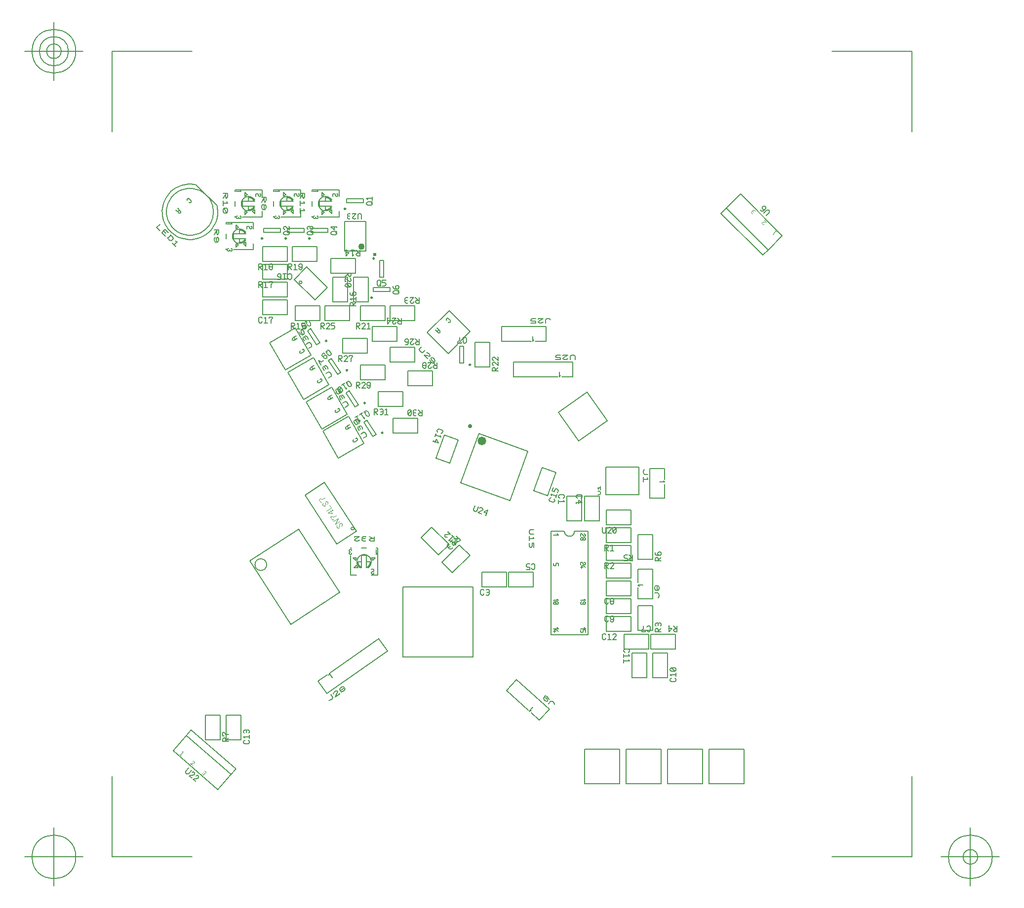
<source format=gbr>
G04 Generated by Ultiboard 11.0 *
%FSLAX25Y25*%
%MOIN*%

%ADD10C,0.00800*%
%ADD11C,0.00394*%
%ADD12C,0.00611*%
%ADD13C,0.00612*%
%ADD14C,0.00444*%
%ADD15C,0.00600*%
%ADD16C,0.00787*%
%ADD17C,0.00984*%
%ADD18C,0.00500*%
%ADD19C,0.05800*%
%ADD20C,0.02769*%
%ADD21C,0.04337*%
%ADD22C,0.02369*%


G04 ColorRGB FFFF00 for the following layer *
%LNSilkscreen Top*%
%LPD*%
%FSLAX25Y25*%
%MOIN*%
G54D10*
X-5859Y426083D02*
X-7964Y423979D01*
X-7964Y423979D02*
X-5607Y421622D01*
X-2071Y418086D02*
X-4428Y420443D01*
X-4428Y420443D02*
X-3376Y421495D01*
X-3376Y421495D02*
X-2324Y422547D01*
X-2324Y422547D02*
X33Y420190D01*
X-3376Y421495D02*
X-1805Y419924D01*
X-893Y416907D02*
X679Y415336D01*
X679Y415336D02*
X1885Y414971D01*
X1885Y414971D02*
X3148Y416234D01*
X3148Y416234D02*
X2783Y417441D01*
X2783Y417441D02*
X1212Y419012D01*
X1605Y418619D02*
X-500Y416515D01*
X4719Y414663D02*
X5926Y414298D01*
X5926Y414298D02*
X3821Y412193D01*
X2643Y413372D02*
X5000Y411015D01*
X257944Y361679D02*
X256833Y362274D01*
X256833Y362274D02*
X255722Y362274D01*
X255722Y362274D02*
X254611Y361679D01*
X254611Y361679D02*
X254611Y359298D01*
X252944Y359893D02*
X251833Y359298D01*
X251833Y359298D02*
X250722Y359298D01*
X250722Y359298D02*
X249611Y359893D01*
X249611Y359893D02*
X249611Y360190D01*
X249611Y360190D02*
X252944Y362274D01*
X252944Y362274D02*
X249611Y362274D01*
X249611Y362274D02*
X249611Y361976D01*
X244611Y359298D02*
X247944Y359298D01*
X247944Y359298D02*
X247944Y360488D01*
X247944Y360488D02*
X245722Y360488D01*
X245722Y360488D02*
X244611Y361083D01*
X244611Y361083D02*
X244611Y361679D01*
X244611Y361679D02*
X245722Y362274D01*
X245722Y362274D02*
X247944Y362274D01*
X274529Y334726D02*
X274529Y337107D01*
X274529Y337107D02*
X273418Y337702D01*
X273418Y337702D02*
X272307Y337702D01*
X272307Y337702D02*
X271196Y337107D01*
X271196Y337107D02*
X271196Y334726D01*
X269529Y335321D02*
X268418Y334726D01*
X268418Y334726D02*
X267307Y334726D01*
X267307Y334726D02*
X266196Y335321D01*
X266196Y335321D02*
X266196Y335618D01*
X266196Y335618D02*
X269529Y337702D01*
X269529Y337702D02*
X266196Y337702D01*
X266196Y337702D02*
X266196Y337404D01*
X261196Y334726D02*
X264529Y334726D01*
X264529Y334726D02*
X264529Y335916D01*
X264529Y335916D02*
X262307Y335916D01*
X262307Y335916D02*
X261196Y336511D01*
X261196Y336511D02*
X261196Y337107D01*
X261196Y337107D02*
X262307Y337702D01*
X262307Y337702D02*
X264529Y337702D01*
X246702Y219750D02*
X244321Y219750D01*
X244321Y219750D02*
X243726Y218750D01*
X243726Y218750D02*
X243726Y217750D01*
X243726Y217750D02*
X244321Y216750D01*
X244321Y216750D02*
X246702Y216750D01*
X246107Y214750D02*
X246702Y213750D01*
X246702Y213750D02*
X243726Y213750D01*
X243726Y215250D02*
X243726Y212250D01*
X246702Y207750D02*
X246702Y210750D01*
X246702Y210750D02*
X245512Y210750D01*
X245512Y210750D02*
X245512Y208750D01*
X245512Y208750D02*
X244917Y207750D01*
X244917Y207750D02*
X244321Y207750D01*
X244321Y207750D02*
X243726Y208750D01*
X243726Y208750D02*
X243726Y210750D01*
X260522Y101550D02*
X260095Y102735D01*
X260095Y102735D02*
X259269Y103479D01*
X259269Y103479D02*
X258045Y103780D01*
X258045Y103780D02*
X256452Y102011D01*
X256807Y104895D02*
X256379Y106081D01*
X256379Y106081D02*
X255553Y106824D01*
X255553Y106824D02*
X254329Y107126D01*
X254329Y107126D02*
X253533Y106241D01*
X253533Y106241D02*
X253135Y105799D01*
X253135Y105799D02*
X253562Y104613D01*
X253562Y104613D02*
X254388Y103869D01*
X254388Y103869D02*
X255612Y103568D01*
X255612Y103568D02*
X256010Y104010D01*
X256010Y104010D02*
X255583Y105196D01*
X255583Y105196D02*
X254757Y105940D01*
X254757Y105940D02*
X253533Y106241D01*
X260295Y240435D02*
X260767Y239429D01*
X260767Y239429D02*
X260499Y238693D01*
X260499Y238693D02*
X259491Y238226D01*
X259491Y238226D02*
X257271Y239034D01*
X257271Y239034D02*
X256799Y240039D01*
X256799Y240039D02*
X257067Y240776D01*
X257067Y240776D02*
X258075Y241243D01*
X258611Y242716D02*
X258140Y243722D01*
X258140Y243722D02*
X261839Y242376D01*
X261437Y241271D02*
X262241Y243481D01*
X259748Y248142D02*
X258944Y245932D01*
X258944Y245932D02*
X260424Y245393D01*
X260424Y245393D02*
X260960Y246867D01*
X260960Y246867D02*
X261968Y247334D01*
X261968Y247334D02*
X262708Y247065D01*
X262708Y247065D02*
X263180Y246059D01*
X263180Y246059D02*
X262643Y244585D01*
X206974Y236088D02*
X205897Y233129D01*
X205897Y233129D02*
X206364Y232121D01*
X206364Y232121D02*
X207101Y231853D01*
X207101Y231853D02*
X208107Y232324D01*
X208107Y232324D02*
X209184Y235284D01*
X210019Y234142D02*
X211025Y234614D01*
X211025Y234614D02*
X211762Y234346D01*
X211762Y234346D02*
X212229Y233338D01*
X212229Y233338D02*
X212095Y232968D01*
X212095Y232968D02*
X208942Y231182D01*
X208942Y231182D02*
X211152Y230378D01*
X211152Y230378D02*
X211287Y230748D01*
X215006Y230651D02*
X212796Y231456D01*
X212796Y231456D02*
X215445Y233005D01*
X215445Y233005D02*
X214099Y229305D01*
X213730Y229440D02*
X214467Y229171D01*
X108272Y104375D02*
X109524Y104525D01*
X109524Y104525D02*
X110434Y105162D01*
X110434Y105162D02*
X111003Y106287D01*
X111003Y106287D02*
X109637Y108238D01*
X111344Y108706D02*
X111913Y109831D01*
X111913Y109831D02*
X112823Y110468D01*
X112823Y110468D02*
X114074Y110618D01*
X114074Y110618D02*
X114245Y110374D01*
X114245Y110374D02*
X112710Y106756D01*
X112710Y106756D02*
X115440Y108668D01*
X115440Y108668D02*
X115269Y108911D01*
X118626Y110898D02*
X117716Y110261D01*
X117716Y110261D02*
X116464Y110111D01*
X116464Y110111D02*
X116123Y110599D01*
X116123Y110599D02*
X116407Y111161D01*
X116407Y111161D02*
X115781Y111086D01*
X115781Y111086D02*
X115440Y111574D01*
X115440Y111574D02*
X116008Y112699D01*
X116008Y112699D02*
X116919Y113336D01*
X116919Y113336D02*
X118170Y113486D01*
X118170Y113486D02*
X118512Y112998D01*
X118512Y112998D02*
X118227Y112436D01*
X118227Y112436D02*
X118853Y112511D01*
X118853Y112511D02*
X119194Y112023D01*
X119194Y112023D02*
X118626Y110898D01*
X116407Y111161D02*
X118227Y112436D01*
X138944Y215024D02*
X138944Y212048D01*
X138944Y212048D02*
X136722Y212048D01*
X136722Y212048D02*
X135611Y212643D01*
X135611Y212643D02*
X135611Y212940D01*
X135611Y212940D02*
X136722Y213536D01*
X136722Y213536D02*
X138944Y213536D01*
X138389Y213536D02*
X135611Y215024D01*
X133389Y212345D02*
X132833Y212048D01*
X132833Y212048D02*
X131722Y212048D01*
X131722Y212048D02*
X130611Y212643D01*
X130611Y212643D02*
X130611Y213238D01*
X130611Y213238D02*
X131167Y213536D01*
X131167Y213536D02*
X130611Y213833D01*
X130611Y213833D02*
X130611Y214429D01*
X130611Y214429D02*
X131722Y215024D01*
X131722Y215024D02*
X132833Y215024D01*
X132833Y215024D02*
X133389Y214726D01*
X132833Y213536D02*
X131167Y213536D01*
X128944Y212643D02*
X127833Y212048D01*
X127833Y212048D02*
X126722Y212048D01*
X126722Y212048D02*
X125611Y212643D01*
X125611Y212643D02*
X125611Y212940D01*
X125611Y212940D02*
X128944Y215024D01*
X128944Y215024D02*
X125611Y215024D01*
X125611Y215024D02*
X125611Y214726D01*
X40658Y76698D02*
X36721Y76698D01*
X36721Y76698D02*
X36721Y78266D01*
X36721Y78266D02*
X37509Y79049D01*
X37509Y79049D02*
X37902Y79049D01*
X37902Y79049D02*
X38690Y78266D01*
X38690Y78266D02*
X38690Y76698D01*
X38690Y77090D02*
X40658Y79049D01*
X40658Y81401D02*
X38690Y81401D01*
X38690Y81401D02*
X37509Y82577D01*
X37509Y82577D02*
X36721Y82577D01*
X36721Y82577D02*
X36721Y80225D01*
X36721Y80225D02*
X37509Y80225D01*
X53871Y77286D02*
X54658Y76502D01*
X54658Y76502D02*
X54658Y75718D01*
X54658Y75718D02*
X53871Y74934D01*
X53871Y74934D02*
X51509Y74934D01*
X51509Y74934D02*
X50721Y75718D01*
X50721Y75718D02*
X50721Y76502D01*
X50721Y76502D02*
X51509Y77286D01*
X51509Y78853D02*
X50721Y79637D01*
X50721Y79637D02*
X54658Y79637D01*
X54658Y78462D02*
X54658Y80813D01*
X51115Y82381D02*
X50721Y82773D01*
X50721Y82773D02*
X50721Y83557D01*
X50721Y83557D02*
X51509Y84340D01*
X51509Y84340D02*
X52296Y84340D01*
X52296Y84340D02*
X52690Y83948D01*
X52690Y83948D02*
X53083Y84340D01*
X53083Y84340D02*
X53871Y84340D01*
X53871Y84340D02*
X54658Y83557D01*
X54658Y83557D02*
X54658Y82773D01*
X54658Y82773D02*
X54264Y82381D01*
X52690Y82773D02*
X52690Y83948D01*
X194288Y215361D02*
X197072Y212577D01*
X197072Y212577D02*
X195964Y211469D01*
X195964Y211469D02*
X194853Y211471D01*
X194853Y211471D02*
X194574Y211750D01*
X194574Y211750D02*
X194572Y212861D01*
X194572Y212861D02*
X195680Y213969D01*
X195403Y213692D02*
X192625Y213698D01*
X193744Y210363D02*
X193747Y209252D01*
X193747Y209252D02*
X190963Y212036D01*
X191794Y212867D02*
X190131Y211204D01*
X191528Y207590D02*
X191529Y207035D01*
X191529Y207035D02*
X190975Y206480D01*
X190975Y206480D02*
X189864Y206483D01*
X189864Y206483D02*
X189307Y207040D01*
X189307Y207040D02*
X189306Y207595D01*
X189306Y207595D02*
X188751Y207596D01*
X188751Y207596D02*
X188194Y208153D01*
X188194Y208153D02*
X188191Y209264D01*
X188191Y209264D02*
X188746Y209818D01*
X188746Y209818D02*
X189301Y209817D01*
X190138Y208427D02*
X189306Y207595D01*
X195361Y211712D02*
X192577Y208928D01*
X192577Y208928D02*
X191469Y210036D01*
X191469Y210036D02*
X191471Y211147D01*
X191471Y211147D02*
X191750Y211426D01*
X191750Y211426D02*
X192861Y211428D01*
X192861Y211428D02*
X193969Y210320D01*
X193692Y210597D02*
X193698Y213375D01*
X190363Y212256D02*
X189252Y212253D01*
X189252Y212253D02*
X192036Y215037D01*
X192867Y214206D02*
X191204Y215869D01*
X188146Y214473D02*
X187035Y214471D01*
X187035Y214471D02*
X186480Y215025D01*
X186480Y215025D02*
X186483Y216136D01*
X186483Y216136D02*
X186761Y216414D01*
X186761Y216414D02*
X190373Y216700D01*
X190373Y216700D02*
X188710Y218363D01*
X188710Y218363D02*
X188432Y218085D01*
X244951Y195871D02*
X245734Y196658D01*
X245734Y196658D02*
X246518Y196658D01*
X246518Y196658D02*
X247302Y195871D01*
X247302Y195871D02*
X247302Y193509D01*
X247302Y193509D02*
X246518Y192721D01*
X246518Y192721D02*
X245734Y192721D01*
X245734Y192721D02*
X244951Y193509D01*
X241423Y192721D02*
X243775Y192721D01*
X243775Y192721D02*
X243775Y194296D01*
X243775Y194296D02*
X242207Y194296D01*
X242207Y194296D02*
X241423Y195083D01*
X241423Y195083D02*
X241423Y195871D01*
X241423Y195871D02*
X242207Y196658D01*
X242207Y196658D02*
X243775Y196658D01*
X213049Y176129D02*
X212266Y175342D01*
X212266Y175342D02*
X211482Y175342D01*
X211482Y175342D02*
X210698Y176129D01*
X210698Y176129D02*
X210698Y178491D01*
X210698Y178491D02*
X211482Y179279D01*
X211482Y179279D02*
X212266Y179279D01*
X212266Y179279D02*
X213049Y178491D01*
X214617Y178885D02*
X215009Y179279D01*
X215009Y179279D02*
X215793Y179279D01*
X215793Y179279D02*
X216577Y178491D01*
X216577Y178491D02*
X216577Y177704D01*
X216577Y177704D02*
X216185Y177310D01*
X216185Y177310D02*
X216577Y176917D01*
X216577Y176917D02*
X216577Y176129D01*
X216577Y176129D02*
X215793Y175342D01*
X215793Y175342D02*
X215009Y175342D01*
X215009Y175342D02*
X214617Y175736D01*
X215009Y177310D02*
X216185Y177310D01*
X126658Y370934D02*
X122721Y370934D01*
X122721Y370934D02*
X122721Y372502D01*
X122721Y372502D02*
X123509Y373286D01*
X123509Y373286D02*
X123902Y373286D01*
X123902Y373286D02*
X124690Y372502D01*
X124690Y372502D02*
X124690Y370934D01*
X124690Y371326D02*
X126658Y373286D01*
X123509Y374853D02*
X122721Y375637D01*
X122721Y375637D02*
X126658Y375637D01*
X126658Y374462D02*
X126658Y376813D01*
X122721Y379948D02*
X122721Y378773D01*
X122721Y378773D02*
X123509Y377989D01*
X123509Y377989D02*
X125083Y377989D01*
X125083Y377989D02*
X125871Y377989D01*
X125871Y377989D02*
X126658Y378773D01*
X126658Y378773D02*
X126658Y379557D01*
X126658Y379557D02*
X125871Y380340D01*
X125871Y380340D02*
X125083Y380340D01*
X125083Y380340D02*
X124296Y379557D01*
X124296Y379557D02*
X124296Y378773D01*
X124296Y378773D02*
X125083Y377989D01*
X131480Y281556D02*
X133542Y282747D01*
X133542Y282747D02*
X133502Y284007D01*
X133502Y284007D02*
X132946Y284969D01*
X132946Y284969D02*
X131875Y285633D01*
X131875Y285633D02*
X129813Y284443D01*
X128960Y286516D02*
X128424Y286849D01*
X128424Y286849D02*
X127869Y287811D01*
X127869Y287811D02*
X127829Y289071D01*
X127829Y289071D02*
X128344Y289368D01*
X128344Y289368D02*
X128880Y289036D01*
X128880Y289036D02*
X128860Y289666D01*
X128860Y289666D02*
X129375Y289964D01*
X129375Y289964D02*
X130446Y289299D01*
X130446Y289299D02*
X131002Y288337D01*
X131002Y288337D02*
X131022Y287707D01*
X129713Y287593D02*
X128880Y289036D01*
X128542Y291407D02*
X128502Y292667D01*
X128502Y292667D02*
X127946Y293629D01*
X127946Y293629D02*
X126875Y294294D01*
X126875Y294294D02*
X125844Y293698D01*
X125844Y293698D02*
X125329Y293401D01*
X125329Y293401D02*
X125369Y292141D01*
X125369Y292141D02*
X125924Y291179D01*
X125924Y291179D02*
X126995Y290514D01*
X126995Y290514D02*
X127511Y290812D01*
X127511Y290812D02*
X127471Y292072D01*
X127471Y292072D02*
X126915Y293034D01*
X126915Y293034D02*
X125844Y293698D01*
X114934Y333342D02*
X114934Y337279D01*
X114934Y337279D02*
X116502Y337279D01*
X116502Y337279D02*
X117286Y336491D01*
X117286Y336491D02*
X117286Y336098D01*
X117286Y336098D02*
X116502Y335310D01*
X116502Y335310D02*
X114934Y335310D01*
X115326Y335310D02*
X117286Y333342D01*
X118462Y336491D02*
X119245Y337279D01*
X119245Y337279D02*
X120029Y337279D01*
X120029Y337279D02*
X120813Y336491D01*
X120813Y336491D02*
X120813Y336098D01*
X120813Y336098D02*
X118462Y333342D01*
X118462Y333342D02*
X120813Y333342D01*
X120813Y333342D02*
X120813Y333736D01*
X123165Y333342D02*
X123165Y335310D01*
X123165Y335310D02*
X124340Y336491D01*
X124340Y336491D02*
X124340Y337279D01*
X124340Y337279D02*
X121989Y337279D01*
X121989Y337279D02*
X121989Y336491D01*
X119342Y393066D02*
X123279Y393066D01*
X123279Y393066D02*
X123279Y391498D01*
X123279Y391498D02*
X122491Y390714D01*
X122491Y390714D02*
X122098Y390714D01*
X122098Y390714D02*
X121310Y391498D01*
X121310Y391498D02*
X121310Y393066D01*
X121310Y392674D02*
X119342Y390714D01*
X122491Y389538D02*
X123279Y388755D01*
X123279Y388755D02*
X123279Y387971D01*
X123279Y387971D02*
X122491Y387187D01*
X122491Y387187D02*
X122098Y387187D01*
X122098Y387187D02*
X119342Y389538D01*
X119342Y389538D02*
X119342Y387187D01*
X119342Y387187D02*
X119736Y387187D01*
X122491Y386011D02*
X123279Y385227D01*
X123279Y385227D02*
X123279Y384443D01*
X123279Y384443D02*
X122491Y383660D01*
X122491Y383660D02*
X120129Y383660D01*
X120129Y383660D02*
X119342Y384443D01*
X119342Y384443D02*
X119342Y385227D01*
X119342Y385227D02*
X120129Y386011D01*
X120129Y386011D02*
X122491Y386011D01*
X122491Y383660D02*
X120129Y386011D01*
X129066Y408658D02*
X129066Y404721D01*
X129066Y404721D02*
X127498Y404721D01*
X127498Y404721D02*
X126714Y405509D01*
X126714Y405509D02*
X126714Y405902D01*
X126714Y405902D02*
X127498Y406690D01*
X127498Y406690D02*
X129066Y406690D01*
X128674Y406690D02*
X126714Y408658D01*
X125147Y405509D02*
X124363Y404721D01*
X124363Y404721D02*
X124363Y408658D01*
X125538Y408658D02*
X123187Y408658D01*
X119660Y407083D02*
X122011Y407083D01*
X122011Y407083D02*
X120052Y404721D01*
X120052Y404721D02*
X120052Y408658D01*
X120443Y408658D02*
X119660Y408658D01*
X130164Y429500D02*
X130164Y432649D01*
X130164Y432649D02*
X129380Y433437D01*
X129380Y433437D02*
X128596Y433437D01*
X128596Y433437D02*
X127812Y432649D01*
X127812Y432649D02*
X127812Y429500D01*
X126637Y430287D02*
X125853Y429500D01*
X125853Y429500D02*
X125069Y429500D01*
X125069Y429500D02*
X124285Y430287D01*
X124285Y430287D02*
X124285Y430681D01*
X124285Y430681D02*
X126637Y433437D01*
X126637Y433437D02*
X124285Y433437D01*
X124285Y433437D02*
X124285Y433043D01*
X122717Y429893D02*
X122325Y429500D01*
X122325Y429500D02*
X121541Y429500D01*
X121541Y429500D02*
X120757Y430287D01*
X120757Y430287D02*
X120757Y431074D01*
X120757Y431074D02*
X121149Y431468D01*
X121149Y431468D02*
X120757Y431862D01*
X120757Y431862D02*
X120757Y432649D01*
X120757Y432649D02*
X121541Y433437D01*
X121541Y433437D02*
X122325Y433437D01*
X122325Y433437D02*
X122717Y433043D01*
X122325Y431468D02*
X121149Y431468D01*
X80714Y391871D02*
X81498Y392658D01*
X81498Y392658D02*
X82282Y392658D01*
X82282Y392658D02*
X83066Y391871D01*
X83066Y391871D02*
X83066Y389509D01*
X83066Y389509D02*
X82282Y388721D01*
X82282Y388721D02*
X81498Y388721D01*
X81498Y388721D02*
X80714Y389509D01*
X79147Y389509D02*
X78363Y388721D01*
X78363Y388721D02*
X78363Y392658D01*
X79538Y392658D02*
X77187Y392658D01*
X74052Y388721D02*
X75227Y388721D01*
X75227Y388721D02*
X76011Y389509D01*
X76011Y389509D02*
X76011Y391083D01*
X76011Y391083D02*
X76011Y391871D01*
X76011Y391871D02*
X75227Y392658D01*
X75227Y392658D02*
X74443Y392658D01*
X74443Y392658D02*
X73660Y391871D01*
X73660Y391871D02*
X73660Y391083D01*
X73660Y391083D02*
X74443Y390296D01*
X74443Y390296D02*
X75227Y390296D01*
X75227Y390296D02*
X76011Y391083D01*
X63286Y360129D02*
X62502Y359342D01*
X62502Y359342D02*
X61718Y359342D01*
X61718Y359342D02*
X60934Y360129D01*
X60934Y360129D02*
X60934Y362491D01*
X60934Y362491D02*
X61718Y363279D01*
X61718Y363279D02*
X62502Y363279D01*
X62502Y363279D02*
X63286Y362491D01*
X64853Y362491D02*
X65637Y363279D01*
X65637Y363279D02*
X65637Y359342D01*
X64462Y359342D02*
X66813Y359342D01*
X69165Y359342D02*
X69165Y361310D01*
X69165Y361310D02*
X70340Y362491D01*
X70340Y362491D02*
X70340Y363279D01*
X70340Y363279D02*
X67989Y363279D01*
X67989Y363279D02*
X67989Y362491D01*
X107872Y322246D02*
X109934Y323436D01*
X109934Y323436D02*
X109894Y324696D01*
X109894Y324696D02*
X109338Y325658D01*
X109338Y325658D02*
X108267Y326323D01*
X108267Y326323D02*
X106205Y325132D01*
X105352Y327206D02*
X104817Y327538D01*
X104817Y327538D02*
X104261Y328500D01*
X104261Y328500D02*
X104221Y329760D01*
X104221Y329760D02*
X104736Y330058D01*
X104736Y330058D02*
X105272Y329725D01*
X105272Y329725D02*
X105252Y330355D01*
X105252Y330355D02*
X105767Y330653D01*
X105767Y330653D02*
X106838Y329988D01*
X106838Y329988D02*
X107394Y329026D01*
X107394Y329026D02*
X107414Y328396D01*
X106105Y328282D02*
X105272Y329725D01*
X104616Y333837D02*
X103328Y333093D01*
X103328Y333093D02*
X101721Y334090D01*
X101721Y334090D02*
X101205Y333793D01*
X101205Y333793D02*
X102872Y330906D01*
X102872Y330906D02*
X103388Y331203D01*
X119195Y302327D02*
X121257Y303517D01*
X121257Y303517D02*
X121217Y304777D01*
X121217Y304777D02*
X120662Y305739D01*
X120662Y305739D02*
X119591Y306404D01*
X119591Y306404D02*
X117529Y305213D01*
X116675Y307287D02*
X116140Y307619D01*
X116140Y307619D02*
X115584Y308581D01*
X115584Y308581D02*
X115544Y309841D01*
X115544Y309841D02*
X116060Y310139D01*
X116060Y310139D02*
X116595Y309806D01*
X116595Y309806D02*
X116575Y310436D01*
X116575Y310436D02*
X117091Y310734D01*
X117091Y310734D02*
X118162Y310069D01*
X118162Y310069D02*
X118717Y309107D01*
X118717Y309107D02*
X118737Y308477D01*
X117429Y308363D02*
X116595Y309806D01*
X115662Y314400D02*
X116217Y313437D01*
X116217Y313437D02*
X116257Y312177D01*
X116257Y312177D02*
X115742Y311880D01*
X115742Y311880D02*
X115206Y312212D01*
X115206Y312212D02*
X115226Y311582D01*
X115226Y311582D02*
X114711Y311285D01*
X114711Y311285D02*
X113640Y311949D01*
X113640Y311949D02*
X113084Y312911D01*
X113084Y312911D02*
X113044Y314171D01*
X113044Y314171D02*
X113560Y314469D01*
X113560Y314469D02*
X114095Y314137D01*
X114095Y314137D02*
X114075Y314767D01*
X114075Y314767D02*
X114591Y315064D01*
X114591Y315064D02*
X115662Y314400D01*
X115206Y312212D02*
X114095Y314137D01*
X94549Y342165D02*
X96611Y343355D01*
X96611Y343355D02*
X96571Y344615D01*
X96571Y344615D02*
X96015Y345577D01*
X96015Y345577D02*
X94944Y346242D01*
X94944Y346242D02*
X92882Y345051D01*
X92029Y347125D02*
X91493Y347457D01*
X91493Y347457D02*
X90938Y348419D01*
X90938Y348419D02*
X90898Y349679D01*
X90898Y349679D02*
X91413Y349977D01*
X91413Y349977D02*
X91949Y349644D01*
X91949Y349644D02*
X91929Y350274D01*
X91929Y350274D02*
X92444Y350572D01*
X92444Y350572D02*
X93515Y349907D01*
X93515Y349907D02*
X94071Y348945D01*
X94071Y348945D02*
X94091Y348315D01*
X92782Y348201D02*
X91949Y349644D01*
X88160Y353230D02*
X88993Y351787D01*
X88993Y351787D02*
X90064Y351122D01*
X90064Y351122D02*
X91095Y351718D01*
X91095Y351718D02*
X91611Y352015D01*
X91611Y352015D02*
X91571Y353275D01*
X91571Y353275D02*
X91015Y354237D01*
X91015Y354237D02*
X89944Y354902D01*
X89944Y354902D02*
X89429Y354604D01*
X89429Y354604D02*
X89469Y353344D01*
X89469Y353344D02*
X90024Y352382D01*
X90024Y352382D02*
X91095Y351718D01*
X82934Y355342D02*
X82934Y359279D01*
X82934Y359279D02*
X84502Y359279D01*
X84502Y359279D02*
X85286Y358491D01*
X85286Y358491D02*
X85286Y358098D01*
X85286Y358098D02*
X84502Y357310D01*
X84502Y357310D02*
X82934Y357310D01*
X83326Y357310D02*
X85286Y355342D01*
X86853Y358491D02*
X87637Y359279D01*
X87637Y359279D02*
X87637Y355342D01*
X86462Y355342D02*
X88813Y355342D01*
X92340Y359279D02*
X89989Y359279D01*
X89989Y359279D02*
X89989Y357704D01*
X89989Y357704D02*
X91557Y357704D01*
X91557Y357704D02*
X92340Y356917D01*
X92340Y356917D02*
X92340Y356129D01*
X92340Y356129D02*
X91557Y355342D01*
X91557Y355342D02*
X89989Y355342D01*
X102934Y355342D02*
X102934Y359279D01*
X102934Y359279D02*
X104502Y359279D01*
X104502Y359279D02*
X105286Y358491D01*
X105286Y358491D02*
X105286Y358098D01*
X105286Y358098D02*
X104502Y357310D01*
X104502Y357310D02*
X102934Y357310D01*
X103326Y357310D02*
X105286Y355342D01*
X106462Y358491D02*
X107245Y359279D01*
X107245Y359279D02*
X108029Y359279D01*
X108029Y359279D02*
X108813Y358491D01*
X108813Y358491D02*
X108813Y358098D01*
X108813Y358098D02*
X106462Y355342D01*
X106462Y355342D02*
X108813Y355342D01*
X108813Y355342D02*
X108813Y355736D01*
X112340Y359279D02*
X109989Y359279D01*
X109989Y359279D02*
X109989Y357704D01*
X109989Y357704D02*
X111557Y357704D01*
X111557Y357704D02*
X112340Y356917D01*
X112340Y356917D02*
X112340Y356129D01*
X112340Y356129D02*
X111557Y355342D01*
X111557Y355342D02*
X109989Y355342D01*
X60934Y395342D02*
X60934Y399279D01*
X60934Y399279D02*
X62502Y399279D01*
X62502Y399279D02*
X63286Y398491D01*
X63286Y398491D02*
X63286Y398098D01*
X63286Y398098D02*
X62502Y397310D01*
X62502Y397310D02*
X60934Y397310D01*
X61326Y397310D02*
X63286Y395342D01*
X64853Y398491D02*
X65637Y399279D01*
X65637Y399279D02*
X65637Y395342D01*
X64462Y395342D02*
X66813Y395342D01*
X69557Y395342D02*
X68773Y395342D01*
X68773Y395342D02*
X67989Y396129D01*
X67989Y396129D02*
X67989Y396917D01*
X67989Y396917D02*
X68381Y397310D01*
X68381Y397310D02*
X67989Y397704D01*
X67989Y397704D02*
X67989Y398491D01*
X67989Y398491D02*
X68773Y399279D01*
X68773Y399279D02*
X69557Y399279D01*
X69557Y399279D02*
X70340Y398491D01*
X70340Y398491D02*
X70340Y397704D01*
X70340Y397704D02*
X69948Y397310D01*
X69948Y397310D02*
X70340Y396917D01*
X70340Y396917D02*
X70340Y396129D01*
X70340Y396129D02*
X69557Y395342D01*
X68381Y397310D02*
X69948Y397310D01*
X60934Y383342D02*
X60934Y387279D01*
X60934Y387279D02*
X62502Y387279D01*
X62502Y387279D02*
X63286Y386491D01*
X63286Y386491D02*
X63286Y386098D01*
X63286Y386098D02*
X62502Y385310D01*
X62502Y385310D02*
X60934Y385310D01*
X61326Y385310D02*
X63286Y383342D01*
X64853Y386491D02*
X65637Y387279D01*
X65637Y387279D02*
X65637Y383342D01*
X64462Y383342D02*
X66813Y383342D01*
X69165Y383342D02*
X69165Y385310D01*
X69165Y385310D02*
X70340Y386491D01*
X70340Y386491D02*
X70340Y387279D01*
X70340Y387279D02*
X67989Y387279D01*
X67989Y387279D02*
X67989Y386491D01*
X62976Y444444D02*
X65952Y444444D01*
X65952Y444444D02*
X65952Y442222D01*
X65952Y442222D02*
X65357Y441111D01*
X65357Y441111D02*
X65060Y441111D01*
X65060Y441111D02*
X64464Y442222D01*
X64464Y442222D02*
X64464Y444444D01*
X64464Y443889D02*
X62976Y441111D01*
X62976Y437222D02*
X62976Y438333D01*
X62976Y438333D02*
X63571Y439444D01*
X63571Y439444D02*
X64167Y439444D01*
X64167Y439444D02*
X64464Y438889D01*
X64464Y438889D02*
X64762Y439444D01*
X64762Y439444D02*
X65357Y439444D01*
X65357Y439444D02*
X65952Y438333D01*
X65952Y438333D02*
X65952Y437222D01*
X65952Y437222D02*
X65357Y436111D01*
X65357Y436111D02*
X64762Y436111D01*
X64762Y436111D02*
X64464Y436667D01*
X64464Y436667D02*
X64167Y436111D01*
X64167Y436111D02*
X63571Y436111D01*
X63571Y436111D02*
X62976Y437222D01*
X64464Y438889D02*
X64464Y436667D01*
X36976Y446944D02*
X39952Y446944D01*
X39952Y446944D02*
X39952Y444722D01*
X39952Y444722D02*
X39357Y443611D01*
X39357Y443611D02*
X39060Y443611D01*
X39060Y443611D02*
X38464Y444722D01*
X38464Y444722D02*
X38464Y446944D01*
X38464Y446389D02*
X36976Y443611D01*
X39357Y441389D02*
X39952Y440278D01*
X39952Y440278D02*
X36976Y440278D01*
X36976Y441944D02*
X36976Y438611D01*
X39357Y436944D02*
X39952Y435833D01*
X39952Y435833D02*
X39952Y434722D01*
X39952Y434722D02*
X39357Y433611D01*
X39357Y433611D02*
X37571Y433611D01*
X37571Y433611D02*
X36976Y434722D01*
X36976Y434722D02*
X36976Y435833D01*
X36976Y435833D02*
X37571Y436944D01*
X37571Y436944D02*
X39357Y436944D01*
X39357Y433611D02*
X37571Y436944D01*
X30976Y422444D02*
X33952Y422444D01*
X33952Y422444D02*
X33952Y420222D01*
X33952Y420222D02*
X33357Y419111D01*
X33357Y419111D02*
X33060Y419111D01*
X33060Y419111D02*
X32464Y420222D01*
X32464Y420222D02*
X32464Y422444D01*
X32464Y421889D02*
X30976Y419111D01*
X31571Y417444D02*
X30976Y416333D01*
X30976Y416333D02*
X30976Y415222D01*
X30976Y415222D02*
X31571Y414111D01*
X31571Y414111D02*
X32762Y414111D01*
X32762Y414111D02*
X33357Y414111D01*
X33357Y414111D02*
X33952Y415222D01*
X33952Y415222D02*
X33952Y416333D01*
X33952Y416333D02*
X33357Y417444D01*
X33357Y417444D02*
X32762Y417444D01*
X32762Y417444D02*
X32167Y416333D01*
X32167Y416333D02*
X32167Y415222D01*
X32167Y415222D02*
X32762Y414111D01*
X88976Y446944D02*
X91952Y446944D01*
X91952Y446944D02*
X91952Y444722D01*
X91952Y444722D02*
X91357Y443611D01*
X91357Y443611D02*
X91060Y443611D01*
X91060Y443611D02*
X90464Y444722D01*
X90464Y444722D02*
X90464Y446944D01*
X90464Y446389D02*
X88976Y443611D01*
X91357Y441389D02*
X91952Y440278D01*
X91952Y440278D02*
X88976Y440278D01*
X88976Y441944D02*
X88976Y438611D01*
X91357Y436389D02*
X91952Y435278D01*
X91952Y435278D02*
X88976Y435278D01*
X88976Y436944D02*
X88976Y433611D01*
X80934Y395342D02*
X80934Y399279D01*
X80934Y399279D02*
X82502Y399279D01*
X82502Y399279D02*
X83286Y398491D01*
X83286Y398491D02*
X83286Y398098D01*
X83286Y398098D02*
X82502Y397310D01*
X82502Y397310D02*
X80934Y397310D01*
X81326Y397310D02*
X83286Y395342D01*
X84853Y398491D02*
X85637Y399279D01*
X85637Y399279D02*
X85637Y395342D01*
X84462Y395342D02*
X86813Y395342D01*
X87989Y396129D02*
X88773Y395342D01*
X88773Y395342D02*
X89557Y395342D01*
X89557Y395342D02*
X90340Y396129D01*
X90340Y396129D02*
X90340Y397704D01*
X90340Y397704D02*
X90340Y398491D01*
X90340Y398491D02*
X89557Y399279D01*
X89557Y399279D02*
X88773Y399279D01*
X88773Y399279D02*
X87989Y398491D01*
X87989Y398491D02*
X87989Y397704D01*
X87989Y397704D02*
X88773Y396917D01*
X88773Y396917D02*
X89557Y396917D01*
X89557Y396917D02*
X90340Y397704D01*
X169066Y376658D02*
X169066Y372721D01*
X169066Y372721D02*
X167498Y372721D01*
X167498Y372721D02*
X166714Y373509D01*
X166714Y373509D02*
X166714Y373902D01*
X166714Y373902D02*
X167498Y374690D01*
X167498Y374690D02*
X169066Y374690D01*
X168674Y374690D02*
X166714Y376658D01*
X165538Y373509D02*
X164755Y372721D01*
X164755Y372721D02*
X163971Y372721D01*
X163971Y372721D02*
X163187Y373509D01*
X163187Y373509D02*
X163187Y373902D01*
X163187Y373902D02*
X165538Y376658D01*
X165538Y376658D02*
X163187Y376658D01*
X163187Y376658D02*
X163187Y376264D01*
X161619Y373115D02*
X161227Y372721D01*
X161227Y372721D02*
X160443Y372721D01*
X160443Y372721D02*
X159660Y373509D01*
X159660Y373509D02*
X159660Y374296D01*
X159660Y374296D02*
X160052Y374690D01*
X160052Y374690D02*
X159660Y375083D01*
X159660Y375083D02*
X159660Y375871D01*
X159660Y375871D02*
X160443Y376658D01*
X160443Y376658D02*
X161227Y376658D01*
X161227Y376658D02*
X161619Y376264D01*
X161227Y374690D02*
X160052Y374690D01*
X170980Y343386D02*
X169296Y341703D01*
X169296Y341703D02*
X169661Y340496D01*
X169661Y340496D02*
X170446Y339710D01*
X170446Y339710D02*
X171653Y339346D01*
X171653Y339346D02*
X173337Y341029D01*
X174094Y339430D02*
X175301Y339065D01*
X175301Y339065D02*
X176086Y338279D01*
X176086Y338279D02*
X176451Y337073D01*
X176451Y337073D02*
X176241Y336862D01*
X176241Y336862D02*
X172411Y337746D01*
X172411Y337746D02*
X174768Y335389D01*
X174768Y335389D02*
X174978Y335600D01*
X176367Y334632D02*
X176732Y333425D01*
X176732Y333425D02*
X177518Y332639D01*
X177518Y332639D02*
X178724Y332275D01*
X178724Y332275D02*
X179566Y333116D01*
X179566Y333116D02*
X179987Y333537D01*
X179987Y333537D02*
X179622Y334744D01*
X179622Y334744D02*
X178836Y335530D01*
X178836Y335530D02*
X177630Y335894D01*
X177630Y335894D02*
X177209Y335473D01*
X177209Y335473D02*
X177574Y334267D01*
X177574Y334267D02*
X178359Y333481D01*
X178359Y333481D02*
X179566Y333116D01*
X181705Y285565D02*
X181233Y286571D01*
X181233Y286571D02*
X181501Y287307D01*
X181501Y287307D02*
X182509Y287774D01*
X182509Y287774D02*
X184729Y286966D01*
X184729Y286966D02*
X185201Y285961D01*
X185201Y285961D02*
X184933Y285224D01*
X184933Y285224D02*
X183925Y284757D01*
X183389Y283284D02*
X183860Y282278D01*
X183860Y282278D02*
X180161Y283624D01*
X180563Y284729D02*
X179759Y282519D01*
X180032Y278666D02*
X180836Y280876D01*
X180836Y280876D02*
X182386Y278227D01*
X182386Y278227D02*
X178686Y279573D01*
X178820Y279941D02*
X178552Y279205D01*
X126934Y315342D02*
X126934Y319279D01*
X126934Y319279D02*
X128502Y319279D01*
X128502Y319279D02*
X129286Y318491D01*
X129286Y318491D02*
X129286Y318098D01*
X129286Y318098D02*
X128502Y317310D01*
X128502Y317310D02*
X126934Y317310D01*
X127326Y317310D02*
X129286Y315342D01*
X130462Y318491D02*
X131245Y319279D01*
X131245Y319279D02*
X132029Y319279D01*
X132029Y319279D02*
X132813Y318491D01*
X132813Y318491D02*
X132813Y318098D01*
X132813Y318098D02*
X130462Y315342D01*
X130462Y315342D02*
X132813Y315342D01*
X132813Y315342D02*
X132813Y315736D01*
X133989Y316129D02*
X134773Y315342D01*
X134773Y315342D02*
X135557Y315342D01*
X135557Y315342D02*
X136340Y316129D01*
X136340Y316129D02*
X136340Y317704D01*
X136340Y317704D02*
X136340Y318491D01*
X136340Y318491D02*
X135557Y319279D01*
X135557Y319279D02*
X134773Y319279D01*
X134773Y319279D02*
X133989Y318491D01*
X133989Y318491D02*
X133989Y317704D01*
X133989Y317704D02*
X134773Y316917D01*
X134773Y316917D02*
X135557Y316917D01*
X135557Y316917D02*
X136340Y317704D01*
X138934Y297342D02*
X138934Y301279D01*
X138934Y301279D02*
X140502Y301279D01*
X140502Y301279D02*
X141286Y300491D01*
X141286Y300491D02*
X141286Y300098D01*
X141286Y300098D02*
X140502Y299310D01*
X140502Y299310D02*
X138934Y299310D01*
X139326Y299310D02*
X141286Y297342D01*
X142853Y300885D02*
X143245Y301279D01*
X143245Y301279D02*
X144029Y301279D01*
X144029Y301279D02*
X144813Y300491D01*
X144813Y300491D02*
X144813Y299704D01*
X144813Y299704D02*
X144421Y299310D01*
X144421Y299310D02*
X144813Y298917D01*
X144813Y298917D02*
X144813Y298129D01*
X144813Y298129D02*
X144029Y297342D01*
X144029Y297342D02*
X143245Y297342D01*
X143245Y297342D02*
X142853Y297736D01*
X143245Y299310D02*
X144421Y299310D01*
X146381Y300491D02*
X147165Y301279D01*
X147165Y301279D02*
X147165Y297342D01*
X145989Y297342D02*
X148340Y297342D01*
X171066Y300658D02*
X171066Y296721D01*
X171066Y296721D02*
X169498Y296721D01*
X169498Y296721D02*
X168714Y297509D01*
X168714Y297509D02*
X168714Y297902D01*
X168714Y297902D02*
X169498Y298690D01*
X169498Y298690D02*
X171066Y298690D01*
X170674Y298690D02*
X168714Y300658D01*
X167147Y297115D02*
X166755Y296721D01*
X166755Y296721D02*
X165971Y296721D01*
X165971Y296721D02*
X165187Y297509D01*
X165187Y297509D02*
X165187Y298296D01*
X165187Y298296D02*
X165579Y298690D01*
X165579Y298690D02*
X165187Y299083D01*
X165187Y299083D02*
X165187Y299871D01*
X165187Y299871D02*
X165971Y300658D01*
X165971Y300658D02*
X166755Y300658D01*
X166755Y300658D02*
X167147Y300264D01*
X166755Y298690D02*
X165579Y298690D01*
X164011Y297509D02*
X163227Y296721D01*
X163227Y296721D02*
X162443Y296721D01*
X162443Y296721D02*
X161660Y297509D01*
X161660Y297509D02*
X161660Y299871D01*
X161660Y299871D02*
X162443Y300658D01*
X162443Y300658D02*
X163227Y300658D01*
X163227Y300658D02*
X164011Y299871D01*
X164011Y299871D02*
X164011Y297509D01*
X161660Y297509D02*
X164011Y299871D01*
X169066Y348658D02*
X169066Y344721D01*
X169066Y344721D02*
X167498Y344721D01*
X167498Y344721D02*
X166714Y345509D01*
X166714Y345509D02*
X166714Y345902D01*
X166714Y345902D02*
X167498Y346690D01*
X167498Y346690D02*
X169066Y346690D01*
X168674Y346690D02*
X166714Y348658D01*
X165538Y345509D02*
X164755Y344721D01*
X164755Y344721D02*
X163971Y344721D01*
X163971Y344721D02*
X163187Y345509D01*
X163187Y345509D02*
X163187Y345902D01*
X163187Y345902D02*
X165538Y348658D01*
X165538Y348658D02*
X163187Y348658D01*
X163187Y348658D02*
X163187Y348264D01*
X160052Y344721D02*
X161227Y344721D01*
X161227Y344721D02*
X162011Y345509D01*
X162011Y345509D02*
X162011Y347083D01*
X162011Y347083D02*
X162011Y347871D01*
X162011Y347871D02*
X161227Y348658D01*
X161227Y348658D02*
X160443Y348658D01*
X160443Y348658D02*
X159660Y347871D01*
X159660Y347871D02*
X159660Y347083D01*
X159660Y347083D02*
X160443Y346296D01*
X160443Y346296D02*
X161227Y346296D01*
X161227Y346296D02*
X162011Y347083D01*
X157066Y362658D02*
X157066Y358721D01*
X157066Y358721D02*
X155498Y358721D01*
X155498Y358721D02*
X154714Y359509D01*
X154714Y359509D02*
X154714Y359902D01*
X154714Y359902D02*
X155498Y360690D01*
X155498Y360690D02*
X157066Y360690D01*
X156674Y360690D02*
X154714Y362658D01*
X153538Y359509D02*
X152755Y358721D01*
X152755Y358721D02*
X151971Y358721D01*
X151971Y358721D02*
X151187Y359509D01*
X151187Y359509D02*
X151187Y359902D01*
X151187Y359902D02*
X153538Y362658D01*
X153538Y362658D02*
X151187Y362658D01*
X151187Y362658D02*
X151187Y362264D01*
X147660Y361083D02*
X150011Y361083D01*
X150011Y361083D02*
X148052Y358721D01*
X148052Y358721D02*
X148052Y362658D01*
X148443Y362658D02*
X147660Y362658D01*
X126934Y355342D02*
X126934Y359279D01*
X126934Y359279D02*
X128502Y359279D01*
X128502Y359279D02*
X129286Y358491D01*
X129286Y358491D02*
X129286Y358098D01*
X129286Y358098D02*
X128502Y357310D01*
X128502Y357310D02*
X126934Y357310D01*
X127326Y357310D02*
X129286Y355342D01*
X130462Y358491D02*
X131245Y359279D01*
X131245Y359279D02*
X132029Y359279D01*
X132029Y359279D02*
X132813Y358491D01*
X132813Y358491D02*
X132813Y358098D01*
X132813Y358098D02*
X130462Y355342D01*
X130462Y355342D02*
X132813Y355342D01*
X132813Y355342D02*
X132813Y355736D01*
X134381Y358491D02*
X135165Y359279D01*
X135165Y359279D02*
X135165Y355342D01*
X133989Y355342D02*
X136340Y355342D01*
X181066Y332658D02*
X181066Y328721D01*
X181066Y328721D02*
X179498Y328721D01*
X179498Y328721D02*
X178714Y329509D01*
X178714Y329509D02*
X178714Y329902D01*
X178714Y329902D02*
X179498Y330690D01*
X179498Y330690D02*
X181066Y330690D01*
X180674Y330690D02*
X178714Y332658D01*
X177538Y329509D02*
X176755Y328721D01*
X176755Y328721D02*
X175971Y328721D01*
X175971Y328721D02*
X175187Y329509D01*
X175187Y329509D02*
X175187Y329902D01*
X175187Y329902D02*
X177538Y332658D01*
X177538Y332658D02*
X175187Y332658D01*
X175187Y332658D02*
X175187Y332264D01*
X172443Y332658D02*
X173227Y332658D01*
X173227Y332658D02*
X174011Y331871D01*
X174011Y331871D02*
X174011Y331083D01*
X174011Y331083D02*
X173619Y330690D01*
X173619Y330690D02*
X174011Y330296D01*
X174011Y330296D02*
X174011Y329509D01*
X174011Y329509D02*
X173227Y328721D01*
X173227Y328721D02*
X172443Y328721D01*
X172443Y328721D02*
X171660Y329509D01*
X171660Y329509D02*
X171660Y330296D01*
X171660Y330296D02*
X172052Y330690D01*
X172052Y330690D02*
X171660Y331083D01*
X171660Y331083D02*
X171660Y331871D01*
X171660Y331871D02*
X172443Y332658D01*
X173619Y330690D02*
X172052Y330690D01*
X222658Y326934D02*
X218721Y326934D01*
X218721Y326934D02*
X218721Y328502D01*
X218721Y328502D02*
X219509Y329286D01*
X219509Y329286D02*
X219902Y329286D01*
X219902Y329286D02*
X220690Y328502D01*
X220690Y328502D02*
X220690Y326934D01*
X220690Y327326D02*
X222658Y329286D01*
X219509Y330462D02*
X218721Y331245D01*
X218721Y331245D02*
X218721Y332029D01*
X218721Y332029D02*
X219509Y332813D01*
X219509Y332813D02*
X219902Y332813D01*
X219902Y332813D02*
X222658Y330462D01*
X222658Y330462D02*
X222658Y332813D01*
X222658Y332813D02*
X222264Y332813D01*
X219509Y333989D02*
X218721Y334773D01*
X218721Y334773D02*
X218721Y335557D01*
X218721Y335557D02*
X219509Y336340D01*
X219509Y336340D02*
X219902Y336340D01*
X219902Y336340D02*
X222658Y333989D01*
X222658Y333989D02*
X222658Y336340D01*
X222658Y336340D02*
X222264Y336340D01*
X321321Y260444D02*
X320726Y259333D01*
X320726Y259333D02*
X320726Y258222D01*
X320726Y258222D02*
X321321Y257111D01*
X321321Y257111D02*
X323702Y257111D01*
X323107Y254889D02*
X323702Y253778D01*
X323702Y253778D02*
X320726Y253778D01*
X320726Y255444D02*
X320726Y252111D01*
X290003Y243373D02*
X291336Y243373D01*
X291336Y243373D02*
X291669Y244114D01*
X291669Y244114D02*
X291669Y244855D01*
X291669Y244855D02*
X291336Y245595D01*
X291336Y245595D02*
X290003Y245595D01*
X290336Y247077D02*
X290003Y247818D01*
X290003Y247818D02*
X291669Y247818D01*
X291669Y246707D02*
X291669Y248929D01*
X341871Y119286D02*
X342658Y118502D01*
X342658Y118502D02*
X342658Y117718D01*
X342658Y117718D02*
X341871Y116934D01*
X341871Y116934D02*
X339509Y116934D01*
X339509Y116934D02*
X338721Y117718D01*
X338721Y117718D02*
X338721Y118502D01*
X338721Y118502D02*
X339509Y119286D01*
X339509Y120853D02*
X338721Y121637D01*
X338721Y121637D02*
X342658Y121637D01*
X342658Y120462D02*
X342658Y122813D01*
X339509Y123989D02*
X338721Y124773D01*
X338721Y124773D02*
X338721Y125557D01*
X338721Y125557D02*
X339509Y126340D01*
X339509Y126340D02*
X341871Y126340D01*
X341871Y126340D02*
X342658Y125557D01*
X342658Y125557D02*
X342658Y124773D01*
X342658Y124773D02*
X341871Y123989D01*
X341871Y123989D02*
X339509Y123989D01*
X339509Y126340D02*
X341871Y123989D01*
X308129Y136714D02*
X307342Y137498D01*
X307342Y137498D02*
X307342Y138282D01*
X307342Y138282D02*
X308129Y139066D01*
X308129Y139066D02*
X310491Y139066D01*
X310491Y139066D02*
X311279Y138282D01*
X311279Y138282D02*
X311279Y137498D01*
X311279Y137498D02*
X310491Y136714D01*
X310491Y135147D02*
X311279Y134363D01*
X311279Y134363D02*
X307342Y134363D01*
X307342Y135538D02*
X307342Y133187D01*
X310491Y131619D02*
X311279Y130835D01*
X311279Y130835D02*
X307342Y130835D01*
X307342Y132011D02*
X307342Y129660D01*
X322951Y153871D02*
X323734Y154658D01*
X323734Y154658D02*
X324518Y154658D01*
X324518Y154658D02*
X325302Y153871D01*
X325302Y153871D02*
X325302Y151509D01*
X325302Y151509D02*
X324518Y150721D01*
X324518Y150721D02*
X323734Y150721D01*
X323734Y150721D02*
X322951Y151509D01*
X320599Y154658D02*
X320599Y152690D01*
X320599Y152690D02*
X319423Y151509D01*
X319423Y151509D02*
X319423Y150721D01*
X319423Y150721D02*
X321775Y150721D01*
X321775Y150721D02*
X321775Y151509D01*
X313302Y202658D02*
X313302Y198721D01*
X313302Y198721D02*
X311734Y198721D01*
X311734Y198721D02*
X310951Y199509D01*
X310951Y199509D02*
X310951Y199902D01*
X310951Y199902D02*
X311734Y200690D01*
X311734Y200690D02*
X313302Y200690D01*
X312910Y200690D02*
X310951Y202658D01*
X307423Y198721D02*
X309775Y198721D01*
X309775Y198721D02*
X309775Y200296D01*
X309775Y200296D02*
X308207Y200296D01*
X308207Y200296D02*
X307423Y201083D01*
X307423Y201083D02*
X307423Y201871D01*
X307423Y201871D02*
X308207Y202658D01*
X308207Y202658D02*
X309775Y202658D01*
X295286Y146129D02*
X294502Y145342D01*
X294502Y145342D02*
X293718Y145342D01*
X293718Y145342D02*
X292934Y146129D01*
X292934Y146129D02*
X292934Y148491D01*
X292934Y148491D02*
X293718Y149279D01*
X293718Y149279D02*
X294502Y149279D01*
X294502Y149279D02*
X295286Y148491D01*
X296853Y148491D02*
X297637Y149279D01*
X297637Y149279D02*
X297637Y145342D01*
X296462Y145342D02*
X298813Y145342D01*
X299989Y148491D02*
X300773Y149279D01*
X300773Y149279D02*
X301557Y149279D01*
X301557Y149279D02*
X302340Y148491D01*
X302340Y148491D02*
X302340Y148098D01*
X302340Y148098D02*
X299989Y145342D01*
X299989Y145342D02*
X302340Y145342D01*
X302340Y145342D02*
X302340Y145736D01*
X297049Y158129D02*
X296266Y157342D01*
X296266Y157342D02*
X295482Y157342D01*
X295482Y157342D02*
X294698Y158129D01*
X294698Y158129D02*
X294698Y160491D01*
X294698Y160491D02*
X295482Y161279D01*
X295482Y161279D02*
X296266Y161279D01*
X296266Y161279D02*
X297049Y160491D01*
X298225Y158129D02*
X299009Y157342D01*
X299009Y157342D02*
X299793Y157342D01*
X299793Y157342D02*
X300577Y158129D01*
X300577Y158129D02*
X300577Y159704D01*
X300577Y159704D02*
X300577Y160491D01*
X300577Y160491D02*
X299793Y161279D01*
X299793Y161279D02*
X299009Y161279D01*
X299009Y161279D02*
X298225Y160491D01*
X298225Y160491D02*
X298225Y159704D01*
X298225Y159704D02*
X299009Y158917D01*
X299009Y158917D02*
X299793Y158917D01*
X299793Y158917D02*
X300577Y159704D01*
X297049Y170129D02*
X296266Y169342D01*
X296266Y169342D02*
X295482Y169342D01*
X295482Y169342D02*
X294698Y170129D01*
X294698Y170129D02*
X294698Y172491D01*
X294698Y172491D02*
X295482Y173279D01*
X295482Y173279D02*
X296266Y173279D01*
X296266Y173279D02*
X297049Y172491D01*
X299793Y169342D02*
X299009Y169342D01*
X299009Y169342D02*
X298225Y170129D01*
X298225Y170129D02*
X298225Y170917D01*
X298225Y170917D02*
X298617Y171310D01*
X298617Y171310D02*
X298225Y171704D01*
X298225Y171704D02*
X298225Y172491D01*
X298225Y172491D02*
X299009Y173279D01*
X299009Y173279D02*
X299793Y173279D01*
X299793Y173279D02*
X300577Y172491D01*
X300577Y172491D02*
X300577Y171704D01*
X300577Y171704D02*
X300185Y171310D01*
X300185Y171310D02*
X300577Y170917D01*
X300577Y170917D02*
X300577Y170129D01*
X300577Y170129D02*
X299793Y169342D01*
X298617Y171310D02*
X300185Y171310D01*
X276129Y240951D02*
X275342Y241734D01*
X275342Y241734D02*
X275342Y242518D01*
X275342Y242518D02*
X276129Y243302D01*
X276129Y243302D02*
X278491Y243302D01*
X278491Y243302D02*
X279279Y242518D01*
X279279Y242518D02*
X279279Y241734D01*
X279279Y241734D02*
X278491Y240951D01*
X276917Y237423D02*
X276917Y239775D01*
X276917Y239775D02*
X279279Y237815D01*
X279279Y237815D02*
X275342Y237815D01*
X275342Y238207D02*
X275342Y237423D01*
X264129Y240951D02*
X263342Y241734D01*
X263342Y241734D02*
X263342Y242518D01*
X263342Y242518D02*
X264129Y243302D01*
X264129Y243302D02*
X266491Y243302D01*
X266491Y243302D02*
X267279Y242518D01*
X267279Y242518D02*
X267279Y241734D01*
X267279Y241734D02*
X266491Y240951D01*
X266491Y239383D02*
X267279Y238599D01*
X267279Y238599D02*
X263342Y238599D01*
X263342Y239775D02*
X263342Y237423D01*
X292934Y221279D02*
X292934Y218129D01*
X292934Y218129D02*
X293718Y217342D01*
X293718Y217342D02*
X294502Y217342D01*
X294502Y217342D02*
X295286Y218129D01*
X295286Y218129D02*
X295286Y221279D01*
X296462Y220491D02*
X297245Y221279D01*
X297245Y221279D02*
X298029Y221279D01*
X298029Y221279D02*
X298813Y220491D01*
X298813Y220491D02*
X298813Y220098D01*
X298813Y220098D02*
X296462Y217342D01*
X296462Y217342D02*
X298813Y217342D01*
X298813Y217342D02*
X298813Y217736D01*
X299989Y220491D02*
X300773Y221279D01*
X300773Y221279D02*
X301557Y221279D01*
X301557Y221279D02*
X302340Y220491D01*
X302340Y220491D02*
X302340Y218129D01*
X302340Y218129D02*
X301557Y217342D01*
X301557Y217342D02*
X300773Y217342D01*
X300773Y217342D02*
X299989Y218129D01*
X299989Y218129D02*
X299989Y220491D01*
X302340Y220491D02*
X299989Y218129D01*
X294698Y205342D02*
X294698Y209279D01*
X294698Y209279D02*
X296266Y209279D01*
X296266Y209279D02*
X297049Y208491D01*
X297049Y208491D02*
X297049Y208098D01*
X297049Y208098D02*
X296266Y207310D01*
X296266Y207310D02*
X294698Y207310D01*
X295090Y207310D02*
X297049Y205342D01*
X298617Y208491D02*
X299401Y209279D01*
X299401Y209279D02*
X299401Y205342D01*
X298225Y205342D02*
X300577Y205342D01*
X294698Y193342D02*
X294698Y197279D01*
X294698Y197279D02*
X296266Y197279D01*
X296266Y197279D02*
X297049Y196491D01*
X297049Y196491D02*
X297049Y196098D01*
X297049Y196098D02*
X296266Y195310D01*
X296266Y195310D02*
X294698Y195310D01*
X295090Y195310D02*
X297049Y193342D01*
X298225Y196491D02*
X299009Y197279D01*
X299009Y197279D02*
X299793Y197279D01*
X299793Y197279D02*
X300577Y196491D01*
X300577Y196491D02*
X300577Y196098D01*
X300577Y196098D02*
X298225Y193342D01*
X298225Y193342D02*
X300577Y193342D01*
X300577Y193342D02*
X300577Y193736D01*
X330679Y173556D02*
X331274Y174667D01*
X331274Y174667D02*
X331274Y175778D01*
X331274Y175778D02*
X330679Y176889D01*
X330679Y176889D02*
X328298Y176889D01*
X331274Y180778D02*
X331274Y179667D01*
X331274Y179667D02*
X330679Y178556D01*
X330679Y178556D02*
X330083Y178556D01*
X330083Y178556D02*
X329786Y179111D01*
X329786Y179111D02*
X329488Y178556D01*
X329488Y178556D02*
X328893Y178556D01*
X328893Y178556D02*
X328298Y179667D01*
X328298Y179667D02*
X328298Y180778D01*
X328298Y180778D02*
X328893Y181889D01*
X328893Y181889D02*
X329488Y181889D01*
X329488Y181889D02*
X329786Y181333D01*
X329786Y181333D02*
X330083Y181889D01*
X330083Y181889D02*
X330679Y181889D01*
X330679Y181889D02*
X331274Y180778D01*
X329786Y179111D02*
X329786Y181333D01*
X332658Y150698D02*
X328721Y150698D01*
X328721Y150698D02*
X328721Y152266D01*
X328721Y152266D02*
X329509Y153049D01*
X329509Y153049D02*
X329902Y153049D01*
X329902Y153049D02*
X330690Y152266D01*
X330690Y152266D02*
X330690Y150698D01*
X330690Y151090D02*
X332658Y153049D01*
X329115Y154617D02*
X328721Y155009D01*
X328721Y155009D02*
X328721Y155793D01*
X328721Y155793D02*
X329509Y156577D01*
X329509Y156577D02*
X330296Y156577D01*
X330296Y156577D02*
X330690Y156185D01*
X330690Y156185D02*
X331083Y156577D01*
X331083Y156577D02*
X331871Y156577D01*
X331871Y156577D02*
X332658Y155793D01*
X332658Y155793D02*
X332658Y155009D01*
X332658Y155009D02*
X332264Y154617D01*
X330690Y155009D02*
X330690Y156185D01*
X343302Y154658D02*
X343302Y150721D01*
X343302Y150721D02*
X341734Y150721D01*
X341734Y150721D02*
X340951Y151509D01*
X340951Y151509D02*
X340951Y151902D01*
X340951Y151902D02*
X341734Y152690D01*
X341734Y152690D02*
X343302Y152690D01*
X342910Y152690D02*
X340951Y154658D01*
X337423Y153083D02*
X339775Y153083D01*
X339775Y153083D02*
X337815Y150721D01*
X337815Y150721D02*
X337815Y154658D01*
X338207Y154658D02*
X337423Y154658D01*
X332658Y198698D02*
X328721Y198698D01*
X328721Y198698D02*
X328721Y200266D01*
X328721Y200266D02*
X329509Y201049D01*
X329509Y201049D02*
X329902Y201049D01*
X329902Y201049D02*
X330690Y200266D01*
X330690Y200266D02*
X330690Y198698D01*
X330690Y199090D02*
X332658Y201049D01*
X328721Y204185D02*
X328721Y203009D01*
X328721Y203009D02*
X329509Y202225D01*
X329509Y202225D02*
X331083Y202225D01*
X331083Y202225D02*
X331871Y202225D01*
X331871Y202225D02*
X332658Y203009D01*
X332658Y203009D02*
X332658Y203793D01*
X332658Y203793D02*
X331871Y204577D01*
X331871Y204577D02*
X331083Y204577D01*
X331083Y204577D02*
X330296Y203793D01*
X330296Y203793D02*
X330296Y203009D01*
X330296Y203009D02*
X331083Y202225D01*
X18363Y452805D02*
X16750Y453075D01*
X16750Y453075D02*
X15119Y453203D01*
X15119Y453203D02*
X13483Y453189D01*
X13483Y453189D02*
X11855Y453032D01*
X11855Y453032D02*
X10247Y452734D01*
X10247Y452734D02*
X8670Y452297D01*
X8670Y452297D02*
X7138Y451724D01*
X7138Y451724D02*
X5662Y451020D01*
X5662Y451020D02*
X4252Y450190D01*
X4252Y450190D02*
X2921Y449240D01*
X2921Y449240D02*
X1677Y448177D01*
X1677Y448177D02*
X531Y447011D01*
X531Y447011D02*
X-510Y445748D01*
X-510Y445748D02*
X-1436Y444400D01*
X-1436Y444400D02*
X-2242Y442977D01*
X-2242Y442977D02*
X-2920Y441488D01*
X-2920Y441488D02*
X-3466Y439946D01*
X-3466Y439946D02*
X-3876Y438363D01*
X-3876Y438363D02*
X-4146Y436750D01*
X-4146Y436750D02*
X-4274Y435119D01*
X-4274Y435119D02*
X-4260Y433483D01*
X-4260Y433483D02*
X-4103Y431855D01*
X-4103Y431855D02*
X-3805Y430247D01*
X-3805Y430247D02*
X-3368Y428670D01*
X-3368Y428670D02*
X-2795Y427138D01*
X-2795Y427138D02*
X-2091Y425662D01*
X-2091Y425662D02*
X-1261Y424252D01*
X-1261Y424252D02*
X-311Y422921D01*
X-311Y422921D02*
X752Y421677D01*
X752Y421677D02*
X1918Y420531D01*
X1918Y420531D02*
X3180Y419490D01*
X3180Y419490D02*
X4528Y418564D01*
X4528Y418564D02*
X5952Y417758D01*
X5952Y417758D02*
X7441Y417080D01*
X7441Y417080D02*
X8983Y416534D01*
X8983Y416534D02*
X10566Y416124D01*
X10566Y416124D02*
X12179Y415854D01*
X12179Y415854D02*
X13810Y415726D01*
X13810Y415726D02*
X15446Y415740D01*
X15446Y415740D02*
X17074Y415897D01*
X17074Y415897D02*
X18682Y416195D01*
X18682Y416195D02*
X20259Y416632D01*
X20259Y416632D02*
X21791Y417205D01*
X21791Y417205D02*
X23267Y417909D01*
X23267Y417909D02*
X24676Y418739D01*
X24676Y418739D02*
X26008Y419689D01*
X26008Y419689D02*
X27252Y420752D01*
X27252Y420752D02*
X28398Y421918D01*
X28398Y421918D02*
X29439Y423180D01*
X29439Y423180D02*
X30365Y424528D01*
X30365Y424528D02*
X31171Y425952D01*
X31171Y425952D02*
X31849Y427441D01*
X31849Y427441D02*
X32395Y428983D01*
X32395Y428983D02*
X32805Y430566D01*
X32805Y430566D02*
X33075Y432179D01*
X33075Y432179D02*
X33203Y433810D01*
X33203Y433810D02*
X33189Y435446D01*
X33189Y435446D02*
X33032Y437074D01*
X33032Y437074D02*
X32805Y438363D01*
X3269Y423269D02*
X4287Y422335D01*
X4287Y422335D02*
X5383Y421495D01*
X5383Y421495D02*
X6548Y420752D01*
X6548Y420752D02*
X7773Y420115D01*
X7773Y420115D02*
X9049Y419586D01*
X9049Y419586D02*
X10366Y419171D01*
X10366Y419171D02*
X11715Y418872D01*
X11715Y418872D02*
X13084Y418691D01*
X13084Y418691D02*
X14464Y418631D01*
X14464Y418631D02*
X15844Y418691D01*
X15844Y418691D02*
X17214Y418872D01*
X17214Y418872D02*
X18562Y419171D01*
X18562Y419171D02*
X19880Y419586D01*
X19880Y419586D02*
X21156Y420115D01*
X21156Y420115D02*
X22381Y420752D01*
X22381Y420752D02*
X23546Y421495D01*
X23546Y421495D02*
X24642Y422335D01*
X24642Y422335D02*
X25660Y423269D01*
X25660Y423269D02*
X26593Y424287D01*
X26593Y424287D02*
X27434Y425383D01*
X27434Y425383D02*
X28177Y426548D01*
X28177Y426548D02*
X28814Y427773D01*
X28814Y427773D02*
X29343Y429049D01*
X29343Y429049D02*
X29758Y430366D01*
X29758Y430366D02*
X30057Y431715D01*
X30057Y431715D02*
X30238Y433084D01*
X30238Y433084D02*
X30298Y434464D01*
X30298Y434464D02*
X30238Y435844D01*
X30238Y435844D02*
X30057Y437214D01*
X30057Y437214D02*
X29758Y438562D01*
X29758Y438562D02*
X29343Y439880D01*
X29343Y439880D02*
X28814Y441156D01*
X28814Y441156D02*
X28177Y442381D01*
X28177Y442381D02*
X27434Y443546D01*
X27434Y443546D02*
X26594Y444642D01*
X26594Y444642D02*
X25660Y445660D01*
X25660Y445660D02*
X24642Y446593D01*
X24642Y446593D02*
X23546Y447434D01*
X23546Y447434D02*
X22381Y448177D01*
X22381Y448177D02*
X21156Y448814D01*
X21156Y448814D02*
X19880Y449343D01*
X19880Y449343D02*
X18562Y449758D01*
X18562Y449758D02*
X17214Y450057D01*
X17214Y450057D02*
X15844Y450238D01*
X15844Y450238D02*
X14464Y450298D01*
X14464Y450298D02*
X13085Y450238D01*
X13085Y450238D02*
X11715Y450057D01*
X11715Y450057D02*
X10367Y449758D01*
X10367Y449758D02*
X9049Y449343D01*
X9049Y449343D02*
X7773Y448814D01*
X7773Y448814D02*
X6548Y448177D01*
X6548Y448177D02*
X5383Y447434D01*
X5383Y447434D02*
X4287Y446594D01*
X4287Y446594D02*
X3269Y445660D01*
X3269Y445660D02*
X2335Y444642D01*
X2335Y444642D02*
X1495Y443546D01*
X1495Y443546D02*
X752Y442381D01*
X752Y442381D02*
X115Y441156D01*
X115Y441156D02*
X-414Y439880D01*
X-414Y439880D02*
X-829Y438562D01*
X-829Y438562D02*
X-1128Y437214D01*
X-1128Y437214D02*
X-1309Y435844D01*
X-1309Y435844D02*
X-1369Y434464D01*
X-1369Y434464D02*
X-1309Y433085D01*
X-1309Y433085D02*
X-1128Y431715D01*
X-1128Y431715D02*
X-829Y430367D01*
X-829Y430367D02*
X-414Y429049D01*
X-414Y429049D02*
X115Y427773D01*
X115Y427773D02*
X752Y426548D01*
X752Y426548D02*
X1495Y425383D01*
X1495Y425383D02*
X2335Y424287D01*
X2335Y424287D02*
X3269Y423269D01*
X32731Y438589D02*
X18589Y452731D01*
X13875Y440946D02*
X13929Y440897D01*
X13929Y440897D02*
X13986Y440853D01*
X13986Y440853D02*
X14048Y440814D01*
X14048Y440814D02*
X14112Y440780D01*
X14112Y440780D02*
X14179Y440752D01*
X14179Y440752D02*
X14249Y440731D01*
X14249Y440731D02*
X14320Y440715D01*
X14320Y440715D02*
X14392Y440705D01*
X14392Y440705D02*
X14464Y440702D01*
X14464Y440702D02*
X14537Y440705D01*
X14537Y440705D02*
X14609Y440715D01*
X14609Y440715D02*
X14680Y440731D01*
X14680Y440731D02*
X14749Y440752D01*
X14749Y440752D02*
X14817Y440780D01*
X14817Y440780D02*
X14881Y440814D01*
X14881Y440814D02*
X14942Y440853D01*
X14942Y440853D02*
X15000Y440897D01*
X15000Y440897D02*
X15054Y440946D01*
X15054Y440946D02*
X15103Y441000D01*
X15103Y441000D02*
X15147Y441058D01*
X15147Y441058D02*
X15186Y441119D01*
X15186Y441119D02*
X15220Y441183D01*
X15220Y441183D02*
X15248Y441251D01*
X15248Y441251D02*
X15269Y441320D01*
X15269Y441320D02*
X15285Y441391D01*
X15285Y441391D02*
X15295Y441463D01*
X15295Y441463D02*
X15298Y441536D01*
X15298Y441536D02*
X15295Y441608D01*
X15295Y441608D02*
X15285Y441680D01*
X15285Y441680D02*
X15269Y441751D01*
X15269Y441751D02*
X15248Y441821D01*
X15248Y441821D02*
X15220Y441888D01*
X15220Y441888D02*
X15186Y441952D01*
X15186Y441952D02*
X15147Y442014D01*
X15147Y442014D02*
X15103Y442071D01*
X15103Y442071D02*
X15054Y442125D01*
X5036Y435643D02*
X6804Y433875D01*
X6804Y433875D02*
X6858Y433826D01*
X6858Y433826D02*
X6915Y433782D01*
X6915Y433782D02*
X6977Y433743D01*
X6977Y433743D02*
X7041Y433709D01*
X7041Y433709D02*
X7108Y433681D01*
X7108Y433681D02*
X7178Y433660D01*
X7178Y433660D02*
X7249Y433644D01*
X7249Y433644D02*
X7321Y433634D01*
X7321Y433634D02*
X7393Y433631D01*
X7393Y433631D02*
X7466Y433634D01*
X7466Y433634D02*
X7538Y433644D01*
X7538Y433644D02*
X7609Y433660D01*
X7609Y433660D02*
X7678Y433681D01*
X7678Y433681D02*
X7746Y433709D01*
X7746Y433709D02*
X7810Y433743D01*
X7810Y433743D02*
X7871Y433782D01*
X7871Y433782D02*
X7929Y433826D01*
X7929Y433826D02*
X7983Y433875D01*
X7983Y433875D02*
X8032Y433929D01*
X8032Y433929D02*
X8076Y433987D01*
X8076Y433987D02*
X8115Y434048D01*
X8115Y434048D02*
X8149Y434112D01*
X8149Y434112D02*
X8176Y434179D01*
X8176Y434179D02*
X8198Y434249D01*
X8198Y434249D02*
X8214Y434320D01*
X8214Y434320D02*
X8224Y434392D01*
X8224Y434392D02*
X8227Y434464D01*
X8227Y434464D02*
X8224Y434537D01*
X8224Y434537D02*
X8214Y434609D01*
X8214Y434609D02*
X8198Y434680D01*
X8198Y434680D02*
X8176Y434749D01*
X8176Y434749D02*
X8149Y434817D01*
X8149Y434817D02*
X8115Y434881D01*
X8115Y434881D02*
X8076Y434942D01*
X8076Y434942D02*
X8032Y435000D01*
X8032Y435000D02*
X7983Y435054D01*
X6215Y436821D02*
X7983Y435054D01*
X7393Y435643D02*
X6215Y434464D01*
X13875Y443303D02*
X13822Y443352D01*
X13822Y443352D02*
X13764Y443397D01*
X13764Y443397D02*
X13703Y443436D01*
X13703Y443436D02*
X13638Y443469D01*
X13638Y443469D02*
X13571Y443497D01*
X13571Y443497D02*
X13502Y443519D01*
X13502Y443519D02*
X13431Y443535D01*
X13431Y443535D02*
X13359Y443544D01*
X13359Y443544D02*
X13286Y443547D01*
X13286Y443547D02*
X13213Y443544D01*
X13213Y443544D02*
X13141Y443535D01*
X13141Y443535D02*
X13070Y443519D01*
X13070Y443519D02*
X13001Y443497D01*
X13001Y443497D02*
X12934Y443469D01*
X12934Y443469D02*
X12869Y443436D01*
X12869Y443436D02*
X12808Y443397D01*
X12808Y443397D02*
X12750Y443352D01*
X12750Y443352D02*
X12697Y443303D01*
X12697Y443303D02*
X12648Y443250D01*
X12648Y443250D02*
X12603Y443192D01*
X12603Y443192D02*
X12564Y443131D01*
X12564Y443131D02*
X12531Y443066D01*
X12531Y443066D02*
X12503Y442999D01*
X12503Y442999D02*
X12481Y442930D01*
X12481Y442930D02*
X12465Y442859D01*
X12465Y442859D02*
X12456Y442787D01*
X12456Y442787D02*
X12453Y442714D01*
X12453Y442714D02*
X12456Y442641D01*
X12456Y442641D02*
X12465Y442569D01*
X12465Y442569D02*
X12481Y442498D01*
X12481Y442498D02*
X12503Y442429D01*
X12503Y442429D02*
X12531Y442362D01*
X12531Y442362D02*
X12564Y442297D01*
X12564Y442297D02*
X12603Y442236D01*
X12603Y442236D02*
X12648Y442178D01*
X12648Y442178D02*
X12697Y442125D01*
X12697Y442125D02*
X12697Y442125D01*
X13875Y443303D02*
X15054Y442125D01*
X225000Y357000D02*
X255000Y357000D01*
X247500Y347000D02*
X255000Y347000D01*
X225000Y347000D02*
X245000Y347000D01*
X225000Y347000D02*
X225000Y357000D01*
X245833Y347000D02*
X245833Y350333D01*
X246667Y347833D02*
X245833Y347000D01*
X255000Y347000D02*
X255000Y357000D01*
X233000Y323000D02*
X263000Y323000D01*
X233000Y333000D02*
X273000Y333000D01*
X233000Y323000D02*
X233000Y333000D01*
X265500Y323000D02*
X273000Y323000D01*
X263833Y323000D02*
X263833Y326333D01*
X264667Y323833D02*
X263833Y323000D01*
X273000Y323000D02*
X273000Y333000D01*
X258167Y148500D02*
X258167Y218500D01*
X283167Y218500D02*
X283167Y148500D01*
X283167Y148500D02*
X258167Y148500D01*
X259833Y152667D02*
X263167Y152667D01*
X261500Y151833D02*
X263167Y151000D01*
X259833Y151000D02*
X261500Y151000D01*
X260667Y151833D02*
X261500Y151833D01*
X260667Y150167D02*
X260667Y151833D01*
X263167Y152667D02*
X262333Y153500D01*
X278167Y152667D02*
X281500Y152667D01*
X281500Y151833D02*
X279833Y151833D01*
X281500Y150167D02*
X281500Y151833D01*
X281500Y152667D02*
X280667Y153500D01*
X278167Y151000D02*
X278170Y150927D01*
X278170Y150927D02*
X278179Y150855D01*
X278179Y150855D02*
X278195Y150784D01*
X278195Y150784D02*
X278217Y150715D01*
X278217Y150715D02*
X278245Y150648D01*
X278245Y150648D02*
X278278Y150583D01*
X278278Y150583D02*
X278317Y150522D01*
X278317Y150522D02*
X278362Y150464D01*
X278362Y150464D02*
X278411Y150411D01*
X278411Y150411D02*
X278464Y150362D01*
X278464Y150362D02*
X278522Y150317D01*
X278522Y150317D02*
X278583Y150278D01*
X278583Y150278D02*
X278648Y150245D01*
X278648Y150245D02*
X278715Y150217D01*
X278715Y150217D02*
X278784Y150195D01*
X278784Y150195D02*
X278855Y150179D01*
X278855Y150179D02*
X278927Y150170D01*
X278927Y150170D02*
X279000Y150167D01*
X279000Y150167D02*
X279073Y150170D01*
X279073Y150170D02*
X279145Y150179D01*
X279145Y150179D02*
X279216Y150195D01*
X279216Y150195D02*
X279285Y150217D01*
X279285Y150217D02*
X279352Y150245D01*
X279352Y150245D02*
X279417Y150278D01*
X279417Y150278D02*
X279478Y150317D01*
X279478Y150317D02*
X279536Y150362D01*
X279536Y150362D02*
X279589Y150411D01*
X279589Y150411D02*
X279638Y150464D01*
X279638Y150464D02*
X279683Y150522D01*
X279683Y150522D02*
X279722Y150583D01*
X279722Y150583D02*
X279755Y150648D01*
X279755Y150648D02*
X279783Y150715D01*
X279783Y150715D02*
X279805Y150784D01*
X279805Y150784D02*
X279821Y150855D01*
X279821Y150855D02*
X279830Y150927D01*
X279830Y150927D02*
X279833Y151000D01*
X279833Y151833D02*
X279833Y151000D01*
X278167Y151833D02*
X278167Y151000D01*
X259833Y171833D02*
X263167Y171833D01*
X262333Y169333D02*
X260667Y171000D01*
X260667Y171000D02*
X262333Y171000D01*
X260667Y169333D02*
X262333Y169333D01*
X260667Y171000D02*
X260594Y170997D01*
X260594Y170997D02*
X260522Y170987D01*
X260522Y170987D02*
X260451Y170971D01*
X260451Y170971D02*
X260382Y170950D01*
X260382Y170950D02*
X260314Y170922D01*
X260314Y170922D02*
X260250Y170888D01*
X260250Y170888D02*
X260189Y170849D01*
X260189Y170849D02*
X260131Y170805D01*
X260131Y170805D02*
X260077Y170756D01*
X260077Y170756D02*
X260028Y170702D01*
X260028Y170702D02*
X259984Y170645D01*
X259984Y170645D02*
X259945Y170583D01*
X259945Y170583D02*
X259911Y170519D01*
X259911Y170519D02*
X259883Y170452D01*
X259883Y170452D02*
X259862Y170382D01*
X259862Y170382D02*
X259846Y170311D01*
X259846Y170311D02*
X259836Y170239D01*
X259836Y170239D02*
X259833Y170167D01*
X259833Y170167D02*
X259836Y170094D01*
X259836Y170094D02*
X259846Y170022D01*
X259846Y170022D02*
X259862Y169951D01*
X259862Y169951D02*
X259883Y169882D01*
X259883Y169882D02*
X259911Y169814D01*
X259911Y169814D02*
X259945Y169750D01*
X259945Y169750D02*
X259984Y169689D01*
X259984Y169689D02*
X260028Y169631D01*
X260028Y169631D02*
X260077Y169577D01*
X260077Y169577D02*
X260131Y169528D01*
X260131Y169528D02*
X260189Y169484D01*
X260189Y169484D02*
X260250Y169445D01*
X260250Y169445D02*
X260314Y169411D01*
X260314Y169411D02*
X260382Y169383D01*
X260382Y169383D02*
X260451Y169362D01*
X260451Y169362D02*
X260522Y169346D01*
X260522Y169346D02*
X260594Y169336D01*
X260594Y169336D02*
X260667Y169333D01*
X260667Y169333D02*
X260667Y169333D01*
X262333Y169333D02*
X262406Y169336D01*
X262406Y169336D02*
X262478Y169346D01*
X262478Y169346D02*
X262549Y169362D01*
X262549Y169362D02*
X262618Y169383D01*
X262618Y169383D02*
X262686Y169411D01*
X262686Y169411D02*
X262750Y169445D01*
X262750Y169445D02*
X262811Y169484D01*
X262811Y169484D02*
X262869Y169528D01*
X262869Y169528D02*
X262923Y169577D01*
X262923Y169577D02*
X262972Y169631D01*
X262972Y169631D02*
X263016Y169689D01*
X263016Y169689D02*
X263055Y169750D01*
X263055Y169750D02*
X263089Y169814D01*
X263089Y169814D02*
X263117Y169882D01*
X263117Y169882D02*
X263138Y169951D01*
X263138Y169951D02*
X263154Y170022D01*
X263154Y170022D02*
X263164Y170094D01*
X263164Y170094D02*
X263167Y170167D01*
X263167Y170167D02*
X263164Y170239D01*
X263164Y170239D02*
X263154Y170311D01*
X263154Y170311D02*
X263138Y170382D01*
X263138Y170382D02*
X263117Y170452D01*
X263117Y170452D02*
X263089Y170519D01*
X263089Y170519D02*
X263055Y170583D01*
X263055Y170583D02*
X263016Y170645D01*
X263016Y170645D02*
X262972Y170702D01*
X262972Y170702D02*
X262923Y170756D01*
X262923Y170756D02*
X262869Y170805D01*
X262869Y170805D02*
X262811Y170849D01*
X262811Y170849D02*
X262750Y170888D01*
X262750Y170888D02*
X262686Y170922D01*
X262686Y170922D02*
X262618Y170950D01*
X262618Y170950D02*
X262549Y170971D01*
X262549Y170971D02*
X262478Y170987D01*
X262478Y170987D02*
X262406Y170997D01*
X262406Y170997D02*
X262333Y171000D01*
X263167Y171833D02*
X262333Y172667D01*
X281500Y171833D02*
X278167Y171833D01*
X280667Y169333D02*
X280739Y169336D01*
X280739Y169336D02*
X280811Y169346D01*
X280811Y169346D02*
X280882Y169362D01*
X280882Y169362D02*
X280952Y169383D01*
X280952Y169383D02*
X281019Y169411D01*
X281019Y169411D02*
X281083Y169445D01*
X281083Y169445D02*
X281145Y169484D01*
X281145Y169484D02*
X281202Y169528D01*
X281202Y169528D02*
X281256Y169577D01*
X281256Y169577D02*
X281305Y169631D01*
X281305Y169631D02*
X281349Y169689D01*
X281349Y169689D02*
X281388Y169750D01*
X281388Y169750D02*
X281422Y169814D01*
X281422Y169814D02*
X281450Y169882D01*
X281450Y169882D02*
X281471Y169951D01*
X281471Y169951D02*
X281487Y170022D01*
X281487Y170022D02*
X281497Y170094D01*
X281497Y170094D02*
X281500Y170167D01*
X281500Y170167D02*
X281497Y170239D01*
X281497Y170239D02*
X281487Y170311D01*
X281487Y170311D02*
X281471Y170382D01*
X281471Y170382D02*
X281450Y170452D01*
X281450Y170452D02*
X281422Y170519D01*
X281422Y170519D02*
X281388Y170583D01*
X281388Y170583D02*
X281349Y170645D01*
X281349Y170645D02*
X281305Y170702D01*
X281305Y170702D02*
X281256Y170756D01*
X281256Y170756D02*
X281202Y170805D01*
X281202Y170805D02*
X281145Y170849D01*
X281145Y170849D02*
X281083Y170888D01*
X281083Y170888D02*
X281019Y170922D01*
X281019Y170922D02*
X280952Y170950D01*
X280952Y170950D02*
X280882Y170971D01*
X280882Y170971D02*
X280811Y170987D01*
X280811Y170987D02*
X280739Y170997D01*
X280739Y170997D02*
X280667Y171000D01*
X280667Y171000D02*
X280594Y170997D01*
X280594Y170997D02*
X280522Y170987D01*
X280522Y170987D02*
X280451Y170971D01*
X280451Y170971D02*
X280382Y170950D01*
X280382Y170950D02*
X280314Y170922D01*
X280314Y170922D02*
X280250Y170888D01*
X280250Y170888D02*
X280189Y170849D01*
X280189Y170849D02*
X280131Y170805D01*
X280131Y170805D02*
X280077Y170756D01*
X280077Y170756D02*
X280028Y170702D01*
X280028Y170702D02*
X279984Y170645D01*
X279984Y170645D02*
X279945Y170583D01*
X279945Y170583D02*
X279911Y170519D01*
X279911Y170519D02*
X279883Y170452D01*
X279883Y170452D02*
X279862Y170382D01*
X279862Y170382D02*
X279846Y170311D01*
X279846Y170311D02*
X279836Y170239D01*
X279836Y170239D02*
X279833Y170167D01*
X279833Y170167D02*
X279836Y170094D01*
X279836Y170094D02*
X279846Y170022D01*
X279846Y170022D02*
X279862Y169951D01*
X279862Y169951D02*
X279883Y169882D01*
X279883Y169882D02*
X279911Y169814D01*
X279911Y169814D02*
X279945Y169750D01*
X279945Y169750D02*
X279984Y169689D01*
X279984Y169689D02*
X280028Y169631D01*
X280028Y169631D02*
X280077Y169577D01*
X280077Y169577D02*
X280131Y169528D01*
X280131Y169528D02*
X280189Y169484D01*
X280189Y169484D02*
X280250Y169445D01*
X280250Y169445D02*
X280314Y169411D01*
X280314Y169411D02*
X280382Y169383D01*
X280382Y169383D02*
X280451Y169362D01*
X280451Y169362D02*
X280522Y169346D01*
X280522Y169346D02*
X280594Y169336D01*
X280594Y169336D02*
X280667Y169333D01*
X280667Y172667D02*
X281500Y171833D01*
X279000Y169333D02*
X280667Y169333D01*
X279000Y171000D02*
X278927Y170997D01*
X278927Y170997D02*
X278855Y170987D01*
X278855Y170987D02*
X278784Y170971D01*
X278784Y170971D02*
X278715Y170950D01*
X278715Y170950D02*
X278648Y170922D01*
X278648Y170922D02*
X278583Y170888D01*
X278583Y170888D02*
X278522Y170849D01*
X278522Y170849D02*
X278464Y170805D01*
X278464Y170805D02*
X278411Y170756D01*
X278411Y170756D02*
X278362Y170702D01*
X278362Y170702D02*
X278317Y170645D01*
X278317Y170645D02*
X278278Y170583D01*
X278278Y170583D02*
X278245Y170519D01*
X278245Y170519D02*
X278217Y170452D01*
X278217Y170452D02*
X278195Y170382D01*
X278195Y170382D02*
X278179Y170311D01*
X278179Y170311D02*
X278170Y170239D01*
X278170Y170239D02*
X278167Y170167D01*
X278167Y170167D02*
X278170Y170094D01*
X278170Y170094D02*
X278179Y170022D01*
X278179Y170022D02*
X278195Y169951D01*
X278195Y169951D02*
X278217Y169882D01*
X278217Y169882D02*
X278245Y169814D01*
X278245Y169814D02*
X278278Y169750D01*
X278278Y169750D02*
X278317Y169689D01*
X278317Y169689D02*
X278362Y169631D01*
X278362Y169631D02*
X278411Y169577D01*
X278411Y169577D02*
X278464Y169528D01*
X278464Y169528D02*
X278522Y169484D01*
X278522Y169484D02*
X278583Y169445D01*
X278583Y169445D02*
X278648Y169411D01*
X278648Y169411D02*
X278715Y169383D01*
X278715Y169383D02*
X278784Y169362D01*
X278784Y169362D02*
X278855Y169346D01*
X278855Y169346D02*
X278927Y169336D01*
X278927Y169336D02*
X279000Y169333D01*
X279000Y169333D02*
X279000Y169333D01*
X283167Y218500D02*
X274000Y218500D01*
X258167Y218500D02*
X267333Y218500D01*
X267333Y218500D02*
X267346Y218209D01*
X267346Y218209D02*
X267384Y217921D01*
X267384Y217921D02*
X267447Y217637D01*
X267447Y217637D02*
X267534Y217360D01*
X267534Y217360D02*
X267646Y217091D01*
X267646Y217091D02*
X267780Y216833D01*
X267780Y216833D02*
X267936Y216588D01*
X267936Y216588D02*
X268113Y216357D01*
X268113Y216357D02*
X268310Y216143D01*
X268310Y216143D02*
X268524Y215947D01*
X268524Y215947D02*
X268755Y215769D01*
X268755Y215769D02*
X269000Y215613D01*
X269000Y215613D02*
X269258Y215479D01*
X269258Y215479D02*
X269526Y215368D01*
X269526Y215368D02*
X269804Y215280D01*
X269804Y215280D02*
X270088Y215217D01*
X270088Y215217D02*
X270376Y215179D01*
X270376Y215179D02*
X270667Y215167D01*
X270667Y215167D02*
X270957Y215179D01*
X270957Y215179D02*
X271245Y215217D01*
X271245Y215217D02*
X271529Y215280D01*
X271529Y215280D02*
X271807Y215368D01*
X271807Y215368D02*
X272075Y215479D01*
X272075Y215479D02*
X272333Y215613D01*
X272333Y215613D02*
X272578Y215769D01*
X272578Y215769D02*
X272809Y215947D01*
X272809Y215947D02*
X273024Y216143D01*
X273024Y216143D02*
X273220Y216357D01*
X273220Y216357D02*
X273397Y216588D01*
X273397Y216588D02*
X273553Y216833D01*
X273553Y216833D02*
X273688Y217091D01*
X273688Y217091D02*
X273799Y217360D01*
X273799Y217360D02*
X273886Y217637D01*
X273886Y217637D02*
X273949Y217921D01*
X273949Y217921D02*
X273987Y218209D01*
X273987Y218209D02*
X274000Y218500D01*
X261500Y196833D02*
X263167Y196833D01*
X259833Y196000D02*
X259836Y195927D01*
X259836Y195927D02*
X259846Y195855D01*
X259846Y195855D02*
X259862Y195784D01*
X259862Y195784D02*
X259883Y195715D01*
X259883Y195715D02*
X259911Y195648D01*
X259911Y195648D02*
X259945Y195583D01*
X259945Y195583D02*
X259984Y195522D01*
X259984Y195522D02*
X260028Y195464D01*
X260028Y195464D02*
X260077Y195411D01*
X260077Y195411D02*
X260131Y195362D01*
X260131Y195362D02*
X260189Y195317D01*
X260189Y195317D02*
X260250Y195278D01*
X260250Y195278D02*
X260314Y195245D01*
X260314Y195245D02*
X260382Y195217D01*
X260382Y195217D02*
X260451Y195195D01*
X260451Y195195D02*
X260522Y195179D01*
X260522Y195179D02*
X260594Y195170D01*
X260594Y195170D02*
X260667Y195167D01*
X260667Y195167D02*
X260739Y195170D01*
X260739Y195170D02*
X260811Y195179D01*
X260811Y195179D02*
X260882Y195195D01*
X260882Y195195D02*
X260952Y195217D01*
X260952Y195217D02*
X261019Y195245D01*
X261019Y195245D02*
X261083Y195278D01*
X261083Y195278D02*
X261145Y195317D01*
X261145Y195317D02*
X261202Y195362D01*
X261202Y195362D02*
X261256Y195411D01*
X261256Y195411D02*
X261305Y195464D01*
X261305Y195464D02*
X261349Y195522D01*
X261349Y195522D02*
X261388Y195583D01*
X261388Y195583D02*
X261422Y195648D01*
X261422Y195648D02*
X261450Y195715D01*
X261450Y195715D02*
X261471Y195784D01*
X261471Y195784D02*
X261487Y195855D01*
X261487Y195855D02*
X261497Y195927D01*
X261497Y195927D02*
X261500Y196000D01*
X261500Y196833D02*
X261500Y196000D01*
X259833Y196833D02*
X259833Y196000D01*
X263167Y196833D02*
X263167Y195167D01*
X259833Y216000D02*
X263167Y216000D01*
X263167Y216000D02*
X262333Y216833D01*
X279833Y195167D02*
X281500Y194333D01*
X279833Y196833D02*
X279836Y196761D01*
X279836Y196761D02*
X279846Y196689D01*
X279846Y196689D02*
X279862Y196618D01*
X279862Y196618D02*
X279883Y196548D01*
X279883Y196548D02*
X279911Y196481D01*
X279911Y196481D02*
X279945Y196417D01*
X279945Y196417D02*
X279984Y196355D01*
X279984Y196355D02*
X280028Y196298D01*
X280028Y196298D02*
X280077Y196244D01*
X280077Y196244D02*
X280131Y196195D01*
X280131Y196195D02*
X280189Y196151D01*
X280189Y196151D02*
X280250Y196112D01*
X280250Y196112D02*
X280314Y196078D01*
X280314Y196078D02*
X280382Y196050D01*
X280382Y196050D02*
X280451Y196029D01*
X280451Y196029D02*
X280522Y196013D01*
X280522Y196013D02*
X280594Y196003D01*
X280594Y196003D02*
X280667Y196000D01*
X280667Y196000D02*
X280739Y196003D01*
X280739Y196003D02*
X280811Y196013D01*
X280811Y196013D02*
X280882Y196029D01*
X280882Y196029D02*
X280952Y196050D01*
X280952Y196050D02*
X281019Y196078D01*
X281019Y196078D02*
X281083Y196112D01*
X281083Y196112D02*
X281145Y196151D01*
X281145Y196151D02*
X281202Y196195D01*
X281202Y196195D02*
X281256Y196244D01*
X281256Y196244D02*
X281305Y196298D01*
X281305Y196298D02*
X281349Y196355D01*
X281349Y196355D02*
X281388Y196417D01*
X281388Y196417D02*
X281422Y196481D01*
X281422Y196481D02*
X281450Y196548D01*
X281450Y196548D02*
X281471Y196618D01*
X281471Y196618D02*
X281487Y196689D01*
X281487Y196689D02*
X281497Y196761D01*
X281497Y196761D02*
X281500Y196833D01*
X281500Y196833D02*
X281497Y196906D01*
X281497Y196906D02*
X281487Y196978D01*
X281487Y196978D02*
X281471Y197049D01*
X281471Y197049D02*
X281450Y197118D01*
X281450Y197118D02*
X281422Y197186D01*
X281422Y197186D02*
X281388Y197250D01*
X281388Y197250D02*
X281349Y197311D01*
X281349Y197311D02*
X281305Y197369D01*
X281305Y197369D02*
X281256Y197423D01*
X281256Y197423D02*
X281202Y197472D01*
X281202Y197472D02*
X281145Y197516D01*
X281145Y197516D02*
X281083Y197555D01*
X281083Y197555D02*
X281019Y197589D01*
X281019Y197589D02*
X280952Y197617D01*
X280952Y197617D02*
X280882Y197638D01*
X280882Y197638D02*
X280811Y197654D01*
X280811Y197654D02*
X280739Y197664D01*
X280739Y197664D02*
X280667Y197667D01*
X280667Y197667D02*
X280667Y197667D01*
X278167Y194333D02*
X279833Y194333D01*
X279000Y195167D02*
X279833Y195167D01*
X279833Y196833D02*
X279830Y196906D01*
X279830Y196906D02*
X279821Y196978D01*
X279821Y196978D02*
X279805Y197049D01*
X279805Y197049D02*
X279783Y197118D01*
X279783Y197118D02*
X279755Y197186D01*
X279755Y197186D02*
X279722Y197250D01*
X279722Y197250D02*
X279683Y197311D01*
X279683Y197311D02*
X279638Y197369D01*
X279638Y197369D02*
X279589Y197423D01*
X279589Y197423D02*
X279536Y197472D01*
X279536Y197472D02*
X279478Y197516D01*
X279478Y197516D02*
X279417Y197555D01*
X279417Y197555D02*
X279352Y197589D01*
X279352Y197589D02*
X279285Y197617D01*
X279285Y197617D02*
X279216Y197638D01*
X279216Y197638D02*
X279145Y197654D01*
X279145Y197654D02*
X279073Y197664D01*
X279073Y197664D02*
X279000Y197667D01*
X278167Y196000D02*
X278167Y197667D01*
X278167Y197667D02*
X279000Y197667D01*
X279000Y193500D02*
X279000Y195167D01*
X280667Y212667D02*
X280739Y212670D01*
X280739Y212670D02*
X280811Y212679D01*
X280811Y212679D02*
X280882Y212695D01*
X280882Y212695D02*
X280952Y212717D01*
X280952Y212717D02*
X281019Y212745D01*
X281019Y212745D02*
X281083Y212778D01*
X281083Y212778D02*
X281145Y212817D01*
X281145Y212817D02*
X281202Y212862D01*
X281202Y212862D02*
X281256Y212911D01*
X281256Y212911D02*
X281305Y212964D01*
X281305Y212964D02*
X281349Y213022D01*
X281349Y213022D02*
X281388Y213083D01*
X281388Y213083D02*
X281422Y213148D01*
X281422Y213148D02*
X281450Y213215D01*
X281450Y213215D02*
X281471Y213284D01*
X281471Y213284D02*
X281487Y213355D01*
X281487Y213355D02*
X281497Y213427D01*
X281497Y213427D02*
X281500Y213500D01*
X281500Y213500D02*
X281497Y213573D01*
X281497Y213573D02*
X281487Y213645D01*
X281487Y213645D02*
X281471Y213716D01*
X281471Y213716D02*
X281450Y213785D01*
X281450Y213785D02*
X281422Y213852D01*
X281422Y213852D02*
X281388Y213917D01*
X281388Y213917D02*
X281349Y213978D01*
X281349Y213978D02*
X281305Y214036D01*
X281305Y214036D02*
X281256Y214089D01*
X281256Y214089D02*
X281202Y214138D01*
X281202Y214138D02*
X281145Y214183D01*
X281145Y214183D02*
X281083Y214222D01*
X281083Y214222D02*
X281019Y214255D01*
X281019Y214255D02*
X280952Y214283D01*
X280952Y214283D02*
X280882Y214305D01*
X280882Y214305D02*
X280811Y214321D01*
X280811Y214321D02*
X280739Y214330D01*
X280739Y214330D02*
X280667Y214333D01*
X280667Y214333D02*
X280594Y214330D01*
X280594Y214330D02*
X280522Y214321D01*
X280522Y214321D02*
X280451Y214305D01*
X280451Y214305D02*
X280382Y214283D01*
X280382Y214283D02*
X280314Y214255D01*
X280314Y214255D02*
X280250Y214222D01*
X280250Y214222D02*
X280189Y214183D01*
X280189Y214183D02*
X280131Y214138D01*
X280131Y214138D02*
X280077Y214089D01*
X280077Y214089D02*
X280028Y214036D01*
X280028Y214036D02*
X279984Y213978D01*
X279984Y213978D02*
X279945Y213917D01*
X279945Y213917D02*
X279911Y213852D01*
X279911Y213852D02*
X279883Y213785D01*
X279883Y213785D02*
X279862Y213716D01*
X279862Y213716D02*
X279846Y213645D01*
X279846Y213645D02*
X279836Y213573D01*
X279836Y213573D02*
X279833Y213500D01*
X279833Y213500D02*
X279836Y213427D01*
X279836Y213427D02*
X279846Y213355D01*
X279846Y213355D02*
X279862Y213284D01*
X279862Y213284D02*
X279883Y213215D01*
X279883Y213215D02*
X279911Y213148D01*
X279911Y213148D02*
X279945Y213083D01*
X279945Y213083D02*
X279984Y213022D01*
X279984Y213022D02*
X280028Y212964D01*
X280028Y212964D02*
X280077Y212911D01*
X280077Y212911D02*
X280131Y212862D01*
X280131Y212862D02*
X280189Y212817D01*
X280189Y212817D02*
X280250Y212778D01*
X280250Y212778D02*
X280314Y212745D01*
X280314Y212745D02*
X280382Y212717D01*
X280382Y212717D02*
X280451Y212695D01*
X280451Y212695D02*
X280522Y212679D01*
X280522Y212679D02*
X280594Y212670D01*
X280594Y212670D02*
X280667Y212667D01*
X279833Y216000D02*
X279836Y215927D01*
X279836Y215927D02*
X279846Y215855D01*
X279846Y215855D02*
X279862Y215784D01*
X279862Y215784D02*
X279883Y215715D01*
X279883Y215715D02*
X279911Y215648D01*
X279911Y215648D02*
X279945Y215583D01*
X279945Y215583D02*
X279984Y215522D01*
X279984Y215522D02*
X280028Y215464D01*
X280028Y215464D02*
X280077Y215411D01*
X280077Y215411D02*
X280131Y215362D01*
X280131Y215362D02*
X280189Y215317D01*
X280189Y215317D02*
X280250Y215278D01*
X280250Y215278D02*
X280314Y215245D01*
X280314Y215245D02*
X280382Y215217D01*
X280382Y215217D02*
X280451Y215195D01*
X280451Y215195D02*
X280522Y215179D01*
X280522Y215179D02*
X280594Y215170D01*
X280594Y215170D02*
X280667Y215167D01*
X280667Y215167D02*
X280739Y215170D01*
X280739Y215170D02*
X280811Y215179D01*
X280811Y215179D02*
X280882Y215195D01*
X280882Y215195D02*
X280952Y215217D01*
X280952Y215217D02*
X281019Y215245D01*
X281019Y215245D02*
X281083Y215278D01*
X281083Y215278D02*
X281145Y215317D01*
X281145Y215317D02*
X281202Y215362D01*
X281202Y215362D02*
X281256Y215411D01*
X281256Y215411D02*
X281305Y215464D01*
X281305Y215464D02*
X281349Y215522D01*
X281349Y215522D02*
X281388Y215583D01*
X281388Y215583D02*
X281422Y215648D01*
X281422Y215648D02*
X281450Y215715D01*
X281450Y215715D02*
X281471Y215784D01*
X281471Y215784D02*
X281487Y215855D01*
X281487Y215855D02*
X281497Y215927D01*
X281497Y215927D02*
X281500Y216000D01*
X281500Y216000D02*
X281497Y216073D01*
X281497Y216073D02*
X281487Y216145D01*
X281487Y216145D02*
X281471Y216216D01*
X281471Y216216D02*
X281450Y216285D01*
X281450Y216285D02*
X281422Y216352D01*
X281422Y216352D02*
X281388Y216417D01*
X281388Y216417D02*
X281349Y216478D01*
X281349Y216478D02*
X281305Y216536D01*
X281305Y216536D02*
X281256Y216589D01*
X281256Y216589D02*
X281202Y216638D01*
X281202Y216638D02*
X281145Y216683D01*
X281145Y216683D02*
X281083Y216722D01*
X281083Y216722D02*
X281019Y216755D01*
X281019Y216755D02*
X280952Y216783D01*
X280952Y216783D02*
X280882Y216805D01*
X280882Y216805D02*
X280811Y216821D01*
X280811Y216821D02*
X280739Y216830D01*
X280739Y216830D02*
X280667Y216833D01*
X280667Y216833D02*
X280667Y216833D01*
X279000Y212667D02*
X279073Y212670D01*
X279073Y212670D02*
X279145Y212679D01*
X279145Y212679D02*
X279216Y212695D01*
X279216Y212695D02*
X279285Y212717D01*
X279285Y212717D02*
X279352Y212745D01*
X279352Y212745D02*
X279417Y212778D01*
X279417Y212778D02*
X279478Y212817D01*
X279478Y212817D02*
X279536Y212862D01*
X279536Y212862D02*
X279589Y212911D01*
X279589Y212911D02*
X279638Y212964D01*
X279638Y212964D02*
X279683Y213022D01*
X279683Y213022D02*
X279722Y213083D01*
X279722Y213083D02*
X279755Y213148D01*
X279755Y213148D02*
X279783Y213215D01*
X279783Y213215D02*
X279805Y213284D01*
X279805Y213284D02*
X279821Y213355D01*
X279821Y213355D02*
X279830Y213427D01*
X279830Y213427D02*
X279833Y213500D01*
X279833Y213500D02*
X279830Y213573D01*
X279830Y213573D02*
X279821Y213645D01*
X279821Y213645D02*
X279805Y213716D01*
X279805Y213716D02*
X279783Y213785D01*
X279783Y213785D02*
X279755Y213852D01*
X279755Y213852D02*
X279722Y213917D01*
X279722Y213917D02*
X279683Y213978D01*
X279683Y213978D02*
X279638Y214036D01*
X279638Y214036D02*
X279589Y214089D01*
X279589Y214089D02*
X279536Y214138D01*
X279536Y214138D02*
X279478Y214183D01*
X279478Y214183D02*
X279417Y214222D01*
X279417Y214222D02*
X279352Y214255D01*
X279352Y214255D02*
X279285Y214283D01*
X279285Y214283D02*
X279216Y214305D01*
X279216Y214305D02*
X279145Y214321D01*
X279145Y214321D02*
X279073Y214330D01*
X279073Y214330D02*
X279000Y214333D01*
X279000Y214333D02*
X278927Y214330D01*
X278927Y214330D02*
X278855Y214321D01*
X278855Y214321D02*
X278784Y214305D01*
X278784Y214305D02*
X278715Y214283D01*
X278715Y214283D02*
X278648Y214255D01*
X278648Y214255D02*
X278583Y214222D01*
X278583Y214222D02*
X278522Y214183D01*
X278522Y214183D02*
X278464Y214138D01*
X278464Y214138D02*
X278411Y214089D01*
X278411Y214089D02*
X278362Y214036D01*
X278362Y214036D02*
X278317Y213978D01*
X278317Y213978D02*
X278278Y213917D01*
X278278Y213917D02*
X278245Y213852D01*
X278245Y213852D02*
X278217Y213785D01*
X278217Y213785D02*
X278195Y213716D01*
X278195Y213716D02*
X278179Y213645D01*
X278179Y213645D02*
X278170Y213573D01*
X278170Y213573D02*
X278167Y213500D01*
X278167Y213500D02*
X278170Y213427D01*
X278170Y213427D02*
X278179Y213355D01*
X278179Y213355D02*
X278195Y213284D01*
X278195Y213284D02*
X278217Y213215D01*
X278217Y213215D02*
X278245Y213148D01*
X278245Y213148D02*
X278278Y213083D01*
X278278Y213083D02*
X278317Y213022D01*
X278317Y213022D02*
X278362Y212964D01*
X278362Y212964D02*
X278411Y212911D01*
X278411Y212911D02*
X278464Y212862D01*
X278464Y212862D02*
X278522Y212817D01*
X278522Y212817D02*
X278583Y212778D01*
X278583Y212778D02*
X278648Y212745D01*
X278648Y212745D02*
X278715Y212717D01*
X278715Y212717D02*
X278784Y212695D01*
X278784Y212695D02*
X278855Y212679D01*
X278855Y212679D02*
X278927Y212670D01*
X278927Y212670D02*
X279000Y212667D01*
X279833Y216000D02*
X279830Y216073D01*
X279830Y216073D02*
X279821Y216145D01*
X279821Y216145D02*
X279805Y216216D01*
X279805Y216216D02*
X279783Y216285D01*
X279783Y216285D02*
X279755Y216352D01*
X279755Y216352D02*
X279722Y216417D01*
X279722Y216417D02*
X279683Y216478D01*
X279683Y216478D02*
X279638Y216536D01*
X279638Y216536D02*
X279589Y216589D01*
X279589Y216589D02*
X279536Y216638D01*
X279536Y216638D02*
X279478Y216683D01*
X279478Y216683D02*
X279417Y216722D01*
X279417Y216722D02*
X279352Y216755D01*
X279352Y216755D02*
X279285Y216783D01*
X279285Y216783D02*
X279216Y216805D01*
X279216Y216805D02*
X279145Y216821D01*
X279145Y216821D02*
X279073Y216830D01*
X279073Y216830D02*
X279000Y216833D01*
X278167Y215167D02*
X278167Y216833D01*
X278167Y216833D02*
X279000Y216833D01*
X250370Y90939D02*
X257061Y98370D01*
X234767Y118444D02*
X257061Y98370D01*
X244796Y95957D02*
X250370Y90939D01*
X228076Y111013D02*
X242939Y97630D01*
X228076Y111013D02*
X234767Y118444D01*
X243558Y97072D02*
X245788Y99549D01*
X244735Y97134D02*
X243558Y97072D01*
X246451Y245879D02*
X252152Y261541D01*
X255848Y242459D02*
X246451Y245879D01*
X252152Y261541D02*
X261549Y258121D01*
X261549Y258121D02*
X255848Y242459D01*
X197292Y251411D02*
X209411Y284708D01*
X242708Y272589D02*
X230589Y239292D01*
X230589Y239292D02*
X197292Y251411D01*
X209411Y284708D02*
X242708Y272589D01*
X105354Y251631D02*
X92146Y243054D01*
X126796Y218613D02*
X105354Y251631D01*
X113589Y210036D02*
X126796Y218613D01*
X92146Y243054D02*
X113589Y210036D01*
X123238Y220428D02*
G75*
D01*
G02X123238Y220428I984J0*
G01*
X147730Y137715D02*
X106772Y109036D01*
X141994Y145907D02*
X109228Y122964D01*
X108545Y122486D02*
X110457Y119755D01*
X101036Y117228D02*
X106772Y109036D01*
X108341Y121325D02*
X108545Y122486D01*
X107180Y121530D02*
X101036Y117228D01*
X141994Y145907D02*
X147730Y137715D01*
X127000Y188833D02*
X122833Y188833D01*
X125333Y193833D02*
X127000Y195500D01*
X127833Y193833D02*
X125333Y193833D01*
X127000Y200500D02*
X126167Y198833D01*
X126167Y198833D02*
X124500Y200500D01*
X124500Y200500D02*
X127000Y200500D01*
X122833Y188833D02*
X122833Y202167D01*
X123667Y205500D02*
X123664Y205572D01*
X123664Y205572D02*
X123654Y205645D01*
X123654Y205645D02*
X123638Y205716D01*
X123638Y205716D02*
X123617Y205785D01*
X123617Y205785D02*
X123589Y205852D01*
X123589Y205852D02*
X123555Y205917D01*
X123555Y205917D02*
X123516Y205978D01*
X123516Y205978D02*
X123472Y206036D01*
X123472Y206036D02*
X123423Y206089D01*
X123423Y206089D02*
X123369Y206138D01*
X123369Y206138D02*
X123311Y206182D01*
X123311Y206182D02*
X123250Y206222D01*
X123250Y206222D02*
X123186Y206255D01*
X123186Y206255D02*
X123118Y206283D01*
X123118Y206283D02*
X123049Y206305D01*
X123049Y206305D02*
X122978Y206321D01*
X122978Y206321D02*
X122906Y206330D01*
X122906Y206330D02*
X122833Y206333D01*
X122833Y206333D02*
X122761Y206330D01*
X122761Y206330D02*
X122689Y206321D01*
X122689Y206321D02*
X122618Y206305D01*
X122618Y206305D02*
X122548Y206283D01*
X122548Y206283D02*
X122481Y206255D01*
X122481Y206255D02*
X122417Y206222D01*
X122417Y206222D02*
X122355Y206182D01*
X122355Y206182D02*
X122298Y206138D01*
X122298Y206138D02*
X122244Y206089D01*
X122244Y206089D02*
X122195Y206036D01*
X122195Y206036D02*
X122151Y205978D01*
X122151Y205978D02*
X122112Y205917D01*
X122112Y205917D02*
X122078Y205852D01*
X122078Y205852D02*
X122050Y205785D01*
X122050Y205785D02*
X122029Y205716D01*
X122029Y205716D02*
X122013Y205645D01*
X122013Y205645D02*
X122003Y205572D01*
X122003Y205572D02*
X122000Y205500D01*
X122000Y205500D02*
X122003Y205427D01*
X122003Y205427D02*
X122013Y205355D01*
X122013Y205355D02*
X122029Y205284D01*
X122029Y205284D02*
X122050Y205215D01*
X122050Y205215D02*
X122078Y205148D01*
X122078Y205148D02*
X122112Y205083D01*
X122112Y205083D02*
X122151Y205022D01*
X122151Y205022D02*
X122195Y204964D01*
X122195Y204964D02*
X122244Y204911D01*
X122244Y204911D02*
X122298Y204861D01*
X122298Y204861D02*
X122355Y204817D01*
X122355Y204817D02*
X122417Y204778D01*
X122417Y204778D02*
X122481Y204745D01*
X122481Y204745D02*
X122548Y204717D01*
X122548Y204717D02*
X122618Y204695D01*
X122618Y204695D02*
X122689Y204679D01*
X122689Y204679D02*
X122761Y204670D01*
X122761Y204670D02*
X122833Y204667D01*
X122833Y204667D02*
X122761Y204664D01*
X122761Y204664D02*
X122689Y204654D01*
X122689Y204654D02*
X122618Y204638D01*
X122618Y204638D02*
X122548Y204616D01*
X122548Y204616D02*
X122481Y204589D01*
X122481Y204589D02*
X122417Y204555D01*
X122417Y204555D02*
X122355Y204516D01*
X122355Y204516D02*
X122298Y204472D01*
X122298Y204472D02*
X122244Y204423D01*
X122244Y204423D02*
X122195Y204369D01*
X122195Y204369D02*
X122151Y204311D01*
X122151Y204311D02*
X122112Y204250D01*
X122112Y204250D02*
X122078Y204186D01*
X122078Y204186D02*
X122050Y204118D01*
X122050Y204118D02*
X122029Y204049D01*
X122029Y204049D02*
X122013Y203978D01*
X122013Y203978D02*
X122003Y203906D01*
X122003Y203906D02*
X122000Y203833D01*
X122000Y203833D02*
X122003Y203761D01*
X122003Y203761D02*
X122013Y203689D01*
X122013Y203689D02*
X122029Y203618D01*
X122029Y203618D02*
X122050Y203548D01*
X122050Y203548D02*
X122078Y203481D01*
X122078Y203481D02*
X122112Y203417D01*
X122112Y203417D02*
X122151Y203355D01*
X122151Y203355D02*
X122195Y203298D01*
X122195Y203298D02*
X122244Y203244D01*
X122244Y203244D02*
X122298Y203195D01*
X122298Y203195D02*
X122355Y203151D01*
X122355Y203151D02*
X122417Y203112D01*
X122417Y203112D02*
X122481Y203078D01*
X122481Y203078D02*
X122548Y203050D01*
X122548Y203050D02*
X122618Y203028D01*
X122618Y203028D02*
X122689Y203013D01*
X122689Y203013D02*
X122761Y203003D01*
X122761Y203003D02*
X122833Y203000D01*
X122833Y203000D02*
X122906Y203003D01*
X122906Y203003D02*
X122978Y203013D01*
X122978Y203013D02*
X123049Y203028D01*
X123049Y203028D02*
X123118Y203050D01*
X123118Y203050D02*
X123186Y203078D01*
X123186Y203078D02*
X123250Y203112D01*
X123250Y203112D02*
X123311Y203151D01*
X123311Y203151D02*
X123369Y203195D01*
X123369Y203195D02*
X123423Y203244D01*
X123423Y203244D02*
X123472Y203298D01*
X123472Y203298D02*
X123516Y203355D01*
X123516Y203355D02*
X123555Y203417D01*
X123555Y203417D02*
X123589Y203481D01*
X123589Y203481D02*
X123617Y203548D01*
X123617Y203548D02*
X123638Y203618D01*
X123638Y203618D02*
X123654Y203689D01*
X123654Y203689D02*
X123664Y203761D01*
X123664Y203761D02*
X123667Y203833D01*
X122833Y207167D02*
X123667Y207167D01*
X141167Y207167D02*
X141167Y188833D01*
X141167Y188833D02*
X137000Y188833D01*
X140333Y206333D02*
X140333Y203000D01*
X137833Y191333D02*
X137761Y191330D01*
X137761Y191330D02*
X137689Y191321D01*
X137689Y191321D02*
X137618Y191305D01*
X137618Y191305D02*
X137548Y191283D01*
X137548Y191283D02*
X137481Y191255D01*
X137481Y191255D02*
X137417Y191222D01*
X137417Y191222D02*
X137355Y191182D01*
X137355Y191182D02*
X137298Y191138D01*
X137298Y191138D02*
X137244Y191089D01*
X137244Y191089D02*
X137195Y191036D01*
X137195Y191036D02*
X137151Y190978D01*
X137151Y190978D02*
X137112Y190917D01*
X137112Y190917D02*
X137078Y190852D01*
X137078Y190852D02*
X137050Y190785D01*
X137050Y190785D02*
X137029Y190716D01*
X137029Y190716D02*
X137013Y190645D01*
X137013Y190645D02*
X137003Y190572D01*
X137003Y190572D02*
X137000Y190500D01*
X137000Y190500D02*
X137003Y190427D01*
X137003Y190427D02*
X137013Y190355D01*
X137013Y190355D02*
X137029Y190284D01*
X137029Y190284D02*
X137050Y190215D01*
X137050Y190215D02*
X137078Y190148D01*
X137078Y190148D02*
X137112Y190083D01*
X137112Y190083D02*
X137151Y190022D01*
X137151Y190022D02*
X137195Y189964D01*
X137195Y189964D02*
X137244Y189911D01*
X137244Y189911D02*
X137298Y189861D01*
X137298Y189861D02*
X137355Y189817D01*
X137355Y189817D02*
X137417Y189778D01*
X137417Y189778D02*
X137481Y189745D01*
X137481Y189745D02*
X137548Y189717D01*
X137548Y189717D02*
X137618Y189695D01*
X137618Y189695D02*
X137689Y189679D01*
X137689Y189679D02*
X137761Y189670D01*
X137761Y189670D02*
X137833Y189667D01*
X137833Y189667D02*
X137906Y189670D01*
X137906Y189670D02*
X137978Y189679D01*
X137978Y189679D02*
X138049Y189695D01*
X138049Y189695D02*
X138118Y189717D01*
X138118Y189717D02*
X138186Y189745D01*
X138186Y189745D02*
X138250Y189778D01*
X138250Y189778D02*
X138311Y189817D01*
X138311Y189817D02*
X138369Y189861D01*
X138369Y189861D02*
X138423Y189911D01*
X138423Y189911D02*
X138472Y189964D01*
X138472Y189964D02*
X138516Y190022D01*
X138516Y190022D02*
X138555Y190083D01*
X138555Y190083D02*
X138589Y190148D01*
X138589Y190148D02*
X138617Y190215D01*
X138617Y190215D02*
X138638Y190284D01*
X138638Y190284D02*
X138654Y190355D01*
X138654Y190355D02*
X138664Y190427D01*
X138664Y190427D02*
X138667Y190500D01*
X137833Y191333D02*
X137906Y191337D01*
X137906Y191337D02*
X137978Y191346D01*
X137978Y191346D02*
X138049Y191362D01*
X138049Y191362D02*
X138118Y191384D01*
X138118Y191384D02*
X138186Y191412D01*
X138186Y191412D02*
X138250Y191445D01*
X138250Y191445D02*
X138311Y191484D01*
X138311Y191484D02*
X138369Y191528D01*
X138369Y191528D02*
X138423Y191578D01*
X138423Y191578D02*
X138472Y191631D01*
X138472Y191631D02*
X138516Y191689D01*
X138516Y191689D02*
X138555Y191750D01*
X138555Y191750D02*
X138589Y191815D01*
X138589Y191815D02*
X138617Y191882D01*
X138617Y191882D02*
X138638Y191951D01*
X138638Y191951D02*
X138654Y192022D01*
X138654Y192022D02*
X138664Y192094D01*
X138664Y192094D02*
X138667Y192167D01*
X138667Y192167D02*
X138667Y192167D01*
X137000Y200500D02*
X139500Y200500D01*
X137833Y198833D02*
X139500Y200500D01*
X137000Y193000D02*
X138667Y193000D01*
X137833Y198833D02*
X137000Y200500D01*
X134489Y193857D02*
X134841Y194090D01*
X134841Y194090D02*
X135171Y194352D01*
X135171Y194352D02*
X135477Y194642D01*
X135477Y194642D02*
X135756Y194958D01*
X135756Y194958D02*
X136007Y195297D01*
X136007Y195297D02*
X136227Y195657D01*
X136227Y195657D02*
X136415Y196034D01*
X136415Y196034D02*
X136570Y196426D01*
X136570Y196426D02*
X136690Y196831D01*
X136690Y196831D02*
X136774Y197244D01*
X136774Y197244D02*
X136822Y197663D01*
X136822Y197663D02*
X136833Y198084D01*
X136833Y198084D02*
X136807Y198505D01*
X136807Y198505D02*
X136745Y198922D01*
X136745Y198922D02*
X136646Y199332D01*
X136646Y199332D02*
X136512Y199732D01*
X136512Y199732D02*
X136344Y200119D01*
X136344Y200119D02*
X136143Y200489D01*
X136143Y200489D02*
X135910Y200841D01*
X135910Y200841D02*
X135648Y201171D01*
X135648Y201171D02*
X135358Y201477D01*
X135358Y201477D02*
X135042Y201756D01*
X135042Y201756D02*
X134703Y202007D01*
X134703Y202007D02*
X134343Y202227D01*
X134343Y202227D02*
X133966Y202415D01*
X133966Y202415D02*
X133574Y202570D01*
X133574Y202570D02*
X133169Y202690D01*
X133169Y202690D02*
X132756Y202774D01*
X132756Y202774D02*
X132337Y202821D01*
X132337Y202821D02*
X131916Y202832D01*
X131916Y202832D02*
X131495Y202807D01*
X131495Y202807D02*
X131078Y202744D01*
X131078Y202744D02*
X130668Y202646D01*
X130668Y202646D02*
X130268Y202512D01*
X130268Y202512D02*
X129881Y202344D01*
X129881Y202344D02*
X129511Y202143D01*
X129511Y202143D02*
X129159Y201910D01*
X129159Y201910D02*
X128829Y201648D01*
X128829Y201648D02*
X128523Y201357D01*
X128523Y201357D02*
X128244Y201042D01*
X128244Y201042D02*
X127993Y200703D01*
X127993Y200703D02*
X127773Y200343D01*
X127773Y200343D02*
X127585Y199966D01*
X127585Y199966D02*
X127430Y199573D01*
X127430Y199573D02*
X127310Y199169D01*
X127310Y199169D02*
X127226Y198756D01*
X127226Y198756D02*
X127178Y198337D01*
X127178Y198337D02*
X127167Y197916D01*
X127167Y197916D02*
X127193Y197495D01*
X127193Y197495D02*
X127255Y197078D01*
X127255Y197078D02*
X127354Y196668D01*
X127354Y196668D02*
X127488Y196268D01*
X127488Y196268D02*
X127656Y195881D01*
X127656Y195881D02*
X127857Y195511D01*
X127857Y195511D02*
X128090Y195159D01*
X128090Y195159D02*
X128352Y194829D01*
X128352Y194829D02*
X128642Y194523D01*
X128642Y194523D02*
X128958Y194244D01*
X128958Y194244D02*
X129297Y193993D01*
X129297Y193993D02*
X129511Y193857D01*
X133667Y202167D02*
X133667Y193833D01*
X130333Y202167D02*
X130333Y193833D01*
X133827Y194255D02*
X134146Y194428D01*
X134146Y194428D02*
X134449Y194629D01*
X134449Y194629D02*
X134734Y194855D01*
X134734Y194855D02*
X134997Y195105D01*
X134997Y195105D02*
X135238Y195378D01*
X135238Y195378D02*
X135454Y195670D01*
X135454Y195670D02*
X135644Y195980D01*
X135644Y195980D02*
X135806Y196305D01*
X135806Y196305D02*
X135940Y196643D01*
X135940Y196643D02*
X136043Y196992D01*
X136043Y196992D02*
X136115Y197348D01*
X136115Y197348D02*
X136157Y197709D01*
X136157Y197709D02*
X136167Y198000D01*
X127833Y198000D02*
X127849Y197637D01*
X127849Y197637D02*
X127897Y197276D01*
X127897Y197276D02*
X127975Y196921D01*
X127975Y196921D02*
X128085Y196575D01*
X128085Y196575D02*
X128224Y196239D01*
X128224Y196239D02*
X128392Y195917D01*
X128392Y195917D02*
X128587Y195610D01*
X128587Y195610D02*
X128808Y195322D01*
X128808Y195322D02*
X129054Y195054D01*
X129054Y195054D02*
X129322Y194808D01*
X129322Y194808D02*
X129610Y194587D01*
X129610Y194587D02*
X129917Y194391D01*
X129917Y194391D02*
X130108Y194287D01*
X127000Y195500D02*
X127833Y193833D01*
X133667Y198000D02*
X136167Y198000D01*
X130333Y198000D02*
X127833Y198000D01*
X133667Y202167D02*
X130333Y202167D01*
X138667Y193000D02*
X138667Y192167D01*
X140333Y203000D02*
X141167Y203833D01*
X133667Y207167D02*
X130333Y207167D01*
X141167Y207167D02*
X140333Y207167D01*
X33334Y44064D02*
X3146Y70306D01*
X42191Y54253D02*
X12003Y80495D01*
X15283Y84269D02*
X45471Y58026D01*
X41863Y53875D02*
X33334Y44064D01*
X45471Y58026D02*
X41863Y53875D01*
X11675Y80118D02*
X3146Y70306D01*
X15283Y84269D02*
X11675Y80118D01*
X35000Y77667D02*
X25000Y77667D01*
X25000Y94333D02*
X35000Y94333D01*
X25000Y77667D02*
X25000Y94333D01*
X35000Y94333D02*
X35000Y77667D01*
X39000Y94333D02*
X49000Y94333D01*
X39000Y77667D02*
X39000Y94333D01*
X49000Y94333D02*
X49000Y77667D01*
X49000Y77667D02*
X39000Y77667D01*
X87825Y220116D02*
X54781Y198657D01*
X54781Y198657D02*
X82667Y155717D01*
X58365Y196006D02*
G75*
D01*
G02X58365Y196006I3937J0*
G01*
X115711Y177176D02*
X87825Y220116D01*
X82667Y155717D02*
X115711Y177176D01*
X184572Y197643D02*
X196357Y209428D01*
X191643Y190572D02*
X184572Y197643D01*
X196357Y209428D02*
X203428Y202357D01*
X203428Y202357D02*
X191643Y190572D01*
X189428Y209643D02*
X182357Y202572D01*
X177643Y221428D02*
X189428Y209643D01*
X170572Y214357D02*
X177643Y221428D01*
X182357Y202572D02*
X170572Y214357D01*
X158220Y133772D02*
X205465Y133772D01*
X205465Y181016D02*
X158220Y181016D01*
X158220Y181016D02*
X158220Y133772D01*
X205465Y133772D02*
X205465Y181016D01*
X246333Y191000D02*
X246333Y181000D01*
X229667Y181000D02*
X229667Y191000D01*
X246333Y181000D02*
X229667Y181000D01*
X229667Y191000D02*
X246333Y191000D01*
X211667Y181000D02*
X211667Y191000D01*
X228333Y191000D02*
X228333Y181000D01*
X228333Y181000D02*
X211667Y181000D01*
X211667Y191000D02*
X228333Y191000D01*
X111000Y373667D02*
X111000Y390333D01*
X121000Y390333D02*
X121000Y373667D01*
X121000Y373667D02*
X111000Y373667D01*
X111000Y390333D02*
X121000Y390333D01*
X127190Y279951D02*
X127251Y279990D01*
X127251Y279990D02*
X127309Y280035D01*
X127309Y280035D02*
X127363Y280084D01*
X127363Y280084D02*
X127412Y280137D01*
X127412Y280137D02*
X127456Y280195D01*
X127456Y280195D02*
X127495Y280256D01*
X127495Y280256D02*
X127529Y280321D01*
X127529Y280321D02*
X127556Y280388D01*
X127556Y280388D02*
X127578Y280457D01*
X127578Y280457D02*
X127594Y280528D01*
X127594Y280528D02*
X127604Y280600D01*
X127604Y280600D02*
X127607Y280673D01*
X127607Y280673D02*
X127604Y280746D01*
X127604Y280746D02*
X127594Y280818D01*
X127594Y280818D02*
X127578Y280889D01*
X127578Y280889D02*
X127556Y280958D01*
X127556Y280958D02*
X127529Y281025D01*
X127529Y281025D02*
X127495Y281090D01*
X127495Y281090D02*
X127456Y281151D01*
X127456Y281151D02*
X127412Y281209D01*
X127412Y281209D02*
X127363Y281262D01*
X127363Y281262D02*
X127309Y281311D01*
X127309Y281311D02*
X127251Y281356D01*
X127251Y281356D02*
X127190Y281395D01*
X127190Y281395D02*
X127126Y281428D01*
X127126Y281428D02*
X127058Y281456D01*
X127058Y281456D02*
X126989Y281478D01*
X126989Y281478D02*
X126918Y281494D01*
X126918Y281494D02*
X126846Y281503D01*
X126846Y281503D02*
X126773Y281506D01*
X126773Y281506D02*
X126701Y281503D01*
X126701Y281503D02*
X126629Y281494D01*
X126629Y281494D02*
X126558Y281478D01*
X126558Y281478D02*
X126488Y281456D01*
X126488Y281456D02*
X126421Y281428D01*
X126421Y281428D02*
X126357Y281395D01*
X126357Y281395D02*
X126357Y281395D01*
X124913Y280561D02*
X124852Y280522D01*
X124852Y280522D02*
X124794Y280478D01*
X124794Y280478D02*
X124741Y280429D01*
X124741Y280429D02*
X124692Y280375D01*
X124692Y280375D02*
X124647Y280318D01*
X124647Y280318D02*
X124608Y280256D01*
X124608Y280256D02*
X124575Y280192D01*
X124575Y280192D02*
X124547Y280125D01*
X124547Y280125D02*
X124525Y280055D01*
X124525Y280055D02*
X124509Y279984D01*
X124509Y279984D02*
X124500Y279912D01*
X124500Y279912D02*
X124497Y279840D01*
X124497Y279840D02*
X124500Y279767D01*
X124500Y279767D02*
X124509Y279695D01*
X124509Y279695D02*
X124525Y279624D01*
X124525Y279624D02*
X124547Y279555D01*
X124547Y279555D02*
X124575Y279488D01*
X124575Y279488D02*
X124608Y279423D01*
X124608Y279423D02*
X124648Y279362D01*
X124648Y279362D02*
X124692Y279304D01*
X124692Y279304D02*
X124741Y279250D01*
X124741Y279250D02*
X124794Y279201D01*
X124794Y279201D02*
X124852Y279157D01*
X124852Y279157D02*
X124913Y279118D01*
X124913Y279118D02*
X124978Y279084D01*
X124978Y279084D02*
X125045Y279057D01*
X125045Y279057D02*
X125114Y279035D01*
X125114Y279035D02*
X125185Y279019D01*
X125185Y279019D02*
X125258Y279010D01*
X125258Y279010D02*
X125330Y279006D01*
X125330Y279006D02*
X125403Y279010D01*
X125403Y279010D02*
X125475Y279019D01*
X125475Y279019D02*
X125546Y279035D01*
X125546Y279035D02*
X125615Y279057D01*
X125615Y279057D02*
X125682Y279084D01*
X125682Y279084D02*
X125747Y279118D01*
X127190Y279951D02*
X125747Y279118D01*
X122912Y289028D02*
X120747Y287778D01*
X122079Y290472D02*
X119913Y289222D01*
X119913Y289222D02*
X119852Y289183D01*
X119852Y289183D02*
X119794Y289138D01*
X119794Y289138D02*
X119741Y289089D01*
X119741Y289089D02*
X119692Y289036D01*
X119692Y289036D02*
X119647Y288978D01*
X119647Y288978D02*
X119608Y288917D01*
X119608Y288917D02*
X119575Y288852D01*
X119575Y288852D02*
X119547Y288785D01*
X119547Y288785D02*
X119525Y288716D01*
X119525Y288716D02*
X119509Y288645D01*
X119509Y288645D02*
X119500Y288573D01*
X119500Y288573D02*
X119497Y288500D01*
X119497Y288500D02*
X119500Y288427D01*
X119500Y288427D02*
X119509Y288355D01*
X119509Y288355D02*
X119525Y288284D01*
X119525Y288284D02*
X119547Y288215D01*
X119547Y288215D02*
X119575Y288148D01*
X119575Y288148D02*
X119608Y288083D01*
X119608Y288083D02*
X119648Y288022D01*
X119648Y288022D02*
X119692Y287964D01*
X119692Y287964D02*
X119741Y287911D01*
X119741Y287911D02*
X119794Y287862D01*
X119794Y287862D02*
X119852Y287817D01*
X119852Y287817D02*
X119913Y287778D01*
X119913Y287778D02*
X119978Y287745D01*
X119978Y287745D02*
X120045Y287717D01*
X120045Y287717D02*
X120114Y287695D01*
X120114Y287695D02*
X120185Y287679D01*
X120185Y287679D02*
X120258Y287670D01*
X120258Y287670D02*
X120330Y287667D01*
X120330Y287667D02*
X120403Y287670D01*
X120403Y287670D02*
X120475Y287679D01*
X120475Y287679D02*
X120546Y287695D01*
X120546Y287695D02*
X120615Y287717D01*
X120615Y287717D02*
X120682Y287745D01*
X120682Y287745D02*
X120747Y287778D01*
X121468Y288195D02*
X120635Y289638D01*
X134333Y339000D02*
X117667Y339000D01*
X117667Y349000D02*
X134333Y349000D01*
X117667Y339000D02*
X117667Y349000D01*
X134333Y349000D02*
X134333Y339000D01*
X135000Y373667D02*
X125000Y373667D01*
X125000Y390333D02*
X135000Y390333D01*
X125000Y373667D02*
X125000Y390333D01*
X135000Y390333D02*
X135000Y373667D01*
X126333Y393000D02*
X109667Y393000D01*
X109667Y403000D02*
X126333Y403000D01*
X126333Y403000D02*
X126333Y393000D01*
X109667Y393000D02*
X109667Y403000D01*
X118913Y407961D02*
X133087Y407961D01*
X133087Y428039D02*
X118913Y428039D01*
X118913Y428039D02*
X118913Y407961D01*
X133087Y407961D02*
X133087Y428039D01*
X63667Y377000D02*
X63667Y387000D01*
X80333Y387000D02*
X80333Y377000D01*
X80333Y377000D02*
X63667Y377000D01*
X63667Y387000D02*
X80333Y387000D01*
X98784Y374864D02*
X84864Y388784D01*
X107136Y383216D02*
X98784Y374864D01*
X93216Y397136D02*
X107136Y383216D01*
X84864Y388784D02*
X93216Y397136D01*
X88158Y386798D02*
G75*
D01*
G02X88158Y386798I984J0*
G01*
X80333Y365000D02*
X63667Y365000D01*
X63667Y375000D02*
X80333Y375000D01*
X63667Y365000D02*
X63667Y375000D01*
X80333Y375000D02*
X80333Y365000D01*
X98079Y330472D02*
X95913Y329222D01*
X98912Y329028D02*
X96747Y327778D01*
X95913Y329222D02*
X95852Y329183D01*
X95852Y329183D02*
X95794Y329138D01*
X95794Y329138D02*
X95741Y329089D01*
X95741Y329089D02*
X95692Y329036D01*
X95692Y329036D02*
X95648Y328978D01*
X95648Y328978D02*
X95608Y328917D01*
X95608Y328917D02*
X95575Y328852D01*
X95575Y328852D02*
X95547Y328785D01*
X95547Y328785D02*
X95525Y328716D01*
X95525Y328716D02*
X95509Y328645D01*
X95509Y328645D02*
X95500Y328573D01*
X95500Y328573D02*
X95497Y328500D01*
X95497Y328500D02*
X95500Y328427D01*
X95500Y328427D02*
X95509Y328355D01*
X95509Y328355D02*
X95525Y328284D01*
X95525Y328284D02*
X95547Y328215D01*
X95547Y328215D02*
X95575Y328148D01*
X95575Y328148D02*
X95608Y328083D01*
X95608Y328083D02*
X95648Y328022D01*
X95648Y328022D02*
X95692Y327964D01*
X95692Y327964D02*
X95741Y327911D01*
X95741Y327911D02*
X95794Y327862D01*
X95794Y327862D02*
X95852Y327817D01*
X95852Y327817D02*
X95913Y327778D01*
X95913Y327778D02*
X95978Y327745D01*
X95978Y327745D02*
X96045Y327717D01*
X96045Y327717D02*
X96114Y327695D01*
X96114Y327695D02*
X96185Y327679D01*
X96185Y327679D02*
X96257Y327670D01*
X96257Y327670D02*
X96330Y327667D01*
X96330Y327667D02*
X96403Y327670D01*
X96403Y327670D02*
X96475Y327679D01*
X96475Y327679D02*
X96546Y327695D01*
X96546Y327695D02*
X96615Y327717D01*
X96615Y327717D02*
X96682Y327745D01*
X96682Y327745D02*
X96747Y327778D01*
X97468Y328195D02*
X96635Y329638D01*
X100913Y320561D02*
X100852Y320522D01*
X100852Y320522D02*
X100794Y320478D01*
X100794Y320478D02*
X100741Y320429D01*
X100741Y320429D02*
X100692Y320375D01*
X100692Y320375D02*
X100647Y320318D01*
X100647Y320318D02*
X100608Y320256D01*
X100608Y320256D02*
X100575Y320192D01*
X100575Y320192D02*
X100547Y320125D01*
X100547Y320125D02*
X100525Y320055D01*
X100525Y320055D02*
X100509Y319984D01*
X100509Y319984D02*
X100500Y319912D01*
X100500Y319912D02*
X100497Y319840D01*
X100497Y319840D02*
X100500Y319767D01*
X100500Y319767D02*
X100509Y319695D01*
X100509Y319695D02*
X100525Y319624D01*
X100525Y319624D02*
X100547Y319555D01*
X100547Y319555D02*
X100575Y319488D01*
X100575Y319488D02*
X100608Y319423D01*
X100608Y319423D02*
X100647Y319362D01*
X100647Y319362D02*
X100692Y319304D01*
X100692Y319304D02*
X100741Y319250D01*
X100741Y319250D02*
X100794Y319201D01*
X100794Y319201D02*
X100852Y319157D01*
X100852Y319157D02*
X100913Y319118D01*
X100913Y319118D02*
X100978Y319084D01*
X100978Y319084D02*
X101045Y319057D01*
X101045Y319057D02*
X101114Y319035D01*
X101114Y319035D02*
X101185Y319019D01*
X101185Y319019D02*
X101257Y319010D01*
X101257Y319010D02*
X101330Y319006D01*
X101330Y319006D02*
X101403Y319010D01*
X101403Y319010D02*
X101475Y319019D01*
X101475Y319019D02*
X101546Y319035D01*
X101546Y319035D02*
X101615Y319057D01*
X101615Y319057D02*
X101682Y319084D01*
X101682Y319084D02*
X101747Y319118D01*
X103190Y319951D02*
X103251Y319990D01*
X103251Y319990D02*
X103309Y320035D01*
X103309Y320035D02*
X103363Y320084D01*
X103363Y320084D02*
X103412Y320137D01*
X103412Y320137D02*
X103456Y320195D01*
X103456Y320195D02*
X103495Y320256D01*
X103495Y320256D02*
X103529Y320321D01*
X103529Y320321D02*
X103556Y320388D01*
X103556Y320388D02*
X103578Y320457D01*
X103578Y320457D02*
X103594Y320528D01*
X103594Y320528D02*
X103604Y320600D01*
X103604Y320600D02*
X103607Y320673D01*
X103607Y320673D02*
X103604Y320746D01*
X103604Y320746D02*
X103594Y320818D01*
X103594Y320818D02*
X103578Y320889D01*
X103578Y320889D02*
X103556Y320958D01*
X103556Y320958D02*
X103529Y321025D01*
X103529Y321025D02*
X103495Y321090D01*
X103495Y321090D02*
X103456Y321151D01*
X103456Y321151D02*
X103412Y321209D01*
X103412Y321209D02*
X103363Y321262D01*
X103363Y321262D02*
X103309Y321311D01*
X103309Y321311D02*
X103251Y321356D01*
X103251Y321356D02*
X103190Y321395D01*
X103190Y321395D02*
X103126Y321428D01*
X103126Y321428D02*
X103058Y321456D01*
X103058Y321456D02*
X102989Y321478D01*
X102989Y321478D02*
X102918Y321494D01*
X102918Y321494D02*
X102846Y321503D01*
X102846Y321503D02*
X102773Y321506D01*
X102773Y321506D02*
X102701Y321503D01*
X102701Y321503D02*
X102629Y321494D01*
X102629Y321494D02*
X102558Y321478D01*
X102558Y321478D02*
X102488Y321456D01*
X102488Y321456D02*
X102421Y321428D01*
X102421Y321428D02*
X102357Y321395D01*
X102357Y321395D02*
X102357Y321395D01*
X103190Y319951D02*
X101747Y319118D01*
X110079Y310472D02*
X107913Y309222D01*
X110912Y309028D02*
X108747Y307778D01*
X107913Y309222D02*
X107852Y309183D01*
X107852Y309183D02*
X107794Y309138D01*
X107794Y309138D02*
X107741Y309089D01*
X107741Y309089D02*
X107692Y309036D01*
X107692Y309036D02*
X107648Y308978D01*
X107648Y308978D02*
X107608Y308917D01*
X107608Y308917D02*
X107575Y308852D01*
X107575Y308852D02*
X107547Y308785D01*
X107547Y308785D02*
X107525Y308716D01*
X107525Y308716D02*
X107509Y308645D01*
X107509Y308645D02*
X107500Y308573D01*
X107500Y308573D02*
X107497Y308500D01*
X107497Y308500D02*
X107500Y308427D01*
X107500Y308427D02*
X107509Y308355D01*
X107509Y308355D02*
X107525Y308284D01*
X107525Y308284D02*
X107547Y308215D01*
X107547Y308215D02*
X107575Y308148D01*
X107575Y308148D02*
X107608Y308083D01*
X107608Y308083D02*
X107648Y308022D01*
X107648Y308022D02*
X107692Y307964D01*
X107692Y307964D02*
X107741Y307911D01*
X107741Y307911D02*
X107794Y307862D01*
X107794Y307862D02*
X107852Y307817D01*
X107852Y307817D02*
X107913Y307778D01*
X107913Y307778D02*
X107978Y307745D01*
X107978Y307745D02*
X108045Y307717D01*
X108045Y307717D02*
X108114Y307695D01*
X108114Y307695D02*
X108185Y307679D01*
X108185Y307679D02*
X108257Y307670D01*
X108257Y307670D02*
X108330Y307667D01*
X108330Y307667D02*
X108403Y307670D01*
X108403Y307670D02*
X108475Y307679D01*
X108475Y307679D02*
X108546Y307695D01*
X108546Y307695D02*
X108615Y307717D01*
X108615Y307717D02*
X108682Y307745D01*
X108682Y307745D02*
X108747Y307778D01*
X109468Y308195D02*
X108635Y309638D01*
X112913Y300561D02*
X112852Y300522D01*
X112852Y300522D02*
X112794Y300478D01*
X112794Y300478D02*
X112741Y300429D01*
X112741Y300429D02*
X112692Y300375D01*
X112692Y300375D02*
X112647Y300318D01*
X112647Y300318D02*
X112608Y300256D01*
X112608Y300256D02*
X112575Y300192D01*
X112575Y300192D02*
X112547Y300125D01*
X112547Y300125D02*
X112525Y300055D01*
X112525Y300055D02*
X112509Y299984D01*
X112509Y299984D02*
X112500Y299912D01*
X112500Y299912D02*
X112497Y299840D01*
X112497Y299840D02*
X112500Y299767D01*
X112500Y299767D02*
X112509Y299695D01*
X112509Y299695D02*
X112525Y299624D01*
X112525Y299624D02*
X112547Y299555D01*
X112547Y299555D02*
X112575Y299488D01*
X112575Y299488D02*
X112608Y299423D01*
X112608Y299423D02*
X112647Y299362D01*
X112647Y299362D02*
X112692Y299304D01*
X112692Y299304D02*
X112741Y299250D01*
X112741Y299250D02*
X112794Y299201D01*
X112794Y299201D02*
X112852Y299157D01*
X112852Y299157D02*
X112913Y299118D01*
X112913Y299118D02*
X112978Y299084D01*
X112978Y299084D02*
X113045Y299057D01*
X113045Y299057D02*
X113114Y299035D01*
X113114Y299035D02*
X113185Y299019D01*
X113185Y299019D02*
X113257Y299010D01*
X113257Y299010D02*
X113330Y299006D01*
X113330Y299006D02*
X113403Y299010D01*
X113403Y299010D02*
X113475Y299019D01*
X113475Y299019D02*
X113546Y299035D01*
X113546Y299035D02*
X113615Y299057D01*
X113615Y299057D02*
X113682Y299084D01*
X113682Y299084D02*
X113747Y299118D01*
X115190Y299951D02*
X113747Y299118D01*
X115190Y299951D02*
X115251Y299990D01*
X115251Y299990D02*
X115309Y300035D01*
X115309Y300035D02*
X115363Y300084D01*
X115363Y300084D02*
X115412Y300137D01*
X115412Y300137D02*
X115456Y300195D01*
X115456Y300195D02*
X115495Y300256D01*
X115495Y300256D02*
X115529Y300321D01*
X115529Y300321D02*
X115556Y300388D01*
X115556Y300388D02*
X115578Y300457D01*
X115578Y300457D02*
X115594Y300528D01*
X115594Y300528D02*
X115604Y300600D01*
X115604Y300600D02*
X115607Y300673D01*
X115607Y300673D02*
X115604Y300746D01*
X115604Y300746D02*
X115594Y300818D01*
X115594Y300818D02*
X115578Y300889D01*
X115578Y300889D02*
X115556Y300958D01*
X115556Y300958D02*
X115529Y301025D01*
X115529Y301025D02*
X115495Y301090D01*
X115495Y301090D02*
X115456Y301151D01*
X115456Y301151D02*
X115412Y301209D01*
X115412Y301209D02*
X115363Y301262D01*
X115363Y301262D02*
X115309Y301311D01*
X115309Y301311D02*
X115251Y301356D01*
X115251Y301356D02*
X115190Y301395D01*
X115190Y301395D02*
X115126Y301428D01*
X115126Y301428D02*
X115058Y301456D01*
X115058Y301456D02*
X114989Y301478D01*
X114989Y301478D02*
X114918Y301494D01*
X114918Y301494D02*
X114846Y301503D01*
X114846Y301503D02*
X114773Y301506D01*
X114773Y301506D02*
X114701Y301503D01*
X114701Y301503D02*
X114629Y301494D01*
X114629Y301494D02*
X114558Y301478D01*
X114558Y301478D02*
X114488Y301456D01*
X114488Y301456D02*
X114421Y301428D01*
X114421Y301428D02*
X114357Y301395D01*
X114357Y301395D02*
X114357Y301395D01*
X91190Y339951D02*
X91251Y339990D01*
X91251Y339990D02*
X91309Y340035D01*
X91309Y340035D02*
X91363Y340084D01*
X91363Y340084D02*
X91412Y340137D01*
X91412Y340137D02*
X91456Y340195D01*
X91456Y340195D02*
X91495Y340256D01*
X91495Y340256D02*
X91529Y340321D01*
X91529Y340321D02*
X91556Y340388D01*
X91556Y340388D02*
X91578Y340457D01*
X91578Y340457D02*
X91594Y340528D01*
X91594Y340528D02*
X91604Y340600D01*
X91604Y340600D02*
X91607Y340673D01*
X91607Y340673D02*
X91604Y340746D01*
X91604Y340746D02*
X91594Y340818D01*
X91594Y340818D02*
X91578Y340889D01*
X91578Y340889D02*
X91556Y340958D01*
X91556Y340958D02*
X91529Y341025D01*
X91529Y341025D02*
X91495Y341090D01*
X91495Y341090D02*
X91456Y341151D01*
X91456Y341151D02*
X91412Y341209D01*
X91412Y341209D02*
X91363Y341262D01*
X91363Y341262D02*
X91309Y341311D01*
X91309Y341311D02*
X91251Y341356D01*
X91251Y341356D02*
X91190Y341395D01*
X91190Y341395D02*
X91126Y341428D01*
X91126Y341428D02*
X91058Y341456D01*
X91058Y341456D02*
X90989Y341478D01*
X90989Y341478D02*
X90918Y341494D01*
X90918Y341494D02*
X90846Y341503D01*
X90846Y341503D02*
X90773Y341506D01*
X90773Y341506D02*
X90701Y341503D01*
X90701Y341503D02*
X90629Y341494D01*
X90629Y341494D02*
X90558Y341478D01*
X90558Y341478D02*
X90488Y341456D01*
X90488Y341456D02*
X90421Y341428D01*
X90421Y341428D02*
X90357Y341395D01*
X90357Y341395D02*
X90357Y341395D01*
X91190Y339951D02*
X89747Y339118D01*
X88913Y340561D02*
X88852Y340522D01*
X88852Y340522D02*
X88794Y340478D01*
X88794Y340478D02*
X88741Y340429D01*
X88741Y340429D02*
X88692Y340375D01*
X88692Y340375D02*
X88647Y340318D01*
X88647Y340318D02*
X88608Y340256D01*
X88608Y340256D02*
X88575Y340192D01*
X88575Y340192D02*
X88547Y340125D01*
X88547Y340125D02*
X88525Y340055D01*
X88525Y340055D02*
X88509Y339984D01*
X88509Y339984D02*
X88500Y339912D01*
X88500Y339912D02*
X88497Y339840D01*
X88497Y339840D02*
X88500Y339767D01*
X88500Y339767D02*
X88509Y339695D01*
X88509Y339695D02*
X88525Y339624D01*
X88525Y339624D02*
X88547Y339555D01*
X88547Y339555D02*
X88575Y339488D01*
X88575Y339488D02*
X88608Y339423D01*
X88608Y339423D02*
X88647Y339362D01*
X88647Y339362D02*
X88692Y339304D01*
X88692Y339304D02*
X88741Y339250D01*
X88741Y339250D02*
X88794Y339201D01*
X88794Y339201D02*
X88852Y339157D01*
X88852Y339157D02*
X88913Y339118D01*
X88913Y339118D02*
X88978Y339084D01*
X88978Y339084D02*
X89045Y339057D01*
X89045Y339057D02*
X89114Y339035D01*
X89114Y339035D02*
X89185Y339019D01*
X89185Y339019D02*
X89257Y339010D01*
X89257Y339010D02*
X89330Y339006D01*
X89330Y339006D02*
X89403Y339010D01*
X89403Y339010D02*
X89475Y339019D01*
X89475Y339019D02*
X89546Y339035D01*
X89546Y339035D02*
X89615Y339057D01*
X89615Y339057D02*
X89682Y339084D01*
X89682Y339084D02*
X89747Y339118D01*
X86912Y349028D02*
X84747Y347778D01*
X86079Y350472D02*
X83913Y349222D01*
X85468Y348195D02*
X84635Y349638D01*
X83913Y349222D02*
X83852Y349183D01*
X83852Y349183D02*
X83794Y349138D01*
X83794Y349138D02*
X83741Y349089D01*
X83741Y349089D02*
X83692Y349036D01*
X83692Y349036D02*
X83648Y348978D01*
X83648Y348978D02*
X83608Y348917D01*
X83608Y348917D02*
X83575Y348852D01*
X83575Y348852D02*
X83547Y348785D01*
X83547Y348785D02*
X83525Y348716D01*
X83525Y348716D02*
X83509Y348645D01*
X83509Y348645D02*
X83500Y348573D01*
X83500Y348573D02*
X83497Y348500D01*
X83497Y348500D02*
X83500Y348427D01*
X83500Y348427D02*
X83509Y348355D01*
X83509Y348355D02*
X83525Y348284D01*
X83525Y348284D02*
X83547Y348215D01*
X83547Y348215D02*
X83575Y348148D01*
X83575Y348148D02*
X83608Y348083D01*
X83608Y348083D02*
X83648Y348022D01*
X83648Y348022D02*
X83692Y347964D01*
X83692Y347964D02*
X83741Y347911D01*
X83741Y347911D02*
X83794Y347862D01*
X83794Y347862D02*
X83852Y347817D01*
X83852Y347817D02*
X83913Y347778D01*
X83913Y347778D02*
X83978Y347745D01*
X83978Y347745D02*
X84045Y347717D01*
X84045Y347717D02*
X84114Y347695D01*
X84114Y347695D02*
X84185Y347679D01*
X84185Y347679D02*
X84257Y347670D01*
X84257Y347670D02*
X84330Y347667D01*
X84330Y347667D02*
X84403Y347670D01*
X84403Y347670D02*
X84475Y347679D01*
X84475Y347679D02*
X84546Y347695D01*
X84546Y347695D02*
X84615Y347717D01*
X84615Y347717D02*
X84682Y347745D01*
X84682Y347745D02*
X84747Y347778D01*
X85667Y371000D02*
X102333Y371000D01*
X102333Y361000D02*
X85667Y361000D01*
X85667Y361000D02*
X85667Y371000D01*
X102333Y371000D02*
X102333Y361000D01*
X105667Y371000D02*
X122333Y371000D01*
X122333Y361000D02*
X105667Y361000D01*
X105667Y361000D02*
X105667Y371000D01*
X122333Y371000D02*
X122333Y361000D01*
X63667Y401000D02*
X63667Y411000D01*
X80333Y411000D02*
X80333Y401000D01*
X80333Y401000D02*
X63667Y401000D01*
X63667Y411000D02*
X80333Y411000D01*
X63667Y399000D02*
X80333Y399000D01*
X80333Y389000D02*
X63667Y389000D01*
X63667Y389000D02*
X63667Y399000D01*
X80333Y399000D02*
X80333Y389000D01*
X84143Y442489D02*
X83910Y442841D01*
X83910Y442841D02*
X83648Y443171D01*
X83648Y443171D02*
X83358Y443477D01*
X83358Y443477D02*
X83042Y443756D01*
X83042Y443756D02*
X82703Y444007D01*
X82703Y444007D02*
X82343Y444227D01*
X82343Y444227D02*
X81966Y444415D01*
X81966Y444415D02*
X81574Y444570D01*
X81574Y444570D02*
X81169Y444690D01*
X81169Y444690D02*
X80756Y444774D01*
X80756Y444774D02*
X80337Y444822D01*
X80337Y444822D02*
X79916Y444833D01*
X79916Y444833D02*
X79495Y444807D01*
X79495Y444807D02*
X79078Y444745D01*
X79078Y444745D02*
X78668Y444646D01*
X78668Y444646D02*
X78268Y444512D01*
X78268Y444512D02*
X77881Y444344D01*
X77881Y444344D02*
X77511Y444143D01*
X77511Y444143D02*
X77159Y443910D01*
X77159Y443910D02*
X76829Y443648D01*
X76829Y443648D02*
X76523Y443358D01*
X76523Y443358D02*
X76244Y443042D01*
X76244Y443042D02*
X75993Y442703D01*
X75993Y442703D02*
X75773Y442343D01*
X75773Y442343D02*
X75585Y441966D01*
X75585Y441966D02*
X75430Y441574D01*
X75430Y441574D02*
X75310Y441169D01*
X75310Y441169D02*
X75226Y440756D01*
X75226Y440756D02*
X75179Y440337D01*
X75179Y440337D02*
X75168Y439916D01*
X75168Y439916D02*
X75193Y439495D01*
X75193Y439495D02*
X75256Y439078D01*
X75256Y439078D02*
X75354Y438668D01*
X75354Y438668D02*
X75488Y438268D01*
X75488Y438268D02*
X75656Y437881D01*
X75656Y437881D02*
X75857Y437511D01*
X75857Y437511D02*
X76090Y437159D01*
X76090Y437159D02*
X76352Y436829D01*
X76352Y436829D02*
X76643Y436523D01*
X76643Y436523D02*
X76958Y436244D01*
X76958Y436244D02*
X77297Y435993D01*
X77297Y435993D02*
X77657Y435773D01*
X77657Y435773D02*
X78034Y435585D01*
X78034Y435585D02*
X78427Y435430D01*
X78427Y435430D02*
X78831Y435310D01*
X78831Y435310D02*
X79244Y435226D01*
X79244Y435226D02*
X79663Y435178D01*
X79663Y435178D02*
X80084Y435167D01*
X80084Y435167D02*
X80505Y435193D01*
X80505Y435193D02*
X80922Y435255D01*
X80922Y435255D02*
X81332Y435354D01*
X81332Y435354D02*
X81732Y435488D01*
X81732Y435488D02*
X82119Y435656D01*
X82119Y435656D02*
X82489Y435857D01*
X82489Y435857D02*
X82841Y436090D01*
X82841Y436090D02*
X83171Y436352D01*
X83171Y436352D02*
X83477Y436642D01*
X83477Y436642D02*
X83756Y436958D01*
X83756Y436958D02*
X84007Y437297D01*
X84007Y437297D02*
X84143Y437511D01*
X70833Y441667D02*
X70833Y438333D01*
X75833Y441667D02*
X75833Y438333D01*
X89167Y430833D02*
X75833Y430833D01*
X75833Y438333D02*
X84167Y438333D01*
X79167Y434167D02*
X77500Y432500D01*
X77500Y435000D02*
X79167Y434167D01*
X70833Y430833D02*
X70833Y431667D01*
X73333Y430833D02*
X73336Y430761D01*
X73336Y430761D02*
X73346Y430689D01*
X73346Y430689D02*
X73362Y430618D01*
X73362Y430618D02*
X73384Y430548D01*
X73384Y430548D02*
X73411Y430481D01*
X73411Y430481D02*
X73445Y430417D01*
X73445Y430417D02*
X73484Y430355D01*
X73484Y430355D02*
X73528Y430298D01*
X73528Y430298D02*
X73577Y430244D01*
X73577Y430244D02*
X73631Y430195D01*
X73631Y430195D02*
X73689Y430151D01*
X73689Y430151D02*
X73750Y430112D01*
X73750Y430112D02*
X73814Y430078D01*
X73814Y430078D02*
X73882Y430050D01*
X73882Y430050D02*
X73951Y430029D01*
X73951Y430029D02*
X74022Y430013D01*
X74022Y430013D02*
X74094Y430003D01*
X74094Y430003D02*
X74167Y430000D01*
X74167Y430000D02*
X74239Y430003D01*
X74239Y430003D02*
X74311Y430013D01*
X74311Y430013D02*
X74382Y430029D01*
X74382Y430029D02*
X74452Y430050D01*
X74452Y430050D02*
X74519Y430078D01*
X74519Y430078D02*
X74583Y430112D01*
X74583Y430112D02*
X74645Y430151D01*
X74645Y430151D02*
X74702Y430195D01*
X74702Y430195D02*
X74756Y430244D01*
X74756Y430244D02*
X74805Y430298D01*
X74805Y430298D02*
X74849Y430355D01*
X74849Y430355D02*
X74888Y430417D01*
X74888Y430417D02*
X74922Y430481D01*
X74922Y430481D02*
X74950Y430548D01*
X74950Y430548D02*
X74972Y430618D01*
X74972Y430618D02*
X74987Y430689D01*
X74987Y430689D02*
X74997Y430761D01*
X74997Y430761D02*
X75000Y430833D01*
X75000Y430833D02*
X74997Y430906D01*
X74997Y430906D02*
X74987Y430978D01*
X74987Y430978D02*
X74972Y431049D01*
X74972Y431049D02*
X74950Y431118D01*
X74950Y431118D02*
X74922Y431186D01*
X74922Y431186D02*
X74888Y431250D01*
X74888Y431250D02*
X74849Y431311D01*
X74849Y431311D02*
X74805Y431369D01*
X74805Y431369D02*
X74756Y431423D01*
X74756Y431423D02*
X74702Y431472D01*
X74702Y431472D02*
X74645Y431516D01*
X74645Y431516D02*
X74583Y431555D01*
X74583Y431555D02*
X74519Y431589D01*
X74519Y431589D02*
X74452Y431617D01*
X74452Y431617D02*
X74382Y431638D01*
X74382Y431638D02*
X74311Y431654D01*
X74311Y431654D02*
X74239Y431664D01*
X74239Y431664D02*
X74167Y431667D01*
X72500Y431667D02*
X72428Y431664D01*
X72428Y431664D02*
X72355Y431654D01*
X72355Y431654D02*
X72284Y431638D01*
X72284Y431638D02*
X72215Y431617D01*
X72215Y431617D02*
X72148Y431589D01*
X72148Y431589D02*
X72083Y431555D01*
X72083Y431555D02*
X72022Y431516D01*
X72022Y431516D02*
X71964Y431472D01*
X71964Y431472D02*
X71911Y431423D01*
X71911Y431423D02*
X71862Y431369D01*
X71862Y431369D02*
X71818Y431311D01*
X71818Y431311D02*
X71778Y431250D01*
X71778Y431250D02*
X71745Y431186D01*
X71745Y431186D02*
X71717Y431118D01*
X71717Y431118D02*
X71695Y431049D01*
X71695Y431049D02*
X71679Y430978D01*
X71679Y430978D02*
X71670Y430906D01*
X71670Y430906D02*
X71667Y430833D01*
X71667Y430833D02*
X71670Y430761D01*
X71670Y430761D02*
X71679Y430689D01*
X71679Y430689D02*
X71695Y430618D01*
X71695Y430618D02*
X71717Y430548D01*
X71717Y430548D02*
X71745Y430481D01*
X71745Y430481D02*
X71778Y430417D01*
X71778Y430417D02*
X71818Y430355D01*
X71818Y430355D02*
X71862Y430298D01*
X71862Y430298D02*
X71911Y430244D01*
X71911Y430244D02*
X71964Y430195D01*
X71964Y430195D02*
X72022Y430151D01*
X72022Y430151D02*
X72083Y430112D01*
X72083Y430112D02*
X72148Y430078D01*
X72148Y430078D02*
X72215Y430050D01*
X72215Y430050D02*
X72284Y430029D01*
X72284Y430029D02*
X72355Y430013D01*
X72355Y430013D02*
X72428Y430003D01*
X72428Y430003D02*
X72500Y430000D01*
X72500Y430000D02*
X72573Y430003D01*
X72573Y430003D02*
X72645Y430013D01*
X72645Y430013D02*
X72716Y430029D01*
X72716Y430029D02*
X72785Y430050D01*
X72785Y430050D02*
X72852Y430078D01*
X72852Y430078D02*
X72917Y430112D01*
X72917Y430112D02*
X72978Y430151D01*
X72978Y430151D02*
X73036Y430195D01*
X73036Y430195D02*
X73089Y430244D01*
X73089Y430244D02*
X73139Y430298D01*
X73139Y430298D02*
X73183Y430355D01*
X73183Y430355D02*
X73222Y430417D01*
X73222Y430417D02*
X73255Y430481D01*
X73255Y430481D02*
X73283Y430548D01*
X73283Y430548D02*
X73305Y430618D01*
X73305Y430618D02*
X73321Y430689D01*
X73321Y430689D02*
X73330Y430761D01*
X73330Y430761D02*
X73333Y430833D01*
X77500Y432500D02*
X77500Y435000D01*
X80000Y438333D02*
X80000Y435833D01*
X89167Y435000D02*
X89167Y430833D01*
X80000Y435833D02*
X80363Y435849D01*
X80363Y435849D02*
X80724Y435897D01*
X80724Y435897D02*
X81079Y435975D01*
X81079Y435975D02*
X81425Y436085D01*
X81425Y436085D02*
X81761Y436224D01*
X81761Y436224D02*
X82083Y436392D01*
X82083Y436392D02*
X82390Y436587D01*
X82390Y436587D02*
X82678Y436808D01*
X82678Y436808D02*
X82946Y437054D01*
X82946Y437054D02*
X83192Y437322D01*
X83192Y437322D02*
X83413Y437610D01*
X83413Y437610D02*
X83609Y437917D01*
X83609Y437917D02*
X83713Y438108D01*
X84167Y433333D02*
X82500Y435000D01*
X82500Y435000D02*
X84167Y435833D01*
X84167Y435833D02*
X84167Y433333D01*
X75833Y441667D02*
X84167Y441667D01*
X70833Y449167D02*
X89167Y449167D01*
X79167Y445833D02*
X77500Y447500D01*
X79167Y445833D02*
X77500Y445000D01*
X70833Y449167D02*
X70833Y448333D01*
X71667Y448333D02*
X75000Y448333D01*
X75000Y448333D02*
X74167Y449167D01*
X77500Y445000D02*
X77500Y447500D01*
X89167Y449167D02*
X89167Y445000D01*
X86667Y445833D02*
X86670Y445761D01*
X86670Y445761D02*
X86679Y445689D01*
X86679Y445689D02*
X86695Y445618D01*
X86695Y445618D02*
X86717Y445548D01*
X86717Y445548D02*
X86745Y445481D01*
X86745Y445481D02*
X86778Y445417D01*
X86778Y445417D02*
X86818Y445355D01*
X86818Y445355D02*
X86862Y445298D01*
X86862Y445298D02*
X86911Y445244D01*
X86911Y445244D02*
X86964Y445195D01*
X86964Y445195D02*
X87022Y445151D01*
X87022Y445151D02*
X87083Y445112D01*
X87083Y445112D02*
X87148Y445078D01*
X87148Y445078D02*
X87215Y445050D01*
X87215Y445050D02*
X87284Y445029D01*
X87284Y445029D02*
X87355Y445013D01*
X87355Y445013D02*
X87428Y445003D01*
X87428Y445003D02*
X87500Y445000D01*
X87500Y445000D02*
X87573Y445003D01*
X87573Y445003D02*
X87645Y445013D01*
X87645Y445013D02*
X87716Y445029D01*
X87716Y445029D02*
X87785Y445050D01*
X87785Y445050D02*
X87852Y445078D01*
X87852Y445078D02*
X87917Y445112D01*
X87917Y445112D02*
X87978Y445151D01*
X87978Y445151D02*
X88036Y445195D01*
X88036Y445195D02*
X88089Y445244D01*
X88089Y445244D02*
X88139Y445298D01*
X88139Y445298D02*
X88183Y445355D01*
X88183Y445355D02*
X88222Y445417D01*
X88222Y445417D02*
X88255Y445481D01*
X88255Y445481D02*
X88283Y445548D01*
X88283Y445548D02*
X88305Y445618D01*
X88305Y445618D02*
X88321Y445689D01*
X88321Y445689D02*
X88330Y445761D01*
X88330Y445761D02*
X88333Y445833D01*
X88333Y445833D02*
X88330Y445906D01*
X88330Y445906D02*
X88321Y445978D01*
X88321Y445978D02*
X88305Y446049D01*
X88305Y446049D02*
X88283Y446118D01*
X88283Y446118D02*
X88255Y446186D01*
X88255Y446186D02*
X88222Y446250D01*
X88222Y446250D02*
X88183Y446311D01*
X88183Y446311D02*
X88139Y446369D01*
X88139Y446369D02*
X88089Y446423D01*
X88089Y446423D02*
X88036Y446472D01*
X88036Y446472D02*
X87978Y446516D01*
X87978Y446516D02*
X87917Y446555D01*
X87917Y446555D02*
X87852Y446589D01*
X87852Y446589D02*
X87785Y446617D01*
X87785Y446617D02*
X87716Y446638D01*
X87716Y446638D02*
X87645Y446654D01*
X87645Y446654D02*
X87573Y446664D01*
X87573Y446664D02*
X87500Y446667D01*
X85000Y445000D02*
X85000Y446667D01*
X83745Y441827D02*
X83572Y442146D01*
X83572Y442146D02*
X83371Y442449D01*
X83371Y442449D02*
X83145Y442734D01*
X83145Y442734D02*
X82895Y442997D01*
X82895Y442997D02*
X82622Y443238D01*
X82622Y443238D02*
X82330Y443454D01*
X82330Y443454D02*
X82020Y443644D01*
X82020Y443644D02*
X81695Y443806D01*
X81695Y443806D02*
X81357Y443940D01*
X81357Y443940D02*
X81008Y444043D01*
X81008Y444043D02*
X80652Y444115D01*
X80652Y444115D02*
X80291Y444157D01*
X80291Y444157D02*
X80000Y444167D01*
X80000Y441667D02*
X80000Y444167D01*
X86667Y445833D02*
X86663Y445906D01*
X86663Y445906D02*
X86654Y445978D01*
X86654Y445978D02*
X86638Y446049D01*
X86638Y446049D02*
X86616Y446118D01*
X86616Y446118D02*
X86588Y446186D01*
X86588Y446186D02*
X86555Y446250D01*
X86555Y446250D02*
X86516Y446311D01*
X86516Y446311D02*
X86472Y446369D01*
X86472Y446369D02*
X86422Y446423D01*
X86422Y446423D02*
X86369Y446472D01*
X86369Y446472D02*
X86311Y446516D01*
X86311Y446516D02*
X86250Y446555D01*
X86250Y446555D02*
X86185Y446589D01*
X86185Y446589D02*
X86118Y446617D01*
X86118Y446617D02*
X86049Y446638D01*
X86049Y446638D02*
X85978Y446654D01*
X85978Y446654D02*
X85906Y446664D01*
X85906Y446664D02*
X85833Y446667D01*
X85833Y446667D02*
X85833Y446667D01*
X85000Y446667D02*
X85833Y446667D01*
X63167Y430833D02*
X49833Y430833D01*
X63167Y435000D02*
X63167Y430833D01*
X44833Y449167D02*
X63167Y449167D01*
X63167Y449167D02*
X63167Y445000D01*
X58143Y442489D02*
X57910Y442841D01*
X57910Y442841D02*
X57648Y443171D01*
X57648Y443171D02*
X57358Y443477D01*
X57358Y443477D02*
X57042Y443756D01*
X57042Y443756D02*
X56703Y444007D01*
X56703Y444007D02*
X56343Y444227D01*
X56343Y444227D02*
X55966Y444415D01*
X55966Y444415D02*
X55574Y444570D01*
X55574Y444570D02*
X55169Y444690D01*
X55169Y444690D02*
X54756Y444774D01*
X54756Y444774D02*
X54337Y444822D01*
X54337Y444822D02*
X53916Y444833D01*
X53916Y444833D02*
X53495Y444807D01*
X53495Y444807D02*
X53078Y444745D01*
X53078Y444745D02*
X52668Y444646D01*
X52668Y444646D02*
X52268Y444512D01*
X52268Y444512D02*
X51881Y444344D01*
X51881Y444344D02*
X51511Y444143D01*
X51511Y444143D02*
X51159Y443910D01*
X51159Y443910D02*
X50829Y443648D01*
X50829Y443648D02*
X50523Y443358D01*
X50523Y443358D02*
X50244Y443042D01*
X50244Y443042D02*
X49993Y442703D01*
X49993Y442703D02*
X49773Y442343D01*
X49773Y442343D02*
X49585Y441966D01*
X49585Y441966D02*
X49430Y441574D01*
X49430Y441574D02*
X49310Y441169D01*
X49310Y441169D02*
X49226Y440756D01*
X49226Y440756D02*
X49179Y440337D01*
X49179Y440337D02*
X49168Y439916D01*
X49168Y439916D02*
X49193Y439495D01*
X49193Y439495D02*
X49256Y439078D01*
X49256Y439078D02*
X49354Y438668D01*
X49354Y438668D02*
X49488Y438268D01*
X49488Y438268D02*
X49656Y437881D01*
X49656Y437881D02*
X49857Y437511D01*
X49857Y437511D02*
X50090Y437159D01*
X50090Y437159D02*
X50352Y436829D01*
X50352Y436829D02*
X50643Y436523D01*
X50643Y436523D02*
X50958Y436244D01*
X50958Y436244D02*
X51297Y435993D01*
X51297Y435993D02*
X51657Y435773D01*
X51657Y435773D02*
X52034Y435585D01*
X52034Y435585D02*
X52427Y435430D01*
X52427Y435430D02*
X52831Y435310D01*
X52831Y435310D02*
X53244Y435226D01*
X53244Y435226D02*
X53663Y435178D01*
X53663Y435178D02*
X54084Y435167D01*
X54084Y435167D02*
X54505Y435193D01*
X54505Y435193D02*
X54922Y435255D01*
X54922Y435255D02*
X55332Y435354D01*
X55332Y435354D02*
X55732Y435488D01*
X55732Y435488D02*
X56119Y435656D01*
X56119Y435656D02*
X56489Y435857D01*
X56489Y435857D02*
X56841Y436090D01*
X56841Y436090D02*
X57171Y436352D01*
X57171Y436352D02*
X57477Y436642D01*
X57477Y436642D02*
X57756Y436958D01*
X57756Y436958D02*
X58007Y437297D01*
X58007Y437297D02*
X58143Y437511D01*
X44833Y441667D02*
X44833Y438333D01*
X49833Y441667D02*
X49833Y438333D01*
X47333Y430833D02*
X47336Y430761D01*
X47336Y430761D02*
X47346Y430689D01*
X47346Y430689D02*
X47362Y430618D01*
X47362Y430618D02*
X47384Y430548D01*
X47384Y430548D02*
X47411Y430481D01*
X47411Y430481D02*
X47445Y430417D01*
X47445Y430417D02*
X47484Y430355D01*
X47484Y430355D02*
X47528Y430298D01*
X47528Y430298D02*
X47577Y430244D01*
X47577Y430244D02*
X47631Y430195D01*
X47631Y430195D02*
X47689Y430151D01*
X47689Y430151D02*
X47750Y430112D01*
X47750Y430112D02*
X47814Y430078D01*
X47814Y430078D02*
X47882Y430050D01*
X47882Y430050D02*
X47951Y430029D01*
X47951Y430029D02*
X48022Y430013D01*
X48022Y430013D02*
X48094Y430003D01*
X48094Y430003D02*
X48167Y430000D01*
X48167Y430000D02*
X48239Y430003D01*
X48239Y430003D02*
X48311Y430013D01*
X48311Y430013D02*
X48382Y430029D01*
X48382Y430029D02*
X48452Y430050D01*
X48452Y430050D02*
X48519Y430078D01*
X48519Y430078D02*
X48583Y430112D01*
X48583Y430112D02*
X48645Y430151D01*
X48645Y430151D02*
X48702Y430195D01*
X48702Y430195D02*
X48756Y430244D01*
X48756Y430244D02*
X48805Y430298D01*
X48805Y430298D02*
X48849Y430355D01*
X48849Y430355D02*
X48888Y430417D01*
X48888Y430417D02*
X48922Y430481D01*
X48922Y430481D02*
X48950Y430548D01*
X48950Y430548D02*
X48972Y430618D01*
X48972Y430618D02*
X48987Y430689D01*
X48987Y430689D02*
X48997Y430761D01*
X48997Y430761D02*
X49000Y430833D01*
X49000Y430833D02*
X48997Y430906D01*
X48997Y430906D02*
X48987Y430978D01*
X48987Y430978D02*
X48972Y431049D01*
X48972Y431049D02*
X48950Y431118D01*
X48950Y431118D02*
X48922Y431186D01*
X48922Y431186D02*
X48888Y431250D01*
X48888Y431250D02*
X48849Y431311D01*
X48849Y431311D02*
X48805Y431369D01*
X48805Y431369D02*
X48756Y431423D01*
X48756Y431423D02*
X48702Y431472D01*
X48702Y431472D02*
X48645Y431516D01*
X48645Y431516D02*
X48583Y431555D01*
X48583Y431555D02*
X48519Y431589D01*
X48519Y431589D02*
X48452Y431617D01*
X48452Y431617D02*
X48382Y431638D01*
X48382Y431638D02*
X48311Y431654D01*
X48311Y431654D02*
X48239Y431664D01*
X48239Y431664D02*
X48167Y431667D01*
X46500Y431667D02*
X46428Y431664D01*
X46428Y431664D02*
X46355Y431654D01*
X46355Y431654D02*
X46284Y431638D01*
X46284Y431638D02*
X46215Y431617D01*
X46215Y431617D02*
X46148Y431589D01*
X46148Y431589D02*
X46083Y431555D01*
X46083Y431555D02*
X46022Y431516D01*
X46022Y431516D02*
X45964Y431472D01*
X45964Y431472D02*
X45911Y431423D01*
X45911Y431423D02*
X45862Y431369D01*
X45862Y431369D02*
X45818Y431311D01*
X45818Y431311D02*
X45778Y431250D01*
X45778Y431250D02*
X45745Y431186D01*
X45745Y431186D02*
X45717Y431118D01*
X45717Y431118D02*
X45695Y431049D01*
X45695Y431049D02*
X45679Y430978D01*
X45679Y430978D02*
X45670Y430906D01*
X45670Y430906D02*
X45667Y430833D01*
X45667Y430833D02*
X45670Y430761D01*
X45670Y430761D02*
X45679Y430689D01*
X45679Y430689D02*
X45695Y430618D01*
X45695Y430618D02*
X45717Y430548D01*
X45717Y430548D02*
X45745Y430481D01*
X45745Y430481D02*
X45778Y430417D01*
X45778Y430417D02*
X45818Y430355D01*
X45818Y430355D02*
X45862Y430298D01*
X45862Y430298D02*
X45911Y430244D01*
X45911Y430244D02*
X45964Y430195D01*
X45964Y430195D02*
X46022Y430151D01*
X46022Y430151D02*
X46083Y430112D01*
X46083Y430112D02*
X46148Y430078D01*
X46148Y430078D02*
X46215Y430050D01*
X46215Y430050D02*
X46284Y430029D01*
X46284Y430029D02*
X46355Y430013D01*
X46355Y430013D02*
X46428Y430003D01*
X46428Y430003D02*
X46500Y430000D01*
X46500Y430000D02*
X46573Y430003D01*
X46573Y430003D02*
X46645Y430013D01*
X46645Y430013D02*
X46716Y430029D01*
X46716Y430029D02*
X46785Y430050D01*
X46785Y430050D02*
X46852Y430078D01*
X46852Y430078D02*
X46917Y430112D01*
X46917Y430112D02*
X46978Y430151D01*
X46978Y430151D02*
X47036Y430195D01*
X47036Y430195D02*
X47089Y430244D01*
X47089Y430244D02*
X47139Y430298D01*
X47139Y430298D02*
X47183Y430355D01*
X47183Y430355D02*
X47222Y430417D01*
X47222Y430417D02*
X47255Y430481D01*
X47255Y430481D02*
X47283Y430548D01*
X47283Y430548D02*
X47305Y430618D01*
X47305Y430618D02*
X47321Y430689D01*
X47321Y430689D02*
X47330Y430761D01*
X47330Y430761D02*
X47333Y430833D01*
X44833Y430833D02*
X44833Y431667D01*
X49833Y438333D02*
X58167Y438333D01*
X51500Y435000D02*
X53167Y434167D01*
X53167Y434167D02*
X51500Y432500D01*
X51500Y432500D02*
X51500Y435000D01*
X54000Y435833D02*
X54363Y435849D01*
X54363Y435849D02*
X54724Y435897D01*
X54724Y435897D02*
X55079Y435975D01*
X55079Y435975D02*
X55425Y436085D01*
X55425Y436085D02*
X55761Y436224D01*
X55761Y436224D02*
X56083Y436392D01*
X56083Y436392D02*
X56390Y436587D01*
X56390Y436587D02*
X56678Y436808D01*
X56678Y436808D02*
X56946Y437054D01*
X56946Y437054D02*
X57192Y437322D01*
X57192Y437322D02*
X57413Y437610D01*
X57413Y437610D02*
X57609Y437917D01*
X57609Y437917D02*
X57713Y438108D01*
X58167Y433333D02*
X56500Y435000D01*
X56500Y435000D02*
X58167Y435833D01*
X54000Y438333D02*
X54000Y435833D01*
X58167Y435833D02*
X58167Y433333D01*
X45667Y448333D02*
X49000Y448333D01*
X44833Y449167D02*
X44833Y448333D01*
X49000Y448333D02*
X48167Y449167D01*
X57745Y441827D02*
X57572Y442146D01*
X57572Y442146D02*
X57371Y442449D01*
X57371Y442449D02*
X57145Y442734D01*
X57145Y442734D02*
X56895Y442997D01*
X56895Y442997D02*
X56622Y443238D01*
X56622Y443238D02*
X56330Y443454D01*
X56330Y443454D02*
X56020Y443644D01*
X56020Y443644D02*
X55695Y443806D01*
X55695Y443806D02*
X55357Y443940D01*
X55357Y443940D02*
X55008Y444043D01*
X55008Y444043D02*
X54652Y444115D01*
X54652Y444115D02*
X54291Y444157D01*
X54291Y444157D02*
X54000Y444167D01*
X54000Y441667D02*
X54000Y444167D01*
X49833Y441667D02*
X58167Y441667D01*
X60667Y445833D02*
X60670Y445761D01*
X60670Y445761D02*
X60679Y445689D01*
X60679Y445689D02*
X60695Y445618D01*
X60695Y445618D02*
X60717Y445548D01*
X60717Y445548D02*
X60745Y445481D01*
X60745Y445481D02*
X60778Y445417D01*
X60778Y445417D02*
X60818Y445355D01*
X60818Y445355D02*
X60862Y445298D01*
X60862Y445298D02*
X60911Y445244D01*
X60911Y445244D02*
X60964Y445195D01*
X60964Y445195D02*
X61022Y445151D01*
X61022Y445151D02*
X61083Y445112D01*
X61083Y445112D02*
X61148Y445078D01*
X61148Y445078D02*
X61215Y445050D01*
X61215Y445050D02*
X61284Y445029D01*
X61284Y445029D02*
X61355Y445013D01*
X61355Y445013D02*
X61428Y445003D01*
X61428Y445003D02*
X61500Y445000D01*
X61500Y445000D02*
X61573Y445003D01*
X61573Y445003D02*
X61645Y445013D01*
X61645Y445013D02*
X61716Y445029D01*
X61716Y445029D02*
X61785Y445050D01*
X61785Y445050D02*
X61852Y445078D01*
X61852Y445078D02*
X61917Y445112D01*
X61917Y445112D02*
X61978Y445151D01*
X61978Y445151D02*
X62036Y445195D01*
X62036Y445195D02*
X62089Y445244D01*
X62089Y445244D02*
X62139Y445298D01*
X62139Y445298D02*
X62183Y445355D01*
X62183Y445355D02*
X62222Y445417D01*
X62222Y445417D02*
X62255Y445481D01*
X62255Y445481D02*
X62283Y445548D01*
X62283Y445548D02*
X62305Y445618D01*
X62305Y445618D02*
X62321Y445689D01*
X62321Y445689D02*
X62330Y445761D01*
X62330Y445761D02*
X62333Y445833D01*
X62333Y445833D02*
X62330Y445906D01*
X62330Y445906D02*
X62321Y445978D01*
X62321Y445978D02*
X62305Y446049D01*
X62305Y446049D02*
X62283Y446118D01*
X62283Y446118D02*
X62255Y446186D01*
X62255Y446186D02*
X62222Y446250D01*
X62222Y446250D02*
X62183Y446311D01*
X62183Y446311D02*
X62139Y446369D01*
X62139Y446369D02*
X62089Y446423D01*
X62089Y446423D02*
X62036Y446472D01*
X62036Y446472D02*
X61978Y446516D01*
X61978Y446516D02*
X61917Y446555D01*
X61917Y446555D02*
X61852Y446589D01*
X61852Y446589D02*
X61785Y446617D01*
X61785Y446617D02*
X61716Y446638D01*
X61716Y446638D02*
X61645Y446654D01*
X61645Y446654D02*
X61573Y446664D01*
X61573Y446664D02*
X61500Y446667D01*
X60667Y445833D02*
X60663Y445906D01*
X60663Y445906D02*
X60654Y445978D01*
X60654Y445978D02*
X60638Y446049D01*
X60638Y446049D02*
X60616Y446118D01*
X60616Y446118D02*
X60588Y446186D01*
X60588Y446186D02*
X60555Y446250D01*
X60555Y446250D02*
X60516Y446311D01*
X60516Y446311D02*
X60472Y446369D01*
X60472Y446369D02*
X60422Y446423D01*
X60422Y446423D02*
X60369Y446472D01*
X60369Y446472D02*
X60311Y446516D01*
X60311Y446516D02*
X60250Y446555D01*
X60250Y446555D02*
X60185Y446589D01*
X60185Y446589D02*
X60118Y446617D01*
X60118Y446617D02*
X60049Y446638D01*
X60049Y446638D02*
X59978Y446654D01*
X59978Y446654D02*
X59906Y446664D01*
X59906Y446664D02*
X59833Y446667D01*
X59833Y446667D02*
X59833Y446667D01*
X59000Y445000D02*
X59000Y446667D01*
X59000Y446667D02*
X59833Y446667D01*
X53167Y445833D02*
X51500Y447500D01*
X53167Y445833D02*
X51500Y445000D01*
X51500Y445000D02*
X51500Y447500D01*
X57167Y413000D02*
X57167Y408833D01*
X41333Y408833D02*
X41336Y408761D01*
X41336Y408761D02*
X41346Y408689D01*
X41346Y408689D02*
X41362Y408618D01*
X41362Y408618D02*
X41384Y408548D01*
X41384Y408548D02*
X41411Y408481D01*
X41411Y408481D02*
X41445Y408417D01*
X41445Y408417D02*
X41484Y408355D01*
X41484Y408355D02*
X41528Y408298D01*
X41528Y408298D02*
X41577Y408244D01*
X41577Y408244D02*
X41631Y408195D01*
X41631Y408195D02*
X41689Y408151D01*
X41689Y408151D02*
X41750Y408112D01*
X41750Y408112D02*
X41814Y408078D01*
X41814Y408078D02*
X41882Y408050D01*
X41882Y408050D02*
X41951Y408029D01*
X41951Y408029D02*
X42022Y408013D01*
X42022Y408013D02*
X42094Y408003D01*
X42094Y408003D02*
X42167Y408000D01*
X42167Y408000D02*
X42239Y408003D01*
X42239Y408003D02*
X42311Y408013D01*
X42311Y408013D02*
X42382Y408029D01*
X42382Y408029D02*
X42452Y408050D01*
X42452Y408050D02*
X42519Y408078D01*
X42519Y408078D02*
X42583Y408112D01*
X42583Y408112D02*
X42645Y408151D01*
X42645Y408151D02*
X42702Y408195D01*
X42702Y408195D02*
X42756Y408244D01*
X42756Y408244D02*
X42805Y408298D01*
X42805Y408298D02*
X42849Y408355D01*
X42849Y408355D02*
X42888Y408417D01*
X42888Y408417D02*
X42922Y408481D01*
X42922Y408481D02*
X42950Y408548D01*
X42950Y408548D02*
X42972Y408618D01*
X42972Y408618D02*
X42987Y408689D01*
X42987Y408689D02*
X42997Y408761D01*
X42997Y408761D02*
X43000Y408833D01*
X43000Y408833D02*
X42997Y408906D01*
X42997Y408906D02*
X42987Y408978D01*
X42987Y408978D02*
X42972Y409049D01*
X42972Y409049D02*
X42950Y409118D01*
X42950Y409118D02*
X42922Y409186D01*
X42922Y409186D02*
X42888Y409250D01*
X42888Y409250D02*
X42849Y409311D01*
X42849Y409311D02*
X42805Y409369D01*
X42805Y409369D02*
X42756Y409423D01*
X42756Y409423D02*
X42702Y409472D01*
X42702Y409472D02*
X42645Y409516D01*
X42645Y409516D02*
X42583Y409555D01*
X42583Y409555D02*
X42519Y409589D01*
X42519Y409589D02*
X42452Y409617D01*
X42452Y409617D02*
X42382Y409638D01*
X42382Y409638D02*
X42311Y409654D01*
X42311Y409654D02*
X42239Y409664D01*
X42239Y409664D02*
X42167Y409667D01*
X40500Y409667D02*
X40428Y409664D01*
X40428Y409664D02*
X40355Y409654D01*
X40355Y409654D02*
X40284Y409638D01*
X40284Y409638D02*
X40215Y409617D01*
X40215Y409617D02*
X40148Y409589D01*
X40148Y409589D02*
X40083Y409555D01*
X40083Y409555D02*
X40022Y409516D01*
X40022Y409516D02*
X39964Y409472D01*
X39964Y409472D02*
X39911Y409423D01*
X39911Y409423D02*
X39862Y409369D01*
X39862Y409369D02*
X39818Y409311D01*
X39818Y409311D02*
X39778Y409250D01*
X39778Y409250D02*
X39745Y409186D01*
X39745Y409186D02*
X39717Y409118D01*
X39717Y409118D02*
X39695Y409049D01*
X39695Y409049D02*
X39679Y408978D01*
X39679Y408978D02*
X39670Y408906D01*
X39670Y408906D02*
X39667Y408833D01*
X39667Y408833D02*
X39670Y408761D01*
X39670Y408761D02*
X39679Y408689D01*
X39679Y408689D02*
X39695Y408618D01*
X39695Y408618D02*
X39717Y408548D01*
X39717Y408548D02*
X39745Y408481D01*
X39745Y408481D02*
X39778Y408417D01*
X39778Y408417D02*
X39818Y408355D01*
X39818Y408355D02*
X39862Y408298D01*
X39862Y408298D02*
X39911Y408244D01*
X39911Y408244D02*
X39964Y408195D01*
X39964Y408195D02*
X40022Y408151D01*
X40022Y408151D02*
X40083Y408112D01*
X40083Y408112D02*
X40148Y408078D01*
X40148Y408078D02*
X40215Y408050D01*
X40215Y408050D02*
X40284Y408029D01*
X40284Y408029D02*
X40355Y408013D01*
X40355Y408013D02*
X40428Y408003D01*
X40428Y408003D02*
X40500Y408000D01*
X40500Y408000D02*
X40573Y408003D01*
X40573Y408003D02*
X40645Y408013D01*
X40645Y408013D02*
X40716Y408029D01*
X40716Y408029D02*
X40785Y408050D01*
X40785Y408050D02*
X40852Y408078D01*
X40852Y408078D02*
X40917Y408112D01*
X40917Y408112D02*
X40978Y408151D01*
X40978Y408151D02*
X41036Y408195D01*
X41036Y408195D02*
X41089Y408244D01*
X41089Y408244D02*
X41139Y408298D01*
X41139Y408298D02*
X41183Y408355D01*
X41183Y408355D02*
X41222Y408417D01*
X41222Y408417D02*
X41255Y408481D01*
X41255Y408481D02*
X41283Y408548D01*
X41283Y408548D02*
X41305Y408618D01*
X41305Y408618D02*
X41321Y408689D01*
X41321Y408689D02*
X41330Y408761D01*
X41330Y408761D02*
X41333Y408833D01*
X38833Y408833D02*
X38833Y409667D01*
X57167Y408833D02*
X43833Y408833D01*
X47167Y412167D02*
X45500Y410500D01*
X52143Y420489D02*
X51910Y420841D01*
X51910Y420841D02*
X51648Y421171D01*
X51648Y421171D02*
X51358Y421477D01*
X51358Y421477D02*
X51042Y421756D01*
X51042Y421756D02*
X50703Y422007D01*
X50703Y422007D02*
X50343Y422227D01*
X50343Y422227D02*
X49966Y422415D01*
X49966Y422415D02*
X49574Y422570D01*
X49574Y422570D02*
X49169Y422690D01*
X49169Y422690D02*
X48756Y422774D01*
X48756Y422774D02*
X48337Y422822D01*
X48337Y422822D02*
X47916Y422833D01*
X47916Y422833D02*
X47495Y422807D01*
X47495Y422807D02*
X47078Y422745D01*
X47078Y422745D02*
X46668Y422646D01*
X46668Y422646D02*
X46268Y422512D01*
X46268Y422512D02*
X45881Y422344D01*
X45881Y422344D02*
X45511Y422143D01*
X45511Y422143D02*
X45159Y421910D01*
X45159Y421910D02*
X44829Y421648D01*
X44829Y421648D02*
X44523Y421358D01*
X44523Y421358D02*
X44244Y421042D01*
X44244Y421042D02*
X43993Y420703D01*
X43993Y420703D02*
X43773Y420343D01*
X43773Y420343D02*
X43585Y419966D01*
X43585Y419966D02*
X43430Y419574D01*
X43430Y419574D02*
X43310Y419169D01*
X43310Y419169D02*
X43226Y418756D01*
X43226Y418756D02*
X43179Y418337D01*
X43179Y418337D02*
X43168Y417916D01*
X43168Y417916D02*
X43193Y417495D01*
X43193Y417495D02*
X43256Y417078D01*
X43256Y417078D02*
X43354Y416668D01*
X43354Y416668D02*
X43488Y416268D01*
X43488Y416268D02*
X43656Y415881D01*
X43656Y415881D02*
X43857Y415511D01*
X43857Y415511D02*
X44090Y415159D01*
X44090Y415159D02*
X44352Y414829D01*
X44352Y414829D02*
X44643Y414523D01*
X44643Y414523D02*
X44958Y414244D01*
X44958Y414244D02*
X45297Y413993D01*
X45297Y413993D02*
X45657Y413773D01*
X45657Y413773D02*
X46034Y413585D01*
X46034Y413585D02*
X46427Y413430D01*
X46427Y413430D02*
X46831Y413310D01*
X46831Y413310D02*
X47244Y413226D01*
X47244Y413226D02*
X47663Y413178D01*
X47663Y413178D02*
X48084Y413167D01*
X48084Y413167D02*
X48505Y413193D01*
X48505Y413193D02*
X48922Y413255D01*
X48922Y413255D02*
X49332Y413354D01*
X49332Y413354D02*
X49732Y413488D01*
X49732Y413488D02*
X50119Y413656D01*
X50119Y413656D02*
X50489Y413857D01*
X50489Y413857D02*
X50841Y414090D01*
X50841Y414090D02*
X51171Y414352D01*
X51171Y414352D02*
X51477Y414642D01*
X51477Y414642D02*
X51756Y414958D01*
X51756Y414958D02*
X52007Y415297D01*
X52007Y415297D02*
X52143Y415511D01*
X43833Y416333D02*
X52167Y416333D01*
X38833Y427167D02*
X57167Y427167D01*
X43833Y419667D02*
X52167Y419667D01*
X45500Y413000D02*
X47167Y412167D01*
X47167Y423833D02*
X45500Y425500D01*
X47167Y423833D02*
X45500Y423000D01*
X45500Y423000D02*
X45500Y425500D01*
X45500Y410500D02*
X45500Y413000D01*
X38833Y419667D02*
X38833Y416333D01*
X43833Y419667D02*
X43833Y416333D01*
X43000Y426333D02*
X42167Y427167D01*
X38833Y427167D02*
X38833Y426333D01*
X39667Y426333D02*
X43000Y426333D01*
X57167Y427167D02*
X57167Y423000D01*
X52167Y413833D02*
X52167Y411333D01*
X52167Y411333D02*
X50500Y413000D01*
X48000Y413833D02*
X48363Y413849D01*
X48363Y413849D02*
X48724Y413897D01*
X48724Y413897D02*
X49079Y413975D01*
X49079Y413975D02*
X49425Y414085D01*
X49425Y414085D02*
X49761Y414224D01*
X49761Y414224D02*
X50083Y414392D01*
X50083Y414392D02*
X50390Y414587D01*
X50390Y414587D02*
X50678Y414808D01*
X50678Y414808D02*
X50946Y415054D01*
X50946Y415054D02*
X51192Y415322D01*
X51192Y415322D02*
X51413Y415610D01*
X51413Y415610D02*
X51609Y415917D01*
X51609Y415917D02*
X51713Y416108D01*
X51745Y419827D02*
X51572Y420146D01*
X51572Y420146D02*
X51371Y420449D01*
X51371Y420449D02*
X51145Y420734D01*
X51145Y420734D02*
X50895Y420997D01*
X50895Y420997D02*
X50622Y421238D01*
X50622Y421238D02*
X50330Y421454D01*
X50330Y421454D02*
X50020Y421644D01*
X50020Y421644D02*
X49695Y421806D01*
X49695Y421806D02*
X49357Y421940D01*
X49357Y421940D02*
X49008Y422043D01*
X49008Y422043D02*
X48652Y422115D01*
X48652Y422115D02*
X48291Y422157D01*
X48291Y422157D02*
X48000Y422167D01*
X48000Y416333D02*
X48000Y413833D01*
X48000Y419667D02*
X48000Y422167D01*
X50500Y413000D02*
X52167Y413833D01*
X54667Y423833D02*
X54670Y423761D01*
X54670Y423761D02*
X54679Y423689D01*
X54679Y423689D02*
X54695Y423618D01*
X54695Y423618D02*
X54717Y423548D01*
X54717Y423548D02*
X54745Y423481D01*
X54745Y423481D02*
X54778Y423417D01*
X54778Y423417D02*
X54818Y423355D01*
X54818Y423355D02*
X54862Y423298D01*
X54862Y423298D02*
X54911Y423244D01*
X54911Y423244D02*
X54964Y423195D01*
X54964Y423195D02*
X55022Y423151D01*
X55022Y423151D02*
X55083Y423112D01*
X55083Y423112D02*
X55148Y423078D01*
X55148Y423078D02*
X55215Y423050D01*
X55215Y423050D02*
X55284Y423029D01*
X55284Y423029D02*
X55355Y423013D01*
X55355Y423013D02*
X55428Y423003D01*
X55428Y423003D02*
X55500Y423000D01*
X55500Y423000D02*
X55573Y423003D01*
X55573Y423003D02*
X55645Y423013D01*
X55645Y423013D02*
X55716Y423029D01*
X55716Y423029D02*
X55785Y423050D01*
X55785Y423050D02*
X55852Y423078D01*
X55852Y423078D02*
X55917Y423112D01*
X55917Y423112D02*
X55978Y423151D01*
X55978Y423151D02*
X56036Y423195D01*
X56036Y423195D02*
X56089Y423244D01*
X56089Y423244D02*
X56139Y423298D01*
X56139Y423298D02*
X56183Y423355D01*
X56183Y423355D02*
X56222Y423417D01*
X56222Y423417D02*
X56255Y423481D01*
X56255Y423481D02*
X56283Y423548D01*
X56283Y423548D02*
X56305Y423618D01*
X56305Y423618D02*
X56321Y423689D01*
X56321Y423689D02*
X56330Y423761D01*
X56330Y423761D02*
X56333Y423833D01*
X56333Y423833D02*
X56330Y423906D01*
X56330Y423906D02*
X56321Y423978D01*
X56321Y423978D02*
X56305Y424049D01*
X56305Y424049D02*
X56283Y424118D01*
X56283Y424118D02*
X56255Y424186D01*
X56255Y424186D02*
X56222Y424250D01*
X56222Y424250D02*
X56183Y424311D01*
X56183Y424311D02*
X56139Y424369D01*
X56139Y424369D02*
X56089Y424423D01*
X56089Y424423D02*
X56036Y424472D01*
X56036Y424472D02*
X55978Y424516D01*
X55978Y424516D02*
X55917Y424555D01*
X55917Y424555D02*
X55852Y424589D01*
X55852Y424589D02*
X55785Y424617D01*
X55785Y424617D02*
X55716Y424638D01*
X55716Y424638D02*
X55645Y424654D01*
X55645Y424654D02*
X55573Y424664D01*
X55573Y424664D02*
X55500Y424667D01*
X54667Y423833D02*
X54663Y423906D01*
X54663Y423906D02*
X54654Y423978D01*
X54654Y423978D02*
X54638Y424049D01*
X54638Y424049D02*
X54616Y424118D01*
X54616Y424118D02*
X54588Y424186D01*
X54588Y424186D02*
X54555Y424250D01*
X54555Y424250D02*
X54516Y424311D01*
X54516Y424311D02*
X54472Y424369D01*
X54472Y424369D02*
X54422Y424423D01*
X54422Y424423D02*
X54369Y424472D01*
X54369Y424472D02*
X54311Y424516D01*
X54311Y424516D02*
X54250Y424555D01*
X54250Y424555D02*
X54185Y424589D01*
X54185Y424589D02*
X54118Y424617D01*
X54118Y424617D02*
X54049Y424638D01*
X54049Y424638D02*
X53978Y424654D01*
X53978Y424654D02*
X53906Y424664D01*
X53906Y424664D02*
X53833Y424667D01*
X53833Y424667D02*
X53833Y424667D01*
X53000Y423000D02*
X53000Y424667D01*
X53000Y424667D02*
X53833Y424667D01*
X110143Y442489D02*
X109910Y442841D01*
X109910Y442841D02*
X109648Y443171D01*
X109648Y443171D02*
X109358Y443477D01*
X109358Y443477D02*
X109042Y443756D01*
X109042Y443756D02*
X108703Y444007D01*
X108703Y444007D02*
X108343Y444227D01*
X108343Y444227D02*
X107966Y444415D01*
X107966Y444415D02*
X107574Y444570D01*
X107574Y444570D02*
X107169Y444690D01*
X107169Y444690D02*
X106756Y444774D01*
X106756Y444774D02*
X106337Y444822D01*
X106337Y444822D02*
X105916Y444833D01*
X105916Y444833D02*
X105495Y444807D01*
X105495Y444807D02*
X105078Y444745D01*
X105078Y444745D02*
X104668Y444646D01*
X104668Y444646D02*
X104268Y444512D01*
X104268Y444512D02*
X103881Y444344D01*
X103881Y444344D02*
X103511Y444143D01*
X103511Y444143D02*
X103159Y443910D01*
X103159Y443910D02*
X102829Y443648D01*
X102829Y443648D02*
X102523Y443358D01*
X102523Y443358D02*
X102244Y443042D01*
X102244Y443042D02*
X101993Y442703D01*
X101993Y442703D02*
X101773Y442343D01*
X101773Y442343D02*
X101585Y441966D01*
X101585Y441966D02*
X101430Y441574D01*
X101430Y441574D02*
X101310Y441169D01*
X101310Y441169D02*
X101226Y440756D01*
X101226Y440756D02*
X101179Y440337D01*
X101179Y440337D02*
X101168Y439916D01*
X101168Y439916D02*
X101193Y439495D01*
X101193Y439495D02*
X101256Y439078D01*
X101256Y439078D02*
X101354Y438668D01*
X101354Y438668D02*
X101488Y438268D01*
X101488Y438268D02*
X101656Y437881D01*
X101656Y437881D02*
X101857Y437511D01*
X101857Y437511D02*
X102090Y437159D01*
X102090Y437159D02*
X102352Y436829D01*
X102352Y436829D02*
X102643Y436523D01*
X102643Y436523D02*
X102958Y436244D01*
X102958Y436244D02*
X103297Y435993D01*
X103297Y435993D02*
X103657Y435773D01*
X103657Y435773D02*
X104034Y435585D01*
X104034Y435585D02*
X104427Y435430D01*
X104427Y435430D02*
X104831Y435310D01*
X104831Y435310D02*
X105244Y435226D01*
X105244Y435226D02*
X105663Y435178D01*
X105663Y435178D02*
X106084Y435167D01*
X106084Y435167D02*
X106505Y435193D01*
X106505Y435193D02*
X106922Y435255D01*
X106922Y435255D02*
X107332Y435354D01*
X107332Y435354D02*
X107732Y435488D01*
X107732Y435488D02*
X108119Y435656D01*
X108119Y435656D02*
X108489Y435857D01*
X108489Y435857D02*
X108841Y436090D01*
X108841Y436090D02*
X109171Y436352D01*
X109171Y436352D02*
X109477Y436642D01*
X109477Y436642D02*
X109756Y436958D01*
X109756Y436958D02*
X110007Y437297D01*
X110007Y437297D02*
X110143Y437511D01*
X96833Y441667D02*
X96833Y438333D01*
X101833Y441667D02*
X101833Y438333D01*
X115167Y430833D02*
X101833Y430833D01*
X101833Y438333D02*
X110167Y438333D01*
X110167Y433333D02*
X108500Y435000D01*
X108500Y435000D02*
X110167Y435833D01*
X110167Y435833D02*
X110167Y433333D01*
X96833Y430833D02*
X96833Y431667D01*
X99333Y430833D02*
X99336Y430761D01*
X99336Y430761D02*
X99346Y430689D01*
X99346Y430689D02*
X99362Y430618D01*
X99362Y430618D02*
X99384Y430548D01*
X99384Y430548D02*
X99411Y430481D01*
X99411Y430481D02*
X99445Y430417D01*
X99445Y430417D02*
X99484Y430355D01*
X99484Y430355D02*
X99528Y430298D01*
X99528Y430298D02*
X99577Y430244D01*
X99577Y430244D02*
X99631Y430195D01*
X99631Y430195D02*
X99689Y430151D01*
X99689Y430151D02*
X99750Y430112D01*
X99750Y430112D02*
X99814Y430078D01*
X99814Y430078D02*
X99882Y430050D01*
X99882Y430050D02*
X99951Y430029D01*
X99951Y430029D02*
X100022Y430013D01*
X100022Y430013D02*
X100094Y430003D01*
X100094Y430003D02*
X100167Y430000D01*
X100167Y430000D02*
X100239Y430003D01*
X100239Y430003D02*
X100311Y430013D01*
X100311Y430013D02*
X100382Y430029D01*
X100382Y430029D02*
X100452Y430050D01*
X100452Y430050D02*
X100519Y430078D01*
X100519Y430078D02*
X100583Y430112D01*
X100583Y430112D02*
X100645Y430151D01*
X100645Y430151D02*
X100702Y430195D01*
X100702Y430195D02*
X100756Y430244D01*
X100756Y430244D02*
X100805Y430298D01*
X100805Y430298D02*
X100849Y430355D01*
X100849Y430355D02*
X100888Y430417D01*
X100888Y430417D02*
X100922Y430481D01*
X100922Y430481D02*
X100950Y430548D01*
X100950Y430548D02*
X100972Y430618D01*
X100972Y430618D02*
X100987Y430689D01*
X100987Y430689D02*
X100997Y430761D01*
X100997Y430761D02*
X101000Y430833D01*
X101000Y430833D02*
X100997Y430906D01*
X100997Y430906D02*
X100987Y430978D01*
X100987Y430978D02*
X100972Y431049D01*
X100972Y431049D02*
X100950Y431118D01*
X100950Y431118D02*
X100922Y431186D01*
X100922Y431186D02*
X100888Y431250D01*
X100888Y431250D02*
X100849Y431311D01*
X100849Y431311D02*
X100805Y431369D01*
X100805Y431369D02*
X100756Y431423D01*
X100756Y431423D02*
X100702Y431472D01*
X100702Y431472D02*
X100645Y431516D01*
X100645Y431516D02*
X100583Y431555D01*
X100583Y431555D02*
X100519Y431589D01*
X100519Y431589D02*
X100452Y431617D01*
X100452Y431617D02*
X100382Y431638D01*
X100382Y431638D02*
X100311Y431654D01*
X100311Y431654D02*
X100239Y431664D01*
X100239Y431664D02*
X100167Y431667D01*
X98500Y431667D02*
X98428Y431664D01*
X98428Y431664D02*
X98355Y431654D01*
X98355Y431654D02*
X98284Y431638D01*
X98284Y431638D02*
X98215Y431617D01*
X98215Y431617D02*
X98148Y431589D01*
X98148Y431589D02*
X98083Y431555D01*
X98083Y431555D02*
X98022Y431516D01*
X98022Y431516D02*
X97964Y431472D01*
X97964Y431472D02*
X97911Y431423D01*
X97911Y431423D02*
X97862Y431369D01*
X97862Y431369D02*
X97818Y431311D01*
X97818Y431311D02*
X97778Y431250D01*
X97778Y431250D02*
X97745Y431186D01*
X97745Y431186D02*
X97717Y431118D01*
X97717Y431118D02*
X97695Y431049D01*
X97695Y431049D02*
X97679Y430978D01*
X97679Y430978D02*
X97670Y430906D01*
X97670Y430906D02*
X97667Y430833D01*
X97667Y430833D02*
X97670Y430761D01*
X97670Y430761D02*
X97679Y430689D01*
X97679Y430689D02*
X97695Y430618D01*
X97695Y430618D02*
X97717Y430548D01*
X97717Y430548D02*
X97745Y430481D01*
X97745Y430481D02*
X97778Y430417D01*
X97778Y430417D02*
X97818Y430355D01*
X97818Y430355D02*
X97862Y430298D01*
X97862Y430298D02*
X97911Y430244D01*
X97911Y430244D02*
X97964Y430195D01*
X97964Y430195D02*
X98022Y430151D01*
X98022Y430151D02*
X98083Y430112D01*
X98083Y430112D02*
X98148Y430078D01*
X98148Y430078D02*
X98215Y430050D01*
X98215Y430050D02*
X98284Y430029D01*
X98284Y430029D02*
X98355Y430013D01*
X98355Y430013D02*
X98428Y430003D01*
X98428Y430003D02*
X98500Y430000D01*
X98500Y430000D02*
X98573Y430003D01*
X98573Y430003D02*
X98645Y430013D01*
X98645Y430013D02*
X98716Y430029D01*
X98716Y430029D02*
X98785Y430050D01*
X98785Y430050D02*
X98852Y430078D01*
X98852Y430078D02*
X98917Y430112D01*
X98917Y430112D02*
X98978Y430151D01*
X98978Y430151D02*
X99036Y430195D01*
X99036Y430195D02*
X99089Y430244D01*
X99089Y430244D02*
X99139Y430298D01*
X99139Y430298D02*
X99183Y430355D01*
X99183Y430355D02*
X99222Y430417D01*
X99222Y430417D02*
X99255Y430481D01*
X99255Y430481D02*
X99283Y430548D01*
X99283Y430548D02*
X99305Y430618D01*
X99305Y430618D02*
X99321Y430689D01*
X99321Y430689D02*
X99330Y430761D01*
X99330Y430761D02*
X99333Y430833D01*
X106000Y435833D02*
X106363Y435849D01*
X106363Y435849D02*
X106724Y435897D01*
X106724Y435897D02*
X107079Y435975D01*
X107079Y435975D02*
X107425Y436085D01*
X107425Y436085D02*
X107761Y436224D01*
X107761Y436224D02*
X108083Y436392D01*
X108083Y436392D02*
X108390Y436587D01*
X108390Y436587D02*
X108678Y436808D01*
X108678Y436808D02*
X108946Y437054D01*
X108946Y437054D02*
X109192Y437322D01*
X109192Y437322D02*
X109413Y437610D01*
X109413Y437610D02*
X109609Y437917D01*
X109609Y437917D02*
X109713Y438108D01*
X106000Y438333D02*
X106000Y435833D01*
X103500Y435000D02*
X105167Y434167D01*
X105167Y434167D02*
X103500Y432500D01*
X103500Y432500D02*
X103500Y435000D01*
X115167Y435000D02*
X115167Y430833D01*
X96833Y449167D02*
X115167Y449167D01*
X101833Y441667D02*
X110167Y441667D01*
X96833Y449167D02*
X96833Y448333D01*
X97667Y448333D02*
X101000Y448333D01*
X101000Y448333D02*
X100167Y449167D01*
X109745Y441827D02*
X109572Y442146D01*
X109572Y442146D02*
X109371Y442449D01*
X109371Y442449D02*
X109145Y442734D01*
X109145Y442734D02*
X108895Y442997D01*
X108895Y442997D02*
X108622Y443238D01*
X108622Y443238D02*
X108330Y443454D01*
X108330Y443454D02*
X108020Y443644D01*
X108020Y443644D02*
X107695Y443806D01*
X107695Y443806D02*
X107357Y443940D01*
X107357Y443940D02*
X107008Y444043D01*
X107008Y444043D02*
X106652Y444115D01*
X106652Y444115D02*
X106291Y444157D01*
X106291Y444157D02*
X106000Y444167D01*
X106000Y441667D02*
X106000Y444167D01*
X103500Y445000D02*
X103500Y447500D01*
X105167Y445833D02*
X103500Y445000D01*
X105167Y445833D02*
X103500Y447500D01*
X112667Y445833D02*
X112663Y445906D01*
X112663Y445906D02*
X112654Y445978D01*
X112654Y445978D02*
X112638Y446049D01*
X112638Y446049D02*
X112616Y446118D01*
X112616Y446118D02*
X112588Y446186D01*
X112588Y446186D02*
X112555Y446250D01*
X112555Y446250D02*
X112516Y446311D01*
X112516Y446311D02*
X112472Y446369D01*
X112472Y446369D02*
X112422Y446423D01*
X112422Y446423D02*
X112369Y446472D01*
X112369Y446472D02*
X112311Y446516D01*
X112311Y446516D02*
X112250Y446555D01*
X112250Y446555D02*
X112185Y446589D01*
X112185Y446589D02*
X112118Y446617D01*
X112118Y446617D02*
X112049Y446638D01*
X112049Y446638D02*
X111978Y446654D01*
X111978Y446654D02*
X111906Y446664D01*
X111906Y446664D02*
X111833Y446667D01*
X111833Y446667D02*
X111833Y446667D01*
X111000Y446667D02*
X111833Y446667D01*
X111000Y445000D02*
X111000Y446667D01*
X112667Y445833D02*
X112670Y445761D01*
X112670Y445761D02*
X112679Y445689D01*
X112679Y445689D02*
X112695Y445618D01*
X112695Y445618D02*
X112717Y445548D01*
X112717Y445548D02*
X112745Y445481D01*
X112745Y445481D02*
X112778Y445417D01*
X112778Y445417D02*
X112818Y445355D01*
X112818Y445355D02*
X112862Y445298D01*
X112862Y445298D02*
X112911Y445244D01*
X112911Y445244D02*
X112964Y445195D01*
X112964Y445195D02*
X113022Y445151D01*
X113022Y445151D02*
X113083Y445112D01*
X113083Y445112D02*
X113148Y445078D01*
X113148Y445078D02*
X113215Y445050D01*
X113215Y445050D02*
X113284Y445029D01*
X113284Y445029D02*
X113355Y445013D01*
X113355Y445013D02*
X113428Y445003D01*
X113428Y445003D02*
X113500Y445000D01*
X113500Y445000D02*
X113573Y445003D01*
X113573Y445003D02*
X113645Y445013D01*
X113645Y445013D02*
X113716Y445029D01*
X113716Y445029D02*
X113785Y445050D01*
X113785Y445050D02*
X113852Y445078D01*
X113852Y445078D02*
X113917Y445112D01*
X113917Y445112D02*
X113978Y445151D01*
X113978Y445151D02*
X114036Y445195D01*
X114036Y445195D02*
X114089Y445244D01*
X114089Y445244D02*
X114139Y445298D01*
X114139Y445298D02*
X114183Y445355D01*
X114183Y445355D02*
X114222Y445417D01*
X114222Y445417D02*
X114255Y445481D01*
X114255Y445481D02*
X114283Y445548D01*
X114283Y445548D02*
X114305Y445618D01*
X114305Y445618D02*
X114321Y445689D01*
X114321Y445689D02*
X114330Y445761D01*
X114330Y445761D02*
X114333Y445833D01*
X114333Y445833D02*
X114330Y445906D01*
X114330Y445906D02*
X114321Y445978D01*
X114321Y445978D02*
X114305Y446049D01*
X114305Y446049D02*
X114283Y446118D01*
X114283Y446118D02*
X114255Y446186D01*
X114255Y446186D02*
X114222Y446250D01*
X114222Y446250D02*
X114183Y446311D01*
X114183Y446311D02*
X114138Y446369D01*
X114138Y446369D02*
X114089Y446423D01*
X114089Y446423D02*
X114036Y446472D01*
X114036Y446472D02*
X113978Y446516D01*
X113978Y446516D02*
X113917Y446555D01*
X113917Y446555D02*
X113852Y446589D01*
X113852Y446589D02*
X113785Y446617D01*
X113785Y446617D02*
X113716Y446638D01*
X113716Y446638D02*
X113645Y446654D01*
X113645Y446654D02*
X113573Y446664D01*
X113573Y446664D02*
X113500Y446667D01*
X115167Y449167D02*
X115167Y445000D01*
X83667Y411000D02*
X100333Y411000D01*
X100333Y401000D02*
X83667Y401000D01*
X83667Y401000D02*
X83667Y411000D01*
X100333Y411000D02*
X100333Y401000D01*
X166333Y361000D02*
X149667Y361000D01*
X149667Y371000D02*
X166333Y371000D01*
X149667Y361000D02*
X149667Y371000D01*
X166333Y371000D02*
X166333Y361000D01*
X188946Y362374D02*
X188893Y362423D01*
X188893Y362423D02*
X188835Y362468D01*
X188835Y362468D02*
X188774Y362507D01*
X188774Y362507D02*
X188709Y362540D01*
X188709Y362540D02*
X188642Y362568D01*
X188642Y362568D02*
X188573Y362590D01*
X188573Y362590D02*
X188502Y362606D01*
X188502Y362606D02*
X188430Y362615D01*
X188430Y362615D02*
X188357Y362618D01*
X188357Y362618D02*
X188284Y362615D01*
X188284Y362615D02*
X188212Y362606D01*
X188212Y362606D02*
X188141Y362590D01*
X188141Y362590D02*
X188072Y362568D01*
X188072Y362568D02*
X188005Y362540D01*
X188005Y362540D02*
X187940Y362507D01*
X187940Y362507D02*
X187879Y362468D01*
X187879Y362468D02*
X187821Y362423D01*
X187821Y362423D02*
X187768Y362374D01*
X187768Y362374D02*
X187719Y362321D01*
X187719Y362321D02*
X187674Y362263D01*
X187674Y362263D02*
X187635Y362202D01*
X187635Y362202D02*
X187602Y362137D01*
X187602Y362137D02*
X187574Y362070D01*
X187574Y362070D02*
X187552Y362001D01*
X187552Y362001D02*
X187536Y361930D01*
X187536Y361930D02*
X187527Y361858D01*
X187527Y361858D02*
X187524Y361785D01*
X187524Y361785D02*
X187527Y361712D01*
X187527Y361712D02*
X187536Y361640D01*
X187536Y361640D02*
X187552Y361569D01*
X187552Y361569D02*
X187574Y361500D01*
X187574Y361500D02*
X187602Y361433D01*
X187602Y361433D02*
X187635Y361368D01*
X187635Y361368D02*
X187674Y361307D01*
X187674Y361307D02*
X187719Y361249D01*
X187719Y361249D02*
X187768Y361196D01*
X187768Y361196D02*
X187768Y361196D01*
X188946Y362374D02*
X190125Y361196D01*
X188946Y360017D02*
X189000Y359968D01*
X189000Y359968D02*
X189058Y359924D01*
X189058Y359924D02*
X189119Y359885D01*
X189119Y359885D02*
X189183Y359851D01*
X189183Y359851D02*
X189251Y359824D01*
X189251Y359824D02*
X189320Y359802D01*
X189320Y359802D02*
X189391Y359786D01*
X189391Y359786D02*
X189463Y359776D01*
X189463Y359776D02*
X189536Y359773D01*
X189536Y359773D02*
X189608Y359776D01*
X189608Y359776D02*
X189680Y359786D01*
X189680Y359786D02*
X189751Y359802D01*
X189751Y359802D02*
X189821Y359824D01*
X189821Y359824D02*
X189888Y359851D01*
X189888Y359851D02*
X189952Y359885D01*
X189952Y359885D02*
X190014Y359924D01*
X190014Y359924D02*
X190071Y359968D01*
X190071Y359968D02*
X190125Y360017D01*
X190125Y360017D02*
X190174Y360071D01*
X190174Y360071D02*
X190218Y360129D01*
X190218Y360129D02*
X190257Y360190D01*
X190257Y360190D02*
X190291Y360254D01*
X190291Y360254D02*
X190319Y360322D01*
X190319Y360322D02*
X190340Y360391D01*
X190340Y360391D02*
X190356Y360462D01*
X190356Y360462D02*
X190366Y360534D01*
X190366Y360534D02*
X190369Y360607D01*
X190369Y360607D02*
X190366Y360679D01*
X190366Y360679D02*
X190356Y360751D01*
X190356Y360751D02*
X190340Y360822D01*
X190340Y360822D02*
X190319Y360892D01*
X190319Y360892D02*
X190291Y360959D01*
X190291Y360959D02*
X190257Y361023D01*
X190257Y361023D02*
X190218Y361085D01*
X190218Y361085D02*
X190174Y361142D01*
X190174Y361142D02*
X190125Y361196D01*
X181875Y352946D02*
X181929Y352897D01*
X181929Y352897D02*
X181986Y352853D01*
X181986Y352853D02*
X182048Y352814D01*
X182048Y352814D02*
X182112Y352780D01*
X182112Y352780D02*
X182179Y352752D01*
X182179Y352752D02*
X182249Y352731D01*
X182249Y352731D02*
X182320Y352715D01*
X182320Y352715D02*
X182392Y352705D01*
X182392Y352705D02*
X182464Y352702D01*
X182464Y352702D02*
X182537Y352705D01*
X182537Y352705D02*
X182609Y352715D01*
X182609Y352715D02*
X182680Y352731D01*
X182680Y352731D02*
X182749Y352752D01*
X182749Y352752D02*
X182817Y352780D01*
X182817Y352780D02*
X182881Y352814D01*
X182881Y352814D02*
X182942Y352853D01*
X182942Y352853D02*
X183000Y352897D01*
X183000Y352897D02*
X183054Y352946D01*
X183054Y352946D02*
X183103Y353000D01*
X183103Y353000D02*
X183147Y353058D01*
X183147Y353058D02*
X183186Y353119D01*
X183186Y353119D02*
X183220Y353183D01*
X183220Y353183D02*
X183248Y353251D01*
X183248Y353251D02*
X183269Y353320D01*
X183269Y353320D02*
X183285Y353391D01*
X183285Y353391D02*
X183295Y353463D01*
X183295Y353463D02*
X183298Y353536D01*
X183298Y353536D02*
X183295Y353608D01*
X183295Y353608D02*
X183285Y353680D01*
X183285Y353680D02*
X183269Y353751D01*
X183269Y353751D02*
X183248Y353821D01*
X183248Y353821D02*
X183220Y353888D01*
X183220Y353888D02*
X183186Y353952D01*
X183186Y353952D02*
X183147Y354014D01*
X183147Y354014D02*
X183103Y354071D01*
X183103Y354071D02*
X183054Y354125D01*
X181286Y355893D02*
X183054Y354125D01*
X180107Y354714D02*
X181875Y352946D01*
X182464Y354714D02*
X181286Y353536D01*
X186152Y283541D02*
X195549Y280121D01*
X189848Y264459D02*
X180451Y267879D01*
X180451Y267879D02*
X186152Y283541D01*
X195549Y280121D02*
X189848Y264459D01*
X146333Y321000D02*
X129667Y321000D01*
X129667Y331000D02*
X146333Y331000D01*
X129667Y321000D02*
X129667Y331000D01*
X146333Y331000D02*
X146333Y321000D01*
X141667Y313000D02*
X158333Y313000D01*
X158333Y303000D02*
X141667Y303000D01*
X141667Y303000D02*
X141667Y313000D01*
X158333Y313000D02*
X158333Y303000D01*
X151667Y295000D02*
X168333Y295000D01*
X168333Y285000D02*
X151667Y285000D01*
X151667Y285000D02*
X151667Y295000D01*
X168333Y295000D02*
X168333Y285000D01*
X166333Y333000D02*
X149667Y333000D01*
X149667Y343000D02*
X166333Y343000D01*
X149667Y333000D02*
X149667Y343000D01*
X166333Y343000D02*
X166333Y333000D01*
X154333Y347000D02*
X137667Y347000D01*
X137667Y357000D02*
X154333Y357000D01*
X137667Y347000D02*
X137667Y357000D01*
X154333Y357000D02*
X154333Y347000D01*
X146333Y361000D02*
X129667Y361000D01*
X129667Y371000D02*
X146333Y371000D01*
X129667Y361000D02*
X129667Y371000D01*
X146333Y371000D02*
X146333Y361000D01*
X178333Y317000D02*
X161667Y317000D01*
X161667Y327000D02*
X178333Y327000D01*
X161667Y317000D02*
X161667Y327000D01*
X178333Y327000D02*
X178333Y317000D01*
X207000Y329667D02*
X207000Y346333D01*
X217000Y346333D02*
X217000Y329667D01*
X207000Y346333D02*
X217000Y346333D01*
X217000Y329667D02*
X207000Y329667D01*
X325000Y241000D02*
X325000Y261000D01*
X335000Y251833D02*
X331667Y251833D01*
X334167Y252667D02*
X335000Y251833D01*
X335000Y241000D02*
X325000Y241000D01*
X335000Y241000D02*
X335000Y250167D01*
X335000Y261000D02*
X325000Y261000D01*
X335000Y253500D02*
X335000Y261000D01*
X295169Y243169D02*
X295169Y262003D01*
X317669Y262003D02*
X317669Y243169D01*
X295169Y243169D02*
X317669Y243169D01*
X317669Y262003D02*
X295169Y262003D01*
X365050Y47850D02*
X388650Y47850D01*
X388650Y71450D02*
X365050Y71450D01*
X365050Y71450D02*
X365050Y47850D01*
X388650Y47850D02*
X388650Y71450D01*
X327000Y119667D02*
X327000Y136333D01*
X337000Y136333D02*
X337000Y119667D01*
X337000Y119667D02*
X327000Y119667D01*
X327000Y136333D02*
X337000Y136333D01*
X313000Y119667D02*
X313000Y136333D01*
X323000Y136333D02*
X323000Y119667D01*
X323000Y119667D02*
X313000Y119667D01*
X313000Y136333D02*
X323000Y136333D01*
X309050Y47850D02*
X332650Y47850D01*
X332650Y71450D02*
X309050Y71450D01*
X309050Y71450D02*
X309050Y47850D01*
X332650Y47850D02*
X332650Y71450D01*
X281050Y71450D02*
X281050Y47850D01*
X304650Y47850D02*
X304650Y71450D01*
X281050Y47850D02*
X304650Y47850D01*
X304650Y71450D02*
X281050Y71450D01*
X337050Y71450D02*
X337050Y47850D01*
X360650Y47850D02*
X360650Y71450D01*
X337050Y47850D02*
X360650Y47850D01*
X360650Y71450D02*
X337050Y71450D01*
X324333Y139000D02*
X307667Y139000D01*
X307667Y149000D02*
X324333Y149000D01*
X307667Y139000D02*
X307667Y149000D01*
X324333Y149000D02*
X324333Y139000D01*
X295667Y187000D02*
X295667Y197000D01*
X312333Y197000D02*
X312333Y187000D01*
X312333Y187000D02*
X295667Y187000D01*
X295667Y197000D02*
X312333Y197000D01*
X295667Y151000D02*
X295667Y161000D01*
X312333Y161000D02*
X312333Y151000D01*
X312333Y151000D02*
X295667Y151000D01*
X295667Y161000D02*
X312333Y161000D01*
X312333Y163000D02*
X295667Y163000D01*
X295667Y173000D02*
X312333Y173000D01*
X295667Y163000D02*
X295667Y173000D01*
X312333Y173000D02*
X312333Y163000D01*
X312333Y175000D02*
X295667Y175000D01*
X295667Y185000D02*
X312333Y185000D01*
X295667Y175000D02*
X295667Y185000D01*
X312333Y185000D02*
X312333Y175000D01*
X281000Y242333D02*
X291000Y242333D01*
X291000Y225667D02*
X281000Y225667D01*
X281000Y225667D02*
X281000Y242333D01*
X291000Y242333D02*
X291000Y225667D01*
X269000Y225667D02*
X269000Y242333D01*
X279000Y242333D02*
X279000Y225667D01*
X279000Y225667D02*
X269000Y225667D01*
X269000Y242333D02*
X279000Y242333D01*
X312333Y223000D02*
X295667Y223000D01*
X295667Y233000D02*
X312333Y233000D01*
X295667Y223000D02*
X295667Y233000D01*
X312333Y233000D02*
X312333Y223000D01*
X295667Y211000D02*
X295667Y221000D01*
X312333Y221000D02*
X312333Y211000D01*
X312333Y211000D02*
X295667Y211000D01*
X295667Y221000D02*
X312333Y221000D01*
X295667Y209000D02*
X312333Y209000D01*
X312333Y199000D02*
X295667Y199000D01*
X295667Y199000D02*
X295667Y209000D01*
X312333Y209000D02*
X312333Y199000D01*
X327000Y193000D02*
X327000Y173000D01*
X317000Y193000D02*
X317000Y183833D01*
X317000Y173000D02*
X327000Y173000D01*
X317000Y180500D02*
X317000Y173000D01*
X317000Y182167D02*
X320333Y182167D01*
X317833Y181333D02*
X317000Y182167D01*
X317000Y193000D02*
X327000Y193000D01*
X317000Y151667D02*
X317000Y168333D01*
X327000Y168333D02*
X327000Y151667D01*
X327000Y151667D02*
X317000Y151667D01*
X317000Y168333D02*
X327000Y168333D01*
X342333Y139000D02*
X325667Y139000D01*
X325667Y149000D02*
X342333Y149000D01*
X325667Y139000D02*
X325667Y149000D01*
X342333Y149000D02*
X342333Y139000D01*
X317000Y199667D02*
X317000Y216333D01*
X327000Y216333D02*
X327000Y199667D01*
X327000Y199667D02*
X317000Y199667D01*
X317000Y216333D02*
X327000Y216333D01*
X401293Y405151D02*
X373009Y433435D01*
X376898Y437324D02*
X386090Y446516D01*
X376544Y436971D02*
X404828Y408686D01*
X373009Y433435D02*
X376898Y437324D01*
X386090Y446516D02*
X414374Y418232D01*
X405182Y409040D02*
X414374Y418232D01*
X401293Y405151D02*
X405182Y409040D01*
X276829Y279670D02*
X296161Y293206D01*
X296161Y293206D02*
X282625Y312538D01*
X263293Y299002D02*
X276829Y279670D01*
X282625Y312538D02*
X263293Y299002D01*
G54D11*
X116981Y222053D02*
X117214Y223139D01*
X117214Y223139D02*
X116788Y223796D01*
X116788Y223796D02*
X115700Y224025D01*
X115700Y224025D02*
X115000Y220766D01*
X115000Y220766D02*
X113913Y220995D01*
X113913Y220995D02*
X113486Y221652D01*
X113486Y221652D02*
X113719Y222738D01*
X115720Y225440D02*
X112418Y223296D01*
X112418Y223296D02*
X114439Y227412D01*
X114439Y227412D02*
X111137Y225268D01*
X113159Y229385D02*
X111508Y228312D01*
X111508Y228312D02*
X109877Y228655D01*
X109877Y228655D02*
X109216Y228226D01*
X109216Y228226D02*
X110497Y226254D01*
X110497Y226254D02*
X111157Y226683D01*
X109276Y232471D02*
X110557Y230499D01*
X110557Y230499D02*
X107508Y230856D01*
X107508Y230856D02*
X110810Y233000D01*
X111024Y232672D02*
X110597Y233329D01*
X106655Y232171D02*
X109956Y234315D01*
X109956Y234315D02*
X108676Y236288D01*
X107375Y236845D02*
X107608Y237931D01*
X107608Y237931D02*
X107181Y238589D01*
X107181Y238589D02*
X106094Y238817D01*
X106094Y238817D02*
X105394Y235558D01*
X105394Y235558D02*
X104306Y235787D01*
X104306Y235787D02*
X103879Y236444D01*
X103879Y236444D02*
X104113Y237531D01*
X105474Y241218D02*
X103823Y240146D01*
X103823Y240146D02*
X102192Y240489D01*
X102192Y240489D02*
X101531Y240060D01*
X101531Y240060D02*
X102812Y238088D01*
X102812Y238088D02*
X103472Y238517D01*
G54D12*
X13701Y58623D02*
X11639Y56251D01*
X11639Y56251D02*
X11714Y55145D01*
X11714Y55145D02*
X12304Y54632D01*
X12304Y54632D02*
X13410Y54712D01*
X13410Y54712D02*
X15472Y57083D01*
X15842Y55721D02*
X16948Y55800D01*
X16948Y55800D02*
X17538Y55287D01*
X17538Y55287D02*
X17613Y54181D01*
X17613Y54181D02*
X17355Y53885D01*
X17355Y53885D02*
X13780Y53349D01*
X13780Y53349D02*
X15551Y51809D01*
X15551Y51809D02*
X15809Y52106D01*
X18499Y53411D02*
X19604Y53491D01*
X19604Y53491D02*
X20195Y52978D01*
X20195Y52978D02*
X20270Y51872D01*
X20270Y51872D02*
X20012Y51575D01*
X20012Y51575D02*
X16437Y51039D01*
X16437Y51039D02*
X18208Y49500D01*
X18208Y49500D02*
X18465Y49796D01*
X403415Y431868D02*
X405638Y434090D01*
X405638Y434090D02*
X405640Y435199D01*
X405640Y435199D02*
X405087Y435752D01*
X405087Y435752D02*
X403978Y435750D01*
X403978Y435750D02*
X401756Y433527D01*
X399544Y435740D02*
X400373Y434910D01*
X400373Y434910D02*
X401482Y434913D01*
X401482Y434913D02*
X402593Y436024D01*
X402593Y436024D02*
X403149Y436579D01*
X403149Y436579D02*
X403151Y437688D01*
X403151Y437688D02*
X402598Y438241D01*
X402598Y438241D02*
X401489Y438239D01*
X401489Y438239D02*
X400934Y437683D01*
X400934Y437683D02*
X400931Y436574D01*
X400931Y436574D02*
X401484Y436021D01*
X401484Y436021D02*
X402593Y436024D01*
G54D13*
X134418Y299778D02*
X133336Y300030D01*
X133336Y300030D02*
X132671Y299615D01*
X132671Y299615D02*
X132423Y298532D01*
X132423Y298532D02*
X133675Y296528D01*
X133675Y296528D02*
X134757Y296276D01*
X134757Y296276D02*
X135422Y296691D01*
X135422Y296691D02*
X135669Y297775D01*
X135669Y297775D02*
X134418Y299778D01*
X133088Y298947D02*
X132006Y299199D01*
X132345Y295698D02*
X132098Y294614D01*
X132098Y294614D02*
X130012Y297953D01*
X131009Y298576D02*
X129014Y297330D01*
X129354Y293828D02*
X129106Y292745D01*
X129106Y292745D02*
X127020Y296084D01*
X128017Y296707D02*
X126023Y295461D01*
X122212Y319748D02*
X121126Y319982D01*
X121126Y319982D02*
X120469Y319555D01*
X120469Y319555D02*
X120240Y318468D01*
X120240Y318468D02*
X121527Y316487D01*
X121527Y316487D02*
X122613Y316253D01*
X122613Y316253D02*
X123270Y316680D01*
X123270Y316680D02*
X123499Y317767D01*
X123499Y317767D02*
X122212Y319748D01*
X120897Y318895D02*
X119811Y319128D01*
X120212Y315633D02*
X119983Y314545D01*
X119983Y314545D02*
X117839Y317847D01*
X118825Y318488D02*
X116853Y317207D01*
X117582Y313925D02*
X117353Y312838D01*
X117353Y312838D02*
X116696Y312411D01*
X116696Y312411D02*
X115610Y312644D01*
X115610Y312644D02*
X114323Y314625D01*
X114323Y314625D02*
X114552Y315712D01*
X114552Y315712D02*
X115209Y316139D01*
X115209Y316139D02*
X116295Y315906D01*
X116295Y315906D02*
X117582Y313925D01*
X115610Y312644D02*
X116295Y315906D01*
X136827Y438864D02*
X137614Y439648D01*
X137614Y439648D02*
X137614Y440432D01*
X137614Y440432D02*
X136827Y441216D01*
X136827Y441216D02*
X134465Y441216D01*
X134465Y441216D02*
X133677Y440432D01*
X133677Y440432D02*
X133677Y439648D01*
X133677Y439648D02*
X134465Y438864D01*
X134465Y438864D02*
X136827Y438864D01*
X136827Y440432D02*
X137614Y441216D01*
X134465Y442784D02*
X133677Y443568D01*
X133677Y443568D02*
X137614Y443568D01*
X137614Y442392D02*
X137614Y444744D01*
X94733Y360788D02*
X93647Y361021D01*
X93647Y361021D02*
X92989Y360594D01*
X92989Y360594D02*
X92761Y359507D01*
X92761Y359507D02*
X94047Y357526D01*
X94047Y357526D02*
X95134Y357293D01*
X95134Y357293D02*
X95791Y357719D01*
X95791Y357719D02*
X96020Y358807D01*
X96020Y358807D02*
X94733Y360788D01*
X93418Y359934D02*
X92332Y360167D01*
X90031Y358673D02*
X90688Y359100D01*
X90688Y359100D02*
X91775Y358867D01*
X91775Y358867D02*
X92203Y358206D01*
X92203Y358206D02*
X92089Y357663D01*
X92089Y357663D02*
X92632Y357546D01*
X92632Y357546D02*
X93061Y356886D01*
X93061Y356886D02*
X92833Y355798D01*
X92833Y355798D02*
X92175Y355371D01*
X92175Y355371D02*
X91089Y355605D01*
X91089Y355605D02*
X90660Y356265D01*
X90660Y356265D02*
X90774Y356809D01*
X90774Y356809D02*
X90231Y356925D01*
X90231Y356925D02*
X89802Y357586D01*
X89802Y357586D02*
X90031Y358673D01*
X92089Y357663D02*
X90774Y356809D01*
X108545Y340729D02*
X107455Y340944D01*
X107455Y340944D02*
X106805Y340505D01*
X106805Y340505D02*
X106596Y339414D01*
X106596Y339414D02*
X107917Y337456D01*
X107917Y337456D02*
X109007Y337241D01*
X109007Y337241D02*
X109657Y337680D01*
X109657Y337680D02*
X109866Y338771D01*
X109866Y338771D02*
X108545Y340729D01*
X107246Y339853D02*
X106155Y340067D01*
X105621Y338757D02*
X104531Y338971D01*
X104531Y338971D02*
X103881Y338533D01*
X103881Y338533D02*
X103671Y337442D01*
X103671Y337442D02*
X104552Y336136D01*
X104552Y336136D02*
X104992Y335483D01*
X104992Y335483D02*
X106082Y335269D01*
X106082Y335269D02*
X106732Y335707D01*
X106732Y335707D02*
X106942Y336798D01*
X106942Y336798D02*
X106501Y337451D01*
X106501Y337451D02*
X105411Y337665D01*
X105411Y337665D02*
X104761Y337227D01*
X104761Y337227D02*
X104552Y336136D01*
X80827Y418864D02*
X81614Y419648D01*
X81614Y419648D02*
X81614Y420432D01*
X81614Y420432D02*
X80827Y421216D01*
X80827Y421216D02*
X78465Y421216D01*
X78465Y421216D02*
X77677Y420432D01*
X77677Y420432D02*
X77677Y419648D01*
X77677Y419648D02*
X78465Y418864D01*
X78465Y418864D02*
X80827Y418864D01*
X80827Y420432D02*
X81614Y421216D01*
X78465Y422392D02*
X77677Y423176D01*
X77677Y423176D02*
X77677Y423960D01*
X77677Y423960D02*
X78465Y424744D01*
X78465Y424744D02*
X78858Y424744D01*
X78858Y424744D02*
X81614Y422392D01*
X81614Y422392D02*
X81614Y424744D01*
X81614Y424744D02*
X81220Y424744D01*
X112827Y418864D02*
X113614Y419648D01*
X113614Y419648D02*
X113614Y420432D01*
X113614Y420432D02*
X112827Y421216D01*
X112827Y421216D02*
X110465Y421216D01*
X110465Y421216D02*
X109677Y420432D01*
X109677Y420432D02*
X109677Y419648D01*
X109677Y419648D02*
X110465Y418864D01*
X110465Y418864D02*
X112827Y418864D01*
X112827Y420432D02*
X113614Y421216D01*
X112039Y424744D02*
X112039Y422392D01*
X112039Y422392D02*
X109677Y424352D01*
X109677Y424352D02*
X113614Y424352D01*
X113614Y423960D02*
X113614Y424744D01*
X96827Y418864D02*
X97614Y419648D01*
X97614Y419648D02*
X97614Y420432D01*
X97614Y420432D02*
X96827Y421216D01*
X96827Y421216D02*
X94465Y421216D01*
X94465Y421216D02*
X93677Y420432D01*
X93677Y420432D02*
X93677Y419648D01*
X93677Y419648D02*
X94465Y418864D01*
X94465Y418864D02*
X96827Y418864D01*
X96827Y420432D02*
X97614Y421216D01*
X94071Y422784D02*
X93677Y423176D01*
X93677Y423176D02*
X93677Y423960D01*
X93677Y423960D02*
X94465Y424744D01*
X94465Y424744D02*
X95252Y424744D01*
X95252Y424744D02*
X95646Y424352D01*
X95646Y424352D02*
X96039Y424744D01*
X96039Y424744D02*
X96827Y424744D01*
X96827Y424744D02*
X97614Y423960D01*
X97614Y423960D02*
X97614Y423176D01*
X97614Y423176D02*
X97220Y422784D01*
X95646Y423176D02*
X95646Y424352D01*
X154827Y378864D02*
X155614Y379648D01*
X155614Y379648D02*
X155614Y380432D01*
X155614Y380432D02*
X154827Y381216D01*
X154827Y381216D02*
X152465Y381216D01*
X152465Y381216D02*
X151677Y380432D01*
X151677Y380432D02*
X151677Y379648D01*
X151677Y379648D02*
X152465Y378864D01*
X152465Y378864D02*
X154827Y378864D01*
X154827Y380432D02*
X155614Y381216D01*
X151677Y384352D02*
X151677Y383176D01*
X151677Y383176D02*
X152465Y382392D01*
X152465Y382392D02*
X154039Y382392D01*
X154039Y382392D02*
X154827Y382392D01*
X154827Y382392D02*
X155614Y383176D01*
X155614Y383176D02*
X155614Y383960D01*
X155614Y383960D02*
X154827Y384744D01*
X154827Y384744D02*
X154039Y384744D01*
X154039Y384744D02*
X153252Y383960D01*
X153252Y383960D02*
X153252Y383176D01*
X153252Y383176D02*
X154039Y382392D01*
X201136Y348827D02*
X200352Y349614D01*
X200352Y349614D02*
X199568Y349614D01*
X199568Y349614D02*
X198784Y348827D01*
X198784Y348827D02*
X198784Y346465D01*
X198784Y346465D02*
X199568Y345677D01*
X199568Y345677D02*
X200352Y345677D01*
X200352Y345677D02*
X201136Y346465D01*
X201136Y346465D02*
X201136Y348827D01*
X199568Y348827D02*
X198784Y349614D01*
X196432Y349614D02*
X196432Y347646D01*
X196432Y347646D02*
X195256Y346465D01*
X195256Y346465D02*
X195256Y345677D01*
X195256Y345677D02*
X197608Y345677D01*
X197608Y345677D02*
X197608Y346465D01*
X140864Y385173D02*
X141648Y384386D01*
X141648Y384386D02*
X142432Y384386D01*
X142432Y384386D02*
X143216Y385173D01*
X143216Y385173D02*
X143216Y387535D01*
X143216Y387535D02*
X142432Y388323D01*
X142432Y388323D02*
X141648Y388323D01*
X141648Y388323D02*
X140864Y387535D01*
X140864Y387535D02*
X140864Y385173D01*
X142432Y385173D02*
X143216Y384386D01*
X146744Y388323D02*
X144392Y388323D01*
X144392Y388323D02*
X144392Y386748D01*
X144392Y386748D02*
X145960Y386748D01*
X145960Y386748D02*
X146744Y385961D01*
X146744Y385961D02*
X146744Y385173D01*
X146744Y385173D02*
X145960Y384386D01*
X145960Y384386D02*
X144392Y384386D01*
G54D14*
X16111Y63335D02*
X16915Y63393D01*
X16915Y63393D02*
X17344Y63020D01*
X17344Y63020D02*
X17399Y62215D01*
X17399Y62215D02*
X17211Y61999D01*
X17211Y61999D02*
X14611Y61610D01*
X14611Y61610D02*
X15899Y60490D01*
X15899Y60490D02*
X16086Y60706D01*
X8983Y69494D02*
X9787Y69552D01*
X9787Y69552D02*
X7913Y67395D01*
X7269Y67955D02*
X8557Y66836D01*
X24185Y56611D02*
X24587Y56640D01*
X24587Y56640D02*
X25017Y56267D01*
X25017Y56267D02*
X25071Y55463D01*
X25071Y55463D02*
X24696Y55031D01*
X24696Y55031D02*
X24294Y55002D01*
X24294Y55002D02*
X24322Y54600D01*
X24322Y54600D02*
X23947Y54169D01*
X23947Y54169D02*
X23142Y54111D01*
X23142Y54111D02*
X22713Y54484D01*
X22713Y54484D02*
X22686Y54886D01*
X23650Y55562D02*
X24294Y55002D01*
X394341Y433362D02*
X393938Y433361D01*
X393938Y433361D02*
X393536Y433763D01*
X393536Y433763D02*
X393538Y434569D01*
X393538Y434569D02*
X393942Y434973D01*
X393942Y434973D02*
X394345Y434974D01*
X394345Y434974D02*
X394346Y435377D01*
X394346Y435377D02*
X394750Y435781D01*
X394750Y435781D02*
X395556Y435783D01*
X395556Y435783D02*
X395958Y435381D01*
X395958Y435381D02*
X395958Y434978D01*
X394948Y434371D02*
X394345Y434974D01*
X408608Y419450D02*
X407802Y419449D01*
X407802Y419449D02*
X409822Y421469D01*
X410426Y420865D02*
X409219Y422072D01*
X401927Y426091D02*
X401121Y426090D01*
X401121Y426090D02*
X400719Y426492D01*
X400719Y426492D02*
X400721Y427298D01*
X400721Y427298D02*
X400923Y427500D01*
X400923Y427500D02*
X403544Y427708D01*
X403544Y427708D02*
X402337Y428914D01*
X402337Y428914D02*
X402135Y428712D01*
G54D15*
X121500Y296187D02*
X104179Y286187D01*
X104179Y286187D02*
X114679Y268000D01*
X114679Y268000D02*
X132000Y278000D01*
X132000Y278000D02*
X121500Y296187D01*
X97892Y335876D02*
X80572Y325876D01*
X80572Y325876D02*
X91072Y307689D01*
X91072Y307689D02*
X108392Y317689D01*
X108392Y317689D02*
X97892Y335876D01*
X110215Y315957D02*
X92895Y305957D01*
X92895Y305957D02*
X103395Y287770D01*
X103395Y287770D02*
X120715Y297770D01*
X120715Y297770D02*
X110215Y315957D01*
X85569Y355795D02*
X68248Y345795D01*
X68248Y345795D02*
X78748Y327608D01*
X78748Y327608D02*
X96069Y337608D01*
X96069Y337608D02*
X85569Y355795D01*
X174686Y352828D02*
X188828Y338686D01*
X188828Y338686D02*
X203678Y353536D01*
X203678Y353536D02*
X189536Y367678D01*
X189536Y367678D02*
X174686Y352828D01*
G54D16*
X137940Y282481D02*
X140110Y283837D01*
X131890Y292163D02*
X137940Y282481D01*
X140110Y283837D02*
X134060Y293519D01*
X134060Y293519D02*
X131890Y292163D01*
X119818Y312091D02*
X126036Y302515D01*
X128182Y303909D02*
X121964Y313485D01*
X126036Y302515D02*
X128182Y303909D01*
X121964Y313485D02*
X119818Y312091D01*
X131709Y443280D02*
X120291Y443280D01*
X120291Y440720D02*
X131709Y440720D01*
X120291Y443280D02*
X120291Y440720D01*
X131709Y440720D02*
X131709Y443280D01*
X93818Y354091D02*
X100036Y344515D01*
X95964Y355485D02*
X93818Y354091D01*
X102182Y345909D02*
X95964Y355485D01*
X100036Y344515D02*
X102182Y345909D01*
X107747Y334017D02*
X114131Y324552D01*
X109869Y335448D02*
X107747Y334017D01*
X116253Y325983D02*
X109869Y335448D01*
X114131Y324552D02*
X116253Y325983D01*
X64291Y420720D02*
X75709Y420720D01*
X75709Y423280D02*
X64291Y423280D01*
X64291Y423280D02*
X64291Y420720D01*
X75709Y420720D02*
X75709Y423280D01*
X96291Y420720D02*
X107709Y420720D01*
X107709Y423280D02*
X96291Y423280D01*
X96291Y423280D02*
X96291Y420720D01*
X107709Y420720D02*
X107709Y423280D01*
X80291Y423280D02*
X80291Y420720D01*
X91709Y420720D02*
X91709Y423280D01*
X80291Y420720D02*
X91709Y420720D01*
X91709Y423280D02*
X80291Y423280D01*
X138291Y380720D02*
X149709Y380720D01*
X149709Y383280D02*
X138291Y383280D01*
X138291Y383280D02*
X138291Y380720D01*
X149709Y380720D02*
X149709Y383280D01*
X196720Y343709D02*
X196720Y332291D01*
X199280Y332291D02*
X199280Y343709D01*
X196720Y332291D02*
X199280Y332291D01*
X199280Y343709D02*
X196720Y343709D01*
X145280Y390291D02*
X145280Y401709D01*
X142720Y401709D02*
X142720Y390291D01*
X142720Y390291D02*
X145280Y390291D01*
X145280Y401709D02*
X142720Y401709D01*
G54D17*
X143833Y285078D02*
G75*
D01*
G02X143833Y285078I492J0*
G01*
X131883Y305224D02*
G75*
D01*
G02X131883Y305224I492J0*
G01*
X118618Y436488D02*
G75*
D01*
G02X118618Y436488I492J0*
G01*
X105883Y347224D02*
G75*
D01*
G02X105883Y347224I492J0*
G01*
X119930Y327370D02*
G75*
D01*
G02X119930Y327370I492J0*
G01*
X62618Y416488D02*
G75*
D01*
G02X62618Y416488I492J0*
G01*
X94618Y416488D02*
G75*
D01*
G02X94618Y416488I492J0*
G01*
X78618Y416488D02*
G75*
D01*
G02X78618Y416488I492J0*
G01*
X136618Y376488D02*
G75*
D01*
G02X136618Y376488I492J0*
G01*
X203020Y331110D02*
G75*
D01*
G02X203020Y331110I492J0*
G01*
X137996Y402890D02*
G75*
D01*
G02X137996Y402890I492J0*
G01*
G54D18*
X-38000Y-1500D02*
X-38000Y52950D01*
X-38000Y-1500D02*
X16000Y-1500D01*
X502000Y-1500D02*
X448000Y-1500D01*
X502000Y-1500D02*
X502000Y52950D01*
X502000Y543000D02*
X502000Y488550D01*
X502000Y543000D02*
X448000Y543000D01*
X-38000Y543000D02*
X16000Y543000D01*
X-38000Y543000D02*
X-38000Y488550D01*
X-57685Y-1500D02*
X-97055Y-1500D01*
X-77370Y-21185D02*
X-77370Y18185D01*
X-92134Y-1500D02*
G75*
D01*
G02X-92134Y-1500I14764J0*
G01*
X521685Y-1500D02*
X561055Y-1500D01*
X541370Y-21185D02*
X541370Y18185D01*
X526606Y-1500D02*
G75*
D01*
G02X526606Y-1500I14764J0*
G01*
X536449Y-1500D02*
G75*
D01*
G02X536449Y-1500I4921J0*
G01*
X-57685Y543000D02*
X-97055Y543000D01*
X-77370Y523315D02*
X-77370Y562685D01*
X-92134Y543000D02*
G75*
D01*
G02X-92134Y543000I14764J0*
G01*
X-87213Y543000D02*
G75*
D01*
G02X-87213Y543000I9843J0*
G01*
X-82291Y543000D02*
G75*
D01*
G02X-82291Y543000I4921J0*
G01*
G54D19*
X211602Y279687D03*
G54D20*
X203665Y289475D03*
G54D21*
X130097Y410899D03*
G54D22*
X139354Y405476D03*

M00*

</source>
